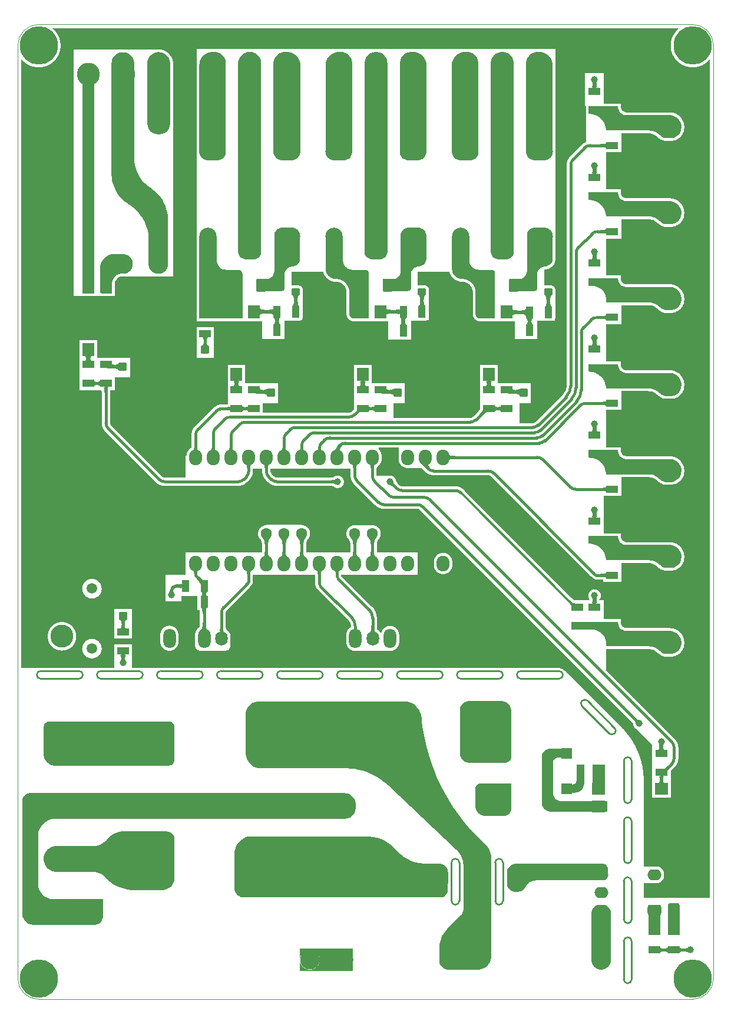
<source format=gtl>
G04*
G04 #@! TF.GenerationSoftware,Altium Limited,Altium Designer,24.7.2 (38)*
G04*
G04 Layer_Physical_Order=1*
G04 Layer_Color=255*
%FSAX43Y43*%
%MOMM*%
G71*
G04*
G04 #@! TF.SameCoordinates,3F101F8B-C0B2-4B88-A1E1-6A066521CB33*
G04*
G04*
G04 #@! TF.FilePolarity,Positive*
G04*
G01*
G75*
%ADD10C,0.254*%
%ADD12C,0.100*%
%ADD16C,0.400*%
%ADD20R,1.100X1.700*%
%ADD21R,1.700X1.100*%
G04:AMPARAMS|DCode=22|XSize=1.2mm|YSize=1.2mm|CornerRadius=0.12mm|HoleSize=0mm|Usage=FLASHONLY|Rotation=270.000|XOffset=0mm|YOffset=0mm|HoleType=Round|Shape=RoundedRectangle|*
%AMROUNDEDRECTD22*
21,1,1.200,0.960,0,0,270.0*
21,1,0.960,1.200,0,0,270.0*
1,1,0.240,-0.480,-0.480*
1,1,0.240,-0.480,0.480*
1,1,0.240,0.480,0.480*
1,1,0.240,0.480,-0.480*
%
%ADD22ROUNDEDRECTD22*%
%ADD23R,1.500X1.500*%
%ADD24R,1.900X1.700*%
G04:AMPARAMS|DCode=25|XSize=1mm|YSize=1.2mm|CornerRadius=0.15mm|HoleSize=0mm|Usage=FLASHONLY|Rotation=90.000|XOffset=0mm|YOffset=0mm|HoleType=Round|Shape=RoundedRectangle|*
%AMROUNDEDRECTD25*
21,1,1.000,0.900,0,0,90.0*
21,1,0.700,1.200,0,0,90.0*
1,1,0.300,0.450,0.350*
1,1,0.300,0.450,-0.350*
1,1,0.300,-0.450,-0.350*
1,1,0.300,-0.450,0.350*
%
%ADD25ROUNDEDRECTD25*%
G04:AMPARAMS|DCode=26|XSize=1.4mm|YSize=1.8mm|CornerRadius=0.14mm|HoleSize=0mm|Usage=FLASHONLY|Rotation=0.000|XOffset=0mm|YOffset=0mm|HoleType=Round|Shape=RoundedRectangle|*
%AMROUNDEDRECTD26*
21,1,1.400,1.520,0,0,0.0*
21,1,1.120,1.800,0,0,0.0*
1,1,0.280,0.560,-0.760*
1,1,0.280,-0.560,-0.760*
1,1,0.280,-0.560,0.760*
1,1,0.280,0.560,0.760*
%
%ADD26ROUNDEDRECTD26*%
%ADD27R,1.700X1.900*%
%ADD41C,3.300*%
%ADD51C,1.600*%
%ADD52C,0.500*%
%ADD53C,0.450*%
%ADD54C,0.350*%
%ADD55C,2.500*%
%ADD56C,2.000*%
%ADD57C,3.000*%
%ADD58C,2.800*%
%ADD59C,3.200*%
%ADD60C,5.500*%
%ADD61C,3.700*%
%ADD62O,2.000X1.600*%
G04:AMPARAMS|DCode=63|XSize=2mm|YSize=1.6mm|CornerRadius=0.4mm|HoleSize=0mm|Usage=FLASHONLY|Rotation=180.000|XOffset=0mm|YOffset=0mm|HoleType=Round|Shape=RoundedRectangle|*
%AMROUNDEDRECTD63*
21,1,2.000,0.800,0,0,180.0*
21,1,1.200,1.600,0,0,180.0*
1,1,0.800,-0.600,0.400*
1,1,0.800,0.600,0.400*
1,1,0.800,0.600,-0.400*
1,1,0.800,-0.600,-0.400*
%
%ADD63ROUNDEDRECTD63*%
%ADD64O,2.500X4.000*%
%ADD65O,1.850X2.250*%
%ADD66O,1.800X2.800*%
%ADD67O,1.800X2.100*%
%ADD68C,1.500*%
%ADD69C,1.000*%
G36*
X0497635Y0674685D02*
X0497635Y0674684D01*
X0497606Y0674662D01*
X0497545Y0674611D01*
X0497484Y0674559D01*
X0497425Y0674506D01*
X0497367Y0674451D01*
X0497310Y0674394D01*
X0497255Y0674337D01*
X0497202Y0674277D01*
X0497150Y0674217D01*
X0497100Y0674155D01*
X0497051Y0674092D01*
X0497003Y0674027D01*
X0496958Y0673962D01*
X0496914Y0673895D01*
X0496872Y0673828D01*
X0496831Y0673759D01*
X0496793Y0673689D01*
X0496756Y0673618D01*
X0496720Y0673547D01*
X0496687Y0673474D01*
X0496656Y0673401D01*
X0496626Y0673327D01*
X0496598Y0673252D01*
X0496572Y0673176D01*
X0496549Y0673100D01*
X0496527Y0673023D01*
X0496507Y0672946D01*
X0496489Y0672868D01*
X0496473Y0672790D01*
X0496458Y0672712D01*
X0496446Y0672633D01*
X0496436Y0672554D01*
X0496428Y0672474D01*
X0496422Y0672395D01*
X0496418Y0672315D01*
X0496416Y0672235D01*
Y0672155D01*
X0496418Y0672076D01*
X0496422Y0671996D01*
X0496428Y0671916D01*
X0496436Y0671837D01*
X0496446Y0671758D01*
X0496458Y0671679D01*
X0496473Y0671600D01*
X0496489Y0671522D01*
X0496507Y0671444D01*
X0496527Y0671367D01*
X0496549Y0671290D01*
X0496572Y0671214D01*
X0496598Y0671139D01*
X0496626Y0671064D01*
X0496656Y0670990D01*
X0496687Y0670916D01*
X0496720Y0670844D01*
X0496756Y0670772D01*
X0496793Y0670701D01*
X0496831Y0670632D01*
X0496872Y0670563D01*
X0496914Y0670495D01*
X0496958Y0670428D01*
X0497003Y0670363D01*
X0497051Y0670299D01*
X0497100Y0670236D01*
X0497150Y0670174D01*
X0497202Y0670113D01*
X0497255Y0670054D01*
X0497310Y0669996D01*
X0497367Y0669940D01*
X0497425Y0669885D01*
X0497484Y0669831D01*
X0497545Y0669779D01*
X0497606Y0669729D01*
X0497669Y0669680D01*
X0497734Y0669633D01*
X0497799Y0669587D01*
X0497866Y0669543D01*
X0497934Y0669501D01*
X0498002Y0669460D01*
X0498072Y0669422D01*
X0498143Y0669385D01*
X0498215Y0669350D01*
X0498287Y0669316D01*
X0498361Y0669285D01*
X0498435Y0669255D01*
X0498509Y0669227D01*
X0498585Y0669202D01*
X0498661Y0669178D01*
X0498738Y0669156D01*
X0498815Y0669136D01*
X0498893Y0669118D01*
X0498971Y0669102D01*
X0499050Y0669088D01*
X0499129Y0669076D01*
X0499208Y0669065D01*
X0499287Y0669057D01*
X0499367Y0669051D01*
X0499446Y0669047D01*
X0499526Y0669045D01*
X0499606D01*
X0499686Y0669047D01*
X0499765Y0669051D01*
X0499845Y0669057D01*
X0499924Y0669065D01*
X0500004Y0669076D01*
X0500082Y0669088D01*
X0500161Y0669102D01*
X0500239Y0669118D01*
X0500317Y0669136D01*
X0500394Y0669156D01*
X0500471Y0669178D01*
X0500547Y0669202D01*
X0500623Y0669227D01*
X0500697Y0669255D01*
X0500772Y0669285D01*
X0500845Y0669316D01*
X0500917Y0669350D01*
X0500989Y0669385D01*
X0501060Y0669422D01*
X0501130Y0669460D01*
X0501198Y0669501D01*
X0501266Y0669543D01*
X0501333Y0669587D01*
X0501398Y0669633D01*
X0501463Y0669680D01*
X0501526Y0669729D01*
X0501588Y0669779D01*
X0501648Y0669831D01*
X0501707Y0669885D01*
X0501765Y0669940D01*
X0501822Y0669996D01*
X0501877Y0670054D01*
X0501930Y0670113D01*
X0501982Y0670174D01*
X0502033Y0670236D01*
X0502055Y0670265D01*
X0502056Y0670264D01*
X0502056Y0549722D01*
X0492535D01*
Y0551862D01*
X0494357D01*
X0494464Y0551862D01*
X0494673Y0551904D01*
X0494869Y0551985D01*
X0495046Y0552103D01*
X0495197Y0552254D01*
X0495315Y0552431D01*
X0495396Y0552627D01*
X0495438Y0552836D01*
X0495438Y0552968D01*
X0495438Y0552968D01*
X0495441Y0553015D01*
X0495442Y0553062D01*
X0495441Y0553109D01*
X0495438Y0553156D01*
Y0553198D01*
X0495438D01*
X0495438Y0553198D01*
X0495438Y0553302D01*
X0495397Y0553506D01*
X0495318Y0553698D01*
X0495202Y0553871D01*
X0495055Y0554018D01*
X0494882Y0554134D01*
X0494690Y0554214D01*
X0494486Y0554254D01*
X0494383Y0554254D01*
X0494383Y0554254D01*
X0494336Y0554259D01*
X0494289Y0554261D01*
X0494241Y0554262D01*
X0493841D01*
X0493794Y0554261D01*
X0493747Y0554259D01*
X0493700Y0554254D01*
X0492535Y0554254D01*
X0492535Y0566612D01*
X0492535Y0566683D01*
X0492533Y0566823D01*
X0492529Y0566964D01*
X0492524Y0567104D01*
X0492516Y0567244D01*
X0492507Y0567384D01*
X0492496Y0567524D01*
X0492483Y0567664D01*
X0492469Y0567804D01*
X0492452Y0567944D01*
X0492434Y0568083D01*
X0492414Y0568222D01*
X0492392Y0568361D01*
X0492368Y0568499D01*
X0492342Y0568637D01*
X0492315Y0568775D01*
X0492286Y0568912D01*
X0492255Y0569049D01*
X0492222Y0569186D01*
X0492187Y0569322D01*
X0492151Y0569458D01*
X0492113Y0569593D01*
X0492073Y0569728D01*
X0492031Y0569862D01*
X0491988Y0569996D01*
X0491943Y0570129D01*
X0491896Y0570261D01*
X0491847Y0570393D01*
X0491797Y0570524D01*
X0491745Y0570655D01*
X0491691Y0570784D01*
X0491636Y0570914D01*
X0491578Y0571042D01*
X0491520Y0571169D01*
X0491459Y0571296D01*
X0491397Y0571422D01*
X0491333Y0571547D01*
X0491268Y0571672D01*
X0491201Y0571795D01*
X0491132Y0571918D01*
X0491062Y0572039D01*
X0490990Y0572160D01*
X0490917Y0572280D01*
X0490842Y0572399D01*
X0490765Y0572517D01*
X0490687Y0572633D01*
X0490607Y0572749D01*
X0490526Y0572864D01*
X0490444Y0572978D01*
X0490360Y0573090D01*
X0490274Y0573202D01*
X0490187Y0573312D01*
X0490099Y0573421D01*
X0490009Y0573529D01*
X0489918Y0573636D01*
X0489825Y0573742D01*
X0489731Y0573846D01*
X0489636Y0573949D01*
X0489539Y0574051D01*
X0489441Y0574152D01*
X0489392Y0574202D01*
X0489392Y0574202D01*
X0481449Y0582144D01*
X0481428Y0582165D01*
X0481386Y0582205D01*
X0481343Y0582243D01*
X0481299Y0582281D01*
X0481253Y0582317D01*
X0481207Y0582352D01*
X0481160Y0582385D01*
X0481112Y0582417D01*
X0481062Y0582448D01*
X0481060Y0582449D01*
X0480963Y0582547D01*
X0480944Y0582565D01*
X0480924Y0582581D01*
X0480902Y0582596D01*
X0480880Y0582610D01*
X0480857Y0582623D01*
X0480833Y0582633D01*
X0480626Y0582719D01*
X0480602Y0582728D01*
X0480577Y0582736D01*
X0480551Y0582742D01*
X0480525Y0582746D01*
X0480499Y0582749D01*
X0480473Y0582750D01*
X0480361D01*
X0480361Y0582750D01*
X0474861Y0582750D01*
X0474749D01*
X0474742Y0582749D01*
X0471855D01*
X0471848Y0582750D01*
X0471737D01*
X0471736Y0582750D01*
X0466236Y0582750D01*
X0466124D01*
X0466117Y0582749D01*
X0463230D01*
X0463223Y0582750D01*
X0463112D01*
X0463111Y0582750D01*
X0457611Y0582750D01*
X0457499D01*
X0457492Y0582749D01*
X0454605D01*
X0454598Y0582750D01*
X0454487D01*
X0454486Y0582750D01*
X0448986Y0582750D01*
X0448874D01*
X0448867Y0582749D01*
X0445981D01*
X0445973Y0582750D01*
X0445862D01*
X0445861Y0582750D01*
X0440361Y0582750D01*
X0440249D01*
X0440242Y0582749D01*
X0437356D01*
X0437348Y0582750D01*
X0437237Y0582750D01*
X0437236Y0582750D01*
X0431736Y0582750D01*
X0431625D01*
X0431617Y0582749D01*
X0428731D01*
X0428723Y0582750D01*
X0428612Y0582750D01*
X0428611Y0582750D01*
X0423111Y0582750D01*
X0423000D01*
X0422992Y0582749D01*
X0420106D01*
X0420098Y0582750D01*
X0419987Y0582750D01*
X0419986Y0582750D01*
X0418959Y0582750D01*
X0418959Y0584274D01*
X0418959Y0586173D01*
X0418959Y0586174D01*
X0418959Y0586174D01*
X0418958Y0586174D01*
X0416459D01*
Y0584274D01*
Y0582750D01*
X0414375Y0582750D01*
X0414367Y0582749D01*
X0411481D01*
X0411473Y0582750D01*
X0411362Y0582750D01*
X0411361Y0582750D01*
X0405861Y0582750D01*
X0405750D01*
X0405742Y0582749D01*
X0403076D01*
X0403076Y0670264D01*
X0403077Y0670265D01*
X0403100Y0670236D01*
X0403150Y0670174D01*
X0403202Y0670113D01*
X0403255Y0670054D01*
X0403310Y0669996D01*
X0403367Y0669940D01*
X0403425Y0669885D01*
X0403484Y0669831D01*
X0403544Y0669779D01*
X0403606Y0669729D01*
X0403669Y0669680D01*
X0403734Y0669633D01*
X0403799Y0669587D01*
X0403866Y0669543D01*
X0403934Y0669501D01*
X0404002Y0669460D01*
X0404072Y0669422D01*
X0404143Y0669385D01*
X0404215Y0669350D01*
X0404287Y0669316D01*
X0404361Y0669285D01*
X0404435Y0669255D01*
X0404509Y0669227D01*
X0404585Y0669202D01*
X0404661Y0669178D01*
X0404738Y0669156D01*
X0404815Y0669136D01*
X0404893Y0669118D01*
X0404971Y0669102D01*
X0405050Y0669088D01*
X0405128Y0669076D01*
X0405208Y0669065D01*
X0405287Y0669057D01*
X0405367Y0669051D01*
X0405446Y0669047D01*
X0405526Y0669045D01*
X0405606D01*
X0405686Y0669047D01*
X0405765Y0669051D01*
X0405845Y0669057D01*
X0405924Y0669065D01*
X0406004Y0669076D01*
X0406082Y0669088D01*
X0406161Y0669102D01*
X0406239Y0669118D01*
X0406317Y0669136D01*
X0406394Y0669156D01*
X0406471Y0669178D01*
X0406547Y0669202D01*
X0406623Y0669227D01*
X0406697Y0669255D01*
X0406772Y0669285D01*
X0406845Y0669316D01*
X0406917Y0669350D01*
X0406989Y0669385D01*
X0407060Y0669422D01*
X0407130Y0669460D01*
X0407198Y0669501D01*
X0407266Y0669543D01*
X0407333Y0669587D01*
X0407398Y0669633D01*
X0407463Y0669680D01*
X0407526Y0669729D01*
X0407588Y0669779D01*
X0407648Y0669831D01*
X0407707Y0669885D01*
X0407765Y0669940D01*
X0407822Y0669996D01*
X0407877Y0670054D01*
X0407930Y0670113D01*
X0407982Y0670174D01*
X0408033Y0670236D01*
X0408081Y0670299D01*
X0408129Y0670363D01*
X0408174Y0670428D01*
X0408218Y0670495D01*
X0408260Y0670563D01*
X0408301Y0670632D01*
X0408340Y0670701D01*
X0408377Y0670772D01*
X0408412Y0670844D01*
X0408445Y0670916D01*
X0408477Y0670990D01*
X0408506Y0671064D01*
X0408534Y0671139D01*
X0408560Y0671214D01*
X0408584Y0671290D01*
X0408605Y0671367D01*
X0408625Y0671444D01*
X0408644Y0671522D01*
X0408660Y0671600D01*
X0408674Y0671679D01*
X0408686Y0671758D01*
X0408696Y0671837D01*
X0408704Y0671916D01*
X0408710Y0671996D01*
X0408714Y0672076D01*
X0408716Y0672155D01*
Y0672235D01*
X0408714Y0672315D01*
X0408710Y0672395D01*
X0408704Y0672474D01*
X0408696Y0672554D01*
X0408686Y0672633D01*
X0408674Y0672712D01*
X0408660Y0672790D01*
X0408644Y0672868D01*
X0408625Y0672946D01*
X0408605Y0673023D01*
X0408584Y0673100D01*
X0408560Y0673176D01*
X0408534Y0673252D01*
X0408506Y0673327D01*
X0408477Y0673401D01*
X0408445Y0673474D01*
X0408412Y0673547D01*
X0408377Y0673618D01*
X0408340Y0673689D01*
X0408301Y0673759D01*
X0408260Y0673828D01*
X0408218Y0673895D01*
X0408174Y0673962D01*
X0408129Y0674027D01*
X0408081Y0674092D01*
X0408033Y0674155D01*
X0407982Y0674217D01*
X0407930Y0674277D01*
X0407877Y0674337D01*
X0407822Y0674394D01*
X0407765Y0674451D01*
X0407707Y0674506D01*
X0407648Y0674559D01*
X0407588Y0674611D01*
X0407526Y0674662D01*
X0407497Y0674684D01*
X0407497Y0674685D01*
X0497635Y0674685D01*
D02*
G37*
G36*
X0418162Y0584667D02*
X0418119Y0584638D01*
X0418082Y0584588D01*
X0418049Y0584518D01*
X0418022Y0584427D01*
X0417999Y0584318D01*
X0417984Y0584205D01*
X0417995Y0584053D01*
X0418008Y0583992D01*
X0418023Y0583944D01*
X0418040Y0583907D01*
X0418059Y0583881D01*
X0417963D01*
X0417962Y0583867D01*
X0417959Y0583677D01*
X0417459D01*
X0417457Y0583867D01*
X0417456Y0583881D01*
X0417359D01*
X0417378Y0583907D01*
X0417395Y0583944D01*
X0417410Y0583992D01*
X0417423Y0584053D01*
X0417434Y0584124D01*
X0417435Y0584131D01*
X0417419Y0584318D01*
X0417397Y0584427D01*
X0417369Y0584518D01*
X0417337Y0584588D01*
X0417299Y0584638D01*
X0417257Y0584667D01*
X0417209Y0584677D01*
X0418209D01*
X0418162Y0584667D01*
D02*
G37*
G36*
X0472112Y0578008D02*
X0472112Y0578008D01*
X0472446Y0577968D01*
X0472510Y0577956D01*
X0472758Y0577853D01*
X0472981Y0577704D01*
X0473171Y0577514D01*
X0473320Y0577290D01*
X0473423Y0577042D01*
X0473475Y0576779D01*
Y0576645D01*
X0473475Y0569970D01*
X0473475Y0569970D01*
Y0569893D01*
X0473445Y0569742D01*
X0473386Y0569600D01*
X0473301Y0569472D01*
X0473192Y0569363D01*
X0473064Y0569277D01*
X0472921Y0569218D01*
X0472770Y0569188D01*
X0472693Y0569188D01*
X0467507Y0569188D01*
X0467371Y0569188D01*
X0467103Y0569241D01*
X0466851Y0569346D01*
X0466624Y0569497D01*
X0466431Y0569690D01*
X0466280Y0569917D01*
X0466176Y0570169D01*
X0466122Y0570437D01*
X0466122Y0570573D01*
Y0576710D01*
X0466122Y0576710D01*
X0466163Y0577043D01*
X0466172Y0577088D01*
X0466270Y0577325D01*
X0466412Y0577537D01*
X0466593Y0577718D01*
X0466806Y0577860D01*
X0467042Y0577958D01*
X0467293Y0578008D01*
X0467421Y0578008D01*
X0472112Y0578008D01*
X0472112Y0578008D01*
D02*
G37*
G36*
X0407130Y0575099D02*
X0424231Y0575099D01*
X0424231Y0575099D01*
X0424231Y0575099D01*
X0424555Y0575036D01*
X0424643Y0575000D01*
X0424786Y0574905D01*
X0424907Y0574783D01*
X0425002Y0574641D01*
X0425068Y0574483D01*
X0425101Y0574315D01*
X0425101Y0574229D01*
X0425101Y0569619D01*
X0425101D01*
X0425101Y0569532D01*
X0425068Y0569362D01*
X0425001Y0569202D01*
X0424905Y0569057D01*
X0424782Y0568935D01*
X0424638Y0568838D01*
X0424478Y0568772D01*
X0424308Y0568738D01*
X0424221Y0568738D01*
X0407965Y0568738D01*
X0407965Y0568738D01*
X0407800D01*
X0407477Y0568802D01*
X0407172Y0568928D01*
X0406898Y0569112D01*
X0406665Y0569345D01*
X0406482Y0569619D01*
X0406356Y0569923D01*
X0406291Y0570246D01*
Y0570411D01*
Y0574260D01*
X0406291Y0574343D01*
X0406324Y0574505D01*
X0406387Y0574657D01*
X0406479Y0574795D01*
X0406596Y0574912D01*
X0406733Y0575003D01*
X0406886Y0575067D01*
X0407048Y0575099D01*
X0407130Y0575099D01*
D02*
G37*
G36*
X0473475Y0562458D02*
X0473475Y0562370D01*
X0473441Y0562198D01*
X0473374Y0562036D01*
X0473277Y0561891D01*
X0473153Y0561767D01*
X0473007Y0561669D01*
X0472845Y0561602D01*
X0472673Y0561568D01*
X0472585Y0561568D01*
X0469746D01*
X0469608Y0561568D01*
X0469337Y0561622D01*
X0469081Y0561728D01*
X0468851Y0561882D01*
X0468655Y0562077D01*
X0468501Y0562307D01*
X0468395Y0562563D01*
X0468341Y0562835D01*
X0468341Y0562973D01*
Y0562973D01*
X0468341Y0565396D01*
X0468341Y0565474D01*
X0468372Y0565628D01*
X0468432Y0565773D01*
X0468519Y0565904D01*
X0468630Y0566015D01*
X0468761Y0566102D01*
X0468906Y0566162D01*
X0469060Y0566193D01*
X0469138Y0566193D01*
X0469138Y0566193D01*
X0473475D01*
X0473475Y0562458D01*
D02*
G37*
G36*
X0483971Y0566243D02*
X0483971Y0566105D01*
X0483918Y0565834D01*
X0483812Y0565580D01*
X0483659Y0565350D01*
X0483464Y0565155D01*
X0483235Y0565002D01*
X0482980Y0564897D01*
X0482905Y0564882D01*
X0482571Y0564843D01*
X0482571D01*
X0480919Y0564843D01*
X0480671Y0565090D01*
Y0566043D01*
X0482280D01*
X0482338Y0566046D01*
X0482452Y0566068D01*
X0482559Y0566113D01*
X0482655Y0566177D01*
X0482737Y0566259D01*
X0482802Y0566355D01*
X0482846Y0566462D01*
X0482869Y0566576D01*
X0482871Y0566634D01*
X0482871Y0566634D01*
X0482871Y0568878D01*
X0483971D01*
X0483971Y0566243D01*
D02*
G37*
G36*
X0449479Y0564818D02*
X0449479Y0564818D01*
X0449479D01*
X0449806Y0564786D01*
X0449964Y0564754D01*
X0450266Y0564629D01*
X0450539Y0564447D01*
X0450770Y0564215D01*
X0450952Y0563943D01*
X0451078Y0563640D01*
X0451141Y0563319D01*
X0451141Y0563155D01*
X0451141Y0562780D01*
X0451141Y0562780D01*
X0451141Y0562617D01*
X0451078Y0562295D01*
X0450952Y0561993D01*
X0450770Y0561721D01*
X0450539Y0561489D01*
X0450267Y0561307D01*
X0449964Y0561182D01*
X0449643Y0561118D01*
X0449479Y0561118D01*
X0407976Y0561118D01*
X0407976Y0561118D01*
X0407814Y0561113D01*
X0407493Y0561070D01*
X0407179Y0560987D01*
X0406879Y0560862D01*
X0406599Y0560700D01*
X0406341Y0560503D01*
X0406112Y0560273D01*
X0405914Y0560016D01*
X0405752Y0559735D01*
X0405628Y0559435D01*
X0405544Y0559122D01*
X0405502Y0558800D01*
X0405496Y0558638D01*
Y0551812D01*
X0405501Y0551666D01*
X0405539Y0551376D01*
X0405615Y0551094D01*
X0405727Y0550824D01*
X0405873Y0550571D01*
X0406051Y0550339D01*
X0406257Y0550132D01*
X0406489Y0549954D01*
X0406742Y0549808D01*
X0407012Y0549696D01*
X0407295Y0549621D01*
X0407585Y0549583D01*
X0407731Y0549578D01*
X0414819D01*
Y0547131D01*
X0414819Y0547131D01*
Y0547008D01*
X0414771Y0546765D01*
X0414676Y0546537D01*
X0414539Y0546332D01*
X0414365Y0546158D01*
X0414159Y0546021D01*
X0413931Y0545926D01*
X0413689Y0545878D01*
X0413566D01*
X0404908Y0545878D01*
X0404908Y0545878D01*
X0404739Y0545878D01*
X0404409Y0545944D01*
X0404097Y0546073D01*
X0403817Y0546260D01*
X0403579Y0546499D01*
X0403391Y0546779D01*
X0403262Y0547090D01*
X0403196Y0547421D01*
X0403196Y0547590D01*
Y0563641D01*
X0403196Y0563641D01*
X0403240Y0563973D01*
X0403241Y0563980D01*
X0403329Y0564192D01*
X0403456Y0564382D01*
X0403618Y0564544D01*
X0403808Y0564671D01*
X0404019Y0564758D01*
X0404244Y0564803D01*
X0404358Y0564803D01*
X0410601Y0564803D01*
Y0564818D01*
X0449479Y0564818D01*
X0449479Y0564818D01*
D02*
G37*
G36*
X0486966Y0564693D02*
X0485166D01*
Y0568878D01*
X0486966D01*
Y0564693D01*
D02*
G37*
G36*
X0479040Y0571143D02*
X0482171Y0571143D01*
Y0569943D01*
X0480279D01*
X0480205Y0569939D01*
X0480059Y0569910D01*
X0479922Y0569853D01*
X0479799Y0569771D01*
X0479694Y0569666D01*
X0479612Y0569543D01*
X0479555Y0569406D01*
X0479526Y0569260D01*
X0479522Y0569186D01*
X0479522Y0564706D01*
X0479522Y0564706D01*
X0479522Y0564706D01*
X0479527Y0564602D01*
X0479568Y0564400D01*
X0479568Y0564400D01*
X0479577Y0564378D01*
X0479647Y0564209D01*
X0479761Y0564038D01*
X0479907Y0563892D01*
X0480079Y0563777D01*
X0480269Y0563698D01*
X0480472Y0563658D01*
X0480575Y0563653D01*
X0487266Y0563653D01*
Y0562153D01*
X0479175D01*
X0479175Y0562153D01*
X0479049Y0562153D01*
X0478802Y0562202D01*
X0478570Y0562298D01*
X0478361Y0562438D01*
X0478183Y0562616D01*
X0478043Y0562825D01*
X0477947Y0563057D01*
X0477898Y0563304D01*
X0477898Y0563430D01*
X0477898Y0570000D01*
X0477898Y0570113D01*
X0477942Y0570334D01*
X0478028Y0570542D01*
X0478153Y0570729D01*
X0478312Y0570888D01*
X0478499Y0571013D01*
X0478707Y0571099D01*
X0478928Y0571143D01*
X0479040Y0571143D01*
D02*
G37*
G36*
X0452770Y0558565D02*
X0452770Y0558565D01*
X0452770D01*
X0453100Y0558562D01*
X0453653Y0558502D01*
X0454230Y0558376D01*
X0454790Y0558188D01*
X0455327Y0557941D01*
X0455834Y0557639D01*
X0456306Y0557283D01*
X0456702Y0556911D01*
X0456929Y0556655D01*
X0456929Y0556655D01*
X0456929Y0556655D01*
X0456929Y0556655D01*
X0456929Y0556654D01*
X0457138Y0556424D01*
X0457162Y0556401D01*
X0457591Y0556000D01*
X0458087Y0555626D01*
X0458620Y0555307D01*
X0459184Y0555048D01*
X0459773Y0554851D01*
X0460380Y0554718D01*
X0460998Y0554651D01*
X0461308Y0554643D01*
X0463231Y0554643D01*
X0463231Y0554643D01*
X0463231Y0554643D01*
X0463563Y0554600D01*
X0463569Y0554598D01*
X0463781Y0554511D01*
X0463971Y0554384D01*
X0464132Y0554222D01*
X0464259Y0554032D01*
X0464347Y0553821D01*
X0464391Y0553597D01*
X0464391Y0553482D01*
X0464391Y0550931D01*
X0464391D01*
X0464391Y0550823D01*
X0464349Y0550612D01*
X0464267Y0550413D01*
X0464147Y0550234D01*
X0463995Y0550082D01*
X0463816Y0549962D01*
X0463617Y0549880D01*
X0463406Y0549838D01*
X0463298Y0549838D01*
X0435005Y0549838D01*
X0435005Y0549838D01*
X0434881Y0549838D01*
X0434638Y0549886D01*
X0434409Y0549981D01*
X0434203Y0550119D01*
X0434027Y0550294D01*
X0433890Y0550500D01*
X0433795Y0550729D01*
X0433746Y0550972D01*
X0433746Y0551096D01*
X0433746Y0556190D01*
X0433746Y0556190D01*
Y0556346D01*
X0433787Y0556654D01*
X0433868Y0556955D01*
X0433987Y0557243D01*
X0434143Y0557512D01*
X0434332Y0557759D01*
X0434552Y0557980D01*
X0434799Y0558169D01*
X0435069Y0558325D01*
X0435357Y0558444D01*
X0435657Y0558525D01*
X0435966Y0558565D01*
X0436122Y0558565D01*
X0452770Y0558565D01*
X0452770Y0558565D01*
D02*
G37*
G36*
X0417668Y0559298D02*
X0423946Y0559298D01*
X0423946Y0559298D01*
X0423946Y0559298D01*
X0424267Y0559257D01*
X0424283Y0559254D01*
X0424493Y0559166D01*
X0424682Y0559040D01*
X0424843Y0558879D01*
X0424970Y0558690D01*
X0425057Y0558479D01*
X0425101Y0558256D01*
X0425101Y0558142D01*
X0425101Y0552718D01*
X0425101Y0552718D01*
X0425101Y0552718D01*
Y0552717D01*
X0425073Y0552394D01*
X0425032Y0552189D01*
X0424895Y0551858D01*
X0424696Y0551561D01*
X0424443Y0551308D01*
X0424146Y0551110D01*
X0423816Y0550973D01*
X0423465Y0550903D01*
X0423286Y0550903D01*
X0419191Y0550903D01*
X0419191Y0550903D01*
X0418914Y0550903D01*
X0418363Y0550961D01*
X0417822Y0551075D01*
X0417295Y0551246D01*
X0416789Y0551470D01*
X0416309Y0551746D01*
X0415860Y0552071D01*
X0415448Y0552440D01*
X0415262Y0552645D01*
X0415262Y0552645D01*
X0415169Y0552743D01*
X0414967Y0552924D01*
X0414748Y0553082D01*
X0414513Y0553217D01*
X0414266Y0553327D01*
X0414008Y0553410D01*
X0413743Y0553466D01*
X0413474Y0553495D01*
X0413339Y0553498D01*
X0410615Y0553498D01*
X0408165D01*
X0408164Y0553498D01*
X0407980Y0553498D01*
X0407618Y0553570D01*
X0407277Y0553711D01*
X0406970Y0553916D01*
X0406710Y0554177D01*
X0406505Y0554484D01*
X0406363Y0554825D01*
X0406291Y0555187D01*
X0406291Y0555371D01*
Y0555551D01*
X0406362Y0555904D01*
X0406499Y0556236D01*
X0406699Y0556536D01*
X0406954Y0556790D01*
X0407253Y0556990D01*
X0407585Y0557128D01*
X0407938Y0557198D01*
X0408118D01*
X0413379Y0557198D01*
X0413379Y0557198D01*
X0413379Y0557198D01*
X0413379Y0557198D01*
X0413526Y0557202D01*
X0413820Y0557236D01*
X0414107Y0557302D01*
X0414385Y0557401D01*
X0414651Y0557531D01*
X0414899Y0557690D01*
X0415128Y0557876D01*
X0415335Y0558088D01*
X0415428Y0558202D01*
X0415428Y0558202D01*
X0415428D01*
X0415428Y0558202D01*
X0415654Y0558458D01*
X0415753Y0558560D01*
X0416004Y0558764D01*
X0416276Y0558938D01*
X0416566Y0559080D01*
X0416871Y0559188D01*
X0417185Y0559261D01*
X0417506Y0559298D01*
X0417668Y0559298D01*
D02*
G37*
G36*
X0486861Y0554613D02*
X0487005Y0554553D01*
X0487135Y0554466D01*
X0487245Y0554356D01*
X0487331Y0554227D01*
X0487353Y0554174D01*
X0487421Y0553852D01*
X0487421Y0553852D01*
X0487421Y0553852D01*
X0487421Y0553044D01*
X0487421Y0552967D01*
X0487391Y0552816D01*
X0487333Y0552674D01*
X0487247Y0552546D01*
X0487138Y0552437D01*
X0487010Y0552351D01*
X0486956Y0552329D01*
X0486641Y0552262D01*
X0486640Y0552262D01*
X0486640Y0552262D01*
X0486640Y0552262D01*
X0477011Y0552262D01*
X0476897Y0552258D01*
X0476671Y0552226D01*
X0476453Y0552163D01*
X0476245Y0552070D01*
X0476052Y0551948D01*
X0475879Y0551801D01*
X0475727Y0551630D01*
X0475602Y0551441D01*
X0475549Y0551340D01*
X0475549Y0551340D01*
X0475512Y0551262D01*
X0475417Y0551118D01*
X0475302Y0550989D01*
X0475171Y0550878D01*
X0475025Y0550786D01*
X0474868Y0550715D01*
X0474768Y0550686D01*
X0474446Y0550643D01*
X0474445Y0550643D01*
X0474445Y0550643D01*
X0474445Y0550643D01*
X0474110Y0550643D01*
X0473990Y0550643D01*
X0473754Y0550690D01*
X0473533Y0550782D01*
X0473333Y0550915D01*
X0473163Y0551085D01*
X0473030Y0551284D01*
X0472938Y0551506D01*
X0472931Y0551540D01*
X0472891Y0551861D01*
X0472891Y0551861D01*
X0472891D01*
Y0553413D01*
X0472891Y0553534D01*
X0472939Y0553772D01*
X0473031Y0553996D01*
X0473166Y0554197D01*
X0473337Y0554368D01*
X0473539Y0554503D01*
X0473763Y0554596D01*
X0474000Y0554643D01*
X0474122Y0554643D01*
X0474122Y0554643D01*
X0486708D01*
X0486861Y0554613D01*
D02*
G37*
G36*
X0497531Y0548966D02*
X0497635Y0548862D01*
X0497691Y0548726D01*
X0497691Y0548652D01*
X0497691D01*
Y0544432D01*
X0495991D01*
Y0548652D01*
X0495991Y0548726D01*
X0496048Y0548862D01*
X0496152Y0548966D01*
X0496288Y0549022D01*
X0496361Y0549022D01*
X0496361Y0549022D01*
X0497321Y0549022D01*
X0497395Y0549022D01*
X0497531Y0548966D01*
D02*
G37*
G36*
X0494731Y0548066D02*
X0494835Y0547962D01*
X0494891Y0547826D01*
X0494891Y0547752D01*
X0494891Y0547752D01*
Y0544432D01*
X0493191D01*
X0493191Y0547752D01*
X0493191Y0547826D01*
X0493248Y0547962D01*
X0493352Y0548066D01*
X0493488Y0548122D01*
X0493561Y0548122D01*
Y0548122D01*
X0494521Y0548122D01*
X0494595Y0548122D01*
X0494731Y0548066D01*
D02*
G37*
G36*
X0495998Y0541882D02*
X0495990Y0541920D01*
X0495965Y0541954D01*
X0495925Y0541984D01*
X0495869Y0542010D01*
X0495797Y0542032D01*
X0495708Y0542050D01*
X0495604Y0542064D01*
X0495455Y0542073D01*
X0495174Y0542050D01*
X0495086Y0542032D01*
X0495014Y0542010D01*
X0494958Y0541984D01*
X0494917Y0541954D01*
X0494893Y0541920D01*
X0494885Y0541882D01*
Y0542682D01*
X0494893Y0542644D01*
X0494917Y0542610D01*
X0494958Y0542580D01*
X0495014Y0542554D01*
X0495086Y0542532D01*
X0495174Y0542514D01*
X0495279Y0542500D01*
X0495428Y0542491D01*
X0495708Y0542514D01*
X0495797Y0542532D01*
X0495869Y0542554D01*
X0495925Y0542580D01*
X0495965Y0542610D01*
X0495990Y0542644D01*
X0495998Y0542682D01*
Y0541882D01*
D02*
G37*
G36*
X0497693Y0542644D02*
X0497717Y0542610D01*
X0497758Y0542580D01*
X0497814Y0542554D01*
X0497886Y0542532D01*
X0497974Y0542514D01*
X0498079Y0542500D01*
X0498272Y0542488D01*
X0498525Y0542506D01*
X0498611Y0542520D01*
X0498686Y0542536D01*
X0498751Y0542556D01*
X0498805Y0542578D01*
X0498850Y0542604D01*
X0498884Y0542632D01*
Y0541932D01*
X0498850Y0541961D01*
X0498805Y0541986D01*
X0498751Y0542009D01*
X0498686Y0542028D01*
X0498611Y0542045D01*
X0498525Y0542058D01*
X0498325Y0542076D01*
X0498296Y0542077D01*
X0497974Y0542050D01*
X0497886Y0542032D01*
X0497814Y0542010D01*
X0497758Y0541984D01*
X0497717Y0541954D01*
X0497693Y0541920D01*
X0497685Y0541882D01*
Y0542682D01*
X0497693Y0542644D01*
D02*
G37*
G36*
X0486971Y0548736D02*
X0487190Y0548646D01*
X0487386Y0548514D01*
X0487554Y0548347D01*
X0487685Y0548151D01*
X0487775Y0547932D01*
X0487821Y0547700D01*
Y0547582D01*
Y0540848D01*
Y0540710D01*
X0487768Y0540440D01*
X0487662Y0540185D01*
X0487509Y0539956D01*
X0487314Y0539761D01*
X0487085Y0539607D01*
X0486830Y0539502D01*
X0486559Y0539448D01*
X0486284D01*
X0486013Y0539502D01*
X0485758Y0539607D01*
X0485529Y0539761D01*
X0485334Y0539956D01*
X0485181Y0540185D01*
X0485075Y0540440D01*
X0485021Y0540710D01*
Y0540848D01*
Y0547562D01*
Y0547682D01*
X0485068Y0547918D01*
X0485160Y0548140D01*
X0485294Y0548340D01*
X0485464Y0548510D01*
X0485664Y0548643D01*
X0485886Y0548735D01*
X0486121Y0548782D01*
X0486740D01*
X0486971Y0548736D01*
D02*
G37*
G36*
X0450759Y0539248D02*
X0443141Y0539248D01*
Y0540455D01*
X0443191Y0540460D01*
X0443195Y0540440D01*
X0443301Y0540185D01*
X0443454Y0539956D01*
X0443649Y0539761D01*
X0443878Y0539607D01*
X0444133Y0539502D01*
X0444404Y0539448D01*
X0444679D01*
X0444950Y0539502D01*
X0445205Y0539607D01*
X0445434Y0539761D01*
X0445629Y0539956D01*
X0445782Y0540185D01*
X0445888Y0540440D01*
X0445941Y0540710D01*
Y0540986D01*
X0445888Y0541256D01*
X0445782Y0541511D01*
X0445629Y0541740D01*
X0445434Y0541935D01*
X0445205Y0542089D01*
X0444950Y0542194D01*
X0444679Y0542248D01*
X0444404D01*
X0444133Y0542194D01*
X0443878Y0542089D01*
X0443649Y0541935D01*
X0443454Y0541740D01*
X0443301Y0541511D01*
X0443195Y0541256D01*
X0443191Y0541236D01*
X0443141Y0541241D01*
Y0542448D01*
X0450759D01*
Y0539248D01*
D02*
G37*
G36*
X0458530Y0577937D02*
X0458835Y0577860D01*
X0459129Y0577746D01*
X0459407Y0577597D01*
X0459664Y0577415D01*
X0459896Y0577203D01*
X0460101Y0576963D01*
X0460275Y0576701D01*
X0460415Y0576419D01*
X0460519Y0576121D01*
X0460586Y0575814D01*
X0460600Y0575657D01*
X0460600D01*
X0460661Y0575060D01*
X0460822Y0573871D01*
X0461034Y0572691D01*
X0461297Y0571520D01*
X0461611Y0570362D01*
X0461974Y0569219D01*
X0462387Y0568093D01*
X0462848Y0566986D01*
X0463357Y0565900D01*
X0463913Y0564836D01*
X0464514Y0563798D01*
X0465159Y0562787D01*
X0465848Y0561805D01*
X0466579Y0560854D01*
X0467351Y0559936D01*
X0468161Y0559052D01*
X0468581Y0558623D01*
X0468581Y0558623D01*
X0468581Y0558623D01*
X0469902Y0557301D01*
X0469990Y0557214D01*
X0470147Y0557022D01*
X0470285Y0556816D01*
X0470402Y0556597D01*
X0470497Y0556368D01*
X0470569Y0556131D01*
X0470617Y0555888D01*
X0470622Y0555841D01*
X0470641Y0555517D01*
Y0555517D01*
X0470641D01*
X0470641Y0555517D01*
X0470641Y0541441D01*
X0470641Y0541244D01*
X0470565Y0540858D01*
X0470414Y0540494D01*
X0470195Y0540167D01*
X0469917Y0539889D01*
X0469590Y0539670D01*
X0469226Y0539519D01*
X0468840Y0539443D01*
X0468643Y0539443D01*
X0464523D01*
X0464387Y0539443D01*
X0464120Y0539496D01*
X0463869Y0539600D01*
X0463642Y0539751D01*
X0463450Y0539943D01*
X0463299Y0540170D01*
X0463195Y0540421D01*
X0463141Y0540688D01*
X0463141Y0540824D01*
X0463141Y0540824D01*
X0463141Y0542380D01*
X0463141Y0542591D01*
X0463183Y0543011D01*
X0463265Y0543425D01*
X0463388Y0543828D01*
X0463549Y0544218D01*
X0463748Y0544590D01*
X0463982Y0544941D01*
X0464250Y0545267D01*
X0464399Y0545417D01*
X0464399Y0545417D01*
X0466281Y0547298D01*
X0466362Y0547387D01*
X0466496Y0547588D01*
X0466589Y0547811D01*
X0466636Y0548048D01*
X0466641Y0548169D01*
X0466641Y0548169D01*
X0466641Y0554216D01*
X0466637Y0554392D01*
X0466601Y0554742D01*
X0466530Y0555087D01*
X0466424Y0555423D01*
X0466284Y0555746D01*
X0466112Y0556054D01*
X0465910Y0556342D01*
X0465679Y0556608D01*
X0465554Y0556732D01*
X0465554Y0556732D01*
X0455808Y0565911D01*
X0455597Y0566103D01*
X0455157Y0566467D01*
X0454696Y0566804D01*
X0454214Y0567110D01*
X0453714Y0567385D01*
X0453198Y0567629D01*
X0452667Y0567839D01*
X0452124Y0568016D01*
X0451572Y0568158D01*
X0451011Y0568266D01*
X0450444Y0568337D01*
X0449913Y0568371D01*
X0449875Y0568373D01*
X0449596Y0568378D01*
X0449589Y0568378D01*
X0449589Y0568378D01*
Y0568378D01*
X0437500Y0568378D01*
X0437358Y0568378D01*
X0437078Y0568415D01*
X0436805Y0568488D01*
X0436543Y0568596D01*
X0436298Y0568738D01*
X0436073Y0568910D01*
X0435873Y0569110D01*
X0435701Y0569335D01*
X0435560Y0569580D01*
X0435451Y0569841D01*
X0435378Y0570115D01*
X0435341Y0570395D01*
X0435341Y0570537D01*
X0435341Y0570537D01*
X0435343Y0576156D01*
X0435343Y0576334D01*
X0435413Y0576684D01*
X0435549Y0577014D01*
X0435747Y0577310D01*
X0436000Y0577562D01*
X0436296Y0577760D01*
X0436625Y0577897D01*
X0436975Y0577966D01*
X0437153Y0577967D01*
X0437153Y0577967D01*
X0458060Y0577975D01*
X0458217Y0577975D01*
X0458530Y0577937D01*
D02*
G37*
%LPC*%
G36*
X0477736Y0671652D02*
X0477548Y0671652D01*
X0477313Y0671652D01*
X0477313Y0671652D01*
X0477148D01*
X0477141Y0671652D01*
X0472383D01*
X0472377Y0671652D01*
X0472215Y0671652D01*
X0472052Y0671652D01*
X0472046Y0671652D01*
X0467112D01*
X0467105Y0671652D01*
X0466682Y0671652D01*
X0466676Y0671652D01*
X0459593D01*
X0459586Y0671652D01*
X0459398Y0671652D01*
X0459163Y0671652D01*
X0459163Y0671652D01*
X0458998D01*
X0458991Y0671652D01*
X0454233D01*
X0454227Y0671652D01*
X0454065Y0671652D01*
X0453902Y0671652D01*
X0453896Y0671652D01*
X0448962D01*
X0448955Y0671652D01*
X0448532Y0671652D01*
X0448526Y0671652D01*
X0441443D01*
X0441436Y0671652D01*
X0441248Y0671652D01*
X0440848Y0671652D01*
X0440841Y0671652D01*
X0435927D01*
X0435926Y0671652D01*
X0435918Y0671652D01*
X0435912D01*
X0435904Y0671652D01*
X0435903Y0671652D01*
X0430812D01*
X0430805Y0671652D01*
X0430382Y0671652D01*
X0430376Y0671652D01*
X0428266D01*
Y0671458D01*
X0428261D01*
Y0669378D01*
X0428260Y0669374D01*
X0428260Y0669371D01*
X0428260Y0669367D01*
X0428260Y0669363D01*
X0428259Y0669360D01*
X0428259Y0669354D01*
X0428259Y0669348D01*
X0428259Y0669344D01*
X0428259Y0669341D01*
X0428259Y0656945D01*
X0428259Y0656883D01*
Y0656821D01*
X0428260Y0656795D01*
X0428261Y0656786D01*
Y0644816D01*
X0428259Y0644769D01*
Y0644747D01*
X0428259Y0644741D01*
Y0640306D01*
X0428259Y0640299D01*
X0428259Y0640293D01*
X0428261Y0640245D01*
Y0639695D01*
X0428259Y0639649D01*
X0428259Y0639642D01*
X0428259Y0639635D01*
Y0639214D01*
X0428259Y0639212D01*
X0428258Y0639185D01*
Y0632958D01*
X0428258Y0632958D01*
X0428250D01*
Y0632551D01*
X0437684Y0632551D01*
Y0630008D01*
X0440922D01*
Y0632608D01*
X0443075D01*
X0443280Y0632693D01*
X0443295Y0632708D01*
X0443472D01*
Y0632935D01*
X0443522Y0633055D01*
Y0633166D01*
X0443522Y0633166D01*
X0443522Y0636433D01*
X0443522Y0636441D01*
Y0637141D01*
X0443521Y0637174D01*
X0443518Y0637207D01*
X0443513Y0637240D01*
X0443506Y0637272D01*
X0443497Y0637304D01*
X0443486Y0637336D01*
X0443473Y0637367D01*
X0443459Y0637396D01*
X0443442Y0637425D01*
X0443424Y0637453D01*
X0443405Y0637480D01*
X0443383Y0637506D01*
X0443361Y0637530D01*
X0443336Y0637553D01*
X0443311Y0637574D01*
X0443284Y0637594D01*
X0443256Y0637612D01*
X0443227Y0637628D01*
X0443197Y0637643D01*
X0443167Y0637655D01*
X0443135Y0637666D01*
X0443103Y0637675D01*
X0443071Y0637682D01*
X0443038Y0637687D01*
X0443005Y0637690D01*
X0442972Y0637691D01*
X0442072D01*
X0442064Y0637691D01*
X0441922D01*
X0441922Y0639718D01*
X0446464D01*
X0446466Y0639702D01*
X0446467Y0639696D01*
X0446467Y0639690D01*
X0446469Y0639683D01*
X0446470Y0639676D01*
X0446471Y0639670D01*
X0446472Y0639665D01*
X0446474Y0639658D01*
X0446476Y0639650D01*
X0446477Y0639645D01*
X0446479Y0639639D01*
X0446494Y0639588D01*
X0446496Y0639581D01*
X0446498Y0639574D01*
X0446515Y0639523D01*
X0446518Y0639516D01*
X0446520Y0639509D01*
X0446539Y0639459D01*
X0446541Y0639452D01*
X0446544Y0639445D01*
X0446565Y0639396D01*
X0446568Y0639389D01*
X0446570Y0639383D01*
X0446593Y0639333D01*
X0446596Y0639327D01*
X0446599Y0639321D01*
X0446623Y0639272D01*
X0446626Y0639266D01*
X0446630Y0639260D01*
X0446656Y0639212D01*
X0446659Y0639206D01*
X0446663Y0639200D01*
X0446690Y0639153D01*
X0446694Y0639147D01*
X0446698Y0639141D01*
X0446727Y0639096D01*
X0446731Y0639090D01*
X0446735Y0639084D01*
X0446766Y0639040D01*
X0446770Y0639034D01*
X0446774Y0639028D01*
X0446806Y0638985D01*
X0446811Y0638979D01*
X0446815Y0638974D01*
X0446849Y0638932D01*
X0446854Y0638926D01*
X0446858Y0638921D01*
X0446893Y0638880D01*
X0446898Y0638875D01*
X0446903Y0638869D01*
X0446940Y0638830D01*
X0446945Y0638825D01*
X0446950Y0638819D01*
X0446988Y0638781D01*
X0446993Y0638776D01*
X0446998Y0638771D01*
X0447038Y0638735D01*
X0447043Y0638730D01*
X0447048Y0638725D01*
X0447089Y0638690D01*
X0447094Y0638685D01*
X0447100Y0638681D01*
X0447142Y0638647D01*
X0447148Y0638642D01*
X0447153Y0638638D01*
X0447196Y0638606D01*
X0447202Y0638602D01*
X0447208Y0638597D01*
X0447252Y0638566D01*
X0447258Y0638563D01*
X0447264Y0638559D01*
X0447310Y0638529D01*
X0447316Y0638526D01*
X0447322Y0638522D01*
X0447368Y0638494D01*
X0447374Y0638491D01*
X0447381Y0638487D01*
X0447428Y0638461D01*
X0447434Y0638458D01*
X0447441Y0638455D01*
X0447489Y0638431D01*
X0447495Y0638428D01*
X0447502Y0638424D01*
X0447551Y0638402D01*
X0447557Y0638399D01*
X0447564Y0638396D01*
X0447614Y0638376D01*
X0447620Y0638373D01*
X0447627Y0638370D01*
X0447678Y0638352D01*
X0447684Y0638349D01*
X0447691Y0638347D01*
X0447742Y0638330D01*
X0447749Y0638328D01*
X0447756Y0638326D01*
X0447808Y0638310D01*
X0447815Y0638309D01*
X0447821Y0638307D01*
X0447874Y0638293D01*
X0447881Y0638292D01*
X0447888Y0638290D01*
X0447940Y0638278D01*
X0447947Y0638277D01*
X0447954Y0638276D01*
X0448007Y0638266D01*
X0448015Y0638265D01*
X0448022Y0638264D01*
X0448075Y0638256D01*
X0448082Y0638255D01*
X0448089Y0638254D01*
X0448143Y0638249D01*
X0448150Y0638248D01*
X0448157Y0638247D01*
X0448211Y0638243D01*
X0448218Y0638243D01*
X0448225Y0638243D01*
X0448279Y0638241D01*
X0448286Y0638241D01*
X0448293Y0638241D01*
X0448318Y0638241D01*
X0448342Y0638240D01*
X0448388Y0638239D01*
X0448434Y0638236D01*
X0448479Y0638232D01*
X0448524Y0638227D01*
X0448569Y0638220D01*
X0448614Y0638212D01*
X0448658Y0638202D01*
X0448702Y0638191D01*
X0448746Y0638179D01*
X0448789Y0638166D01*
X0448832Y0638151D01*
X0448874Y0638135D01*
X0448916Y0638117D01*
X0448958Y0638099D01*
X0448999Y0638079D01*
X0449039Y0638058D01*
X0449078Y0638035D01*
X0449117Y0638012D01*
X0449155Y0637987D01*
X0449193Y0637961D01*
X0449229Y0637935D01*
X0449265Y0637906D01*
X0449300Y0637877D01*
X0449334Y0637847D01*
X0449367Y0637816D01*
X0449399Y0637784D01*
X0449430Y0637751D01*
X0449460Y0637717D01*
X0449489Y0637682D01*
X0449517Y0637646D01*
X0449544Y0637610D01*
X0449570Y0637573D01*
X0449595Y0637534D01*
X0449618Y0637495D01*
X0449640Y0637456D01*
X0449662Y0637416D01*
X0449681Y0637375D01*
X0449700Y0637334D01*
X0449717Y0637292D01*
X0449734Y0637249D01*
X0449748Y0637206D01*
X0449762Y0637163D01*
X0449774Y0637119D01*
X0449785Y0637075D01*
X0449794Y0637031D01*
X0449802Y0636989D01*
X0449802Y0636989D01*
X0449802Y0636989D01*
X0449803Y0636986D01*
X0449809Y0636941D01*
X0449815Y0636896D01*
X0449819Y0636851D01*
X0449822Y0636806D01*
X0449823Y0636759D01*
X0449823Y0636735D01*
X0449823Y0636735D01*
Y0633608D01*
X0449824Y0633598D01*
X0449824Y0633589D01*
X0449825Y0633556D01*
X0449826Y0633546D01*
X0449827Y0633536D01*
X0449830Y0633504D01*
X0449831Y0633494D01*
X0449833Y0633484D01*
X0449837Y0633452D01*
X0449839Y0633442D01*
X0449841Y0633433D01*
X0449847Y0633401D01*
X0449849Y0633391D01*
X0449851Y0633381D01*
X0449859Y0633350D01*
X0449862Y0633340D01*
X0449865Y0633331D01*
X0449874Y0633299D01*
X0449877Y0633290D01*
X0449880Y0633281D01*
X0449891Y0633250D01*
X0449895Y0633241D01*
X0449898Y0633232D01*
X0449911Y0633201D01*
X0449915Y0633192D01*
X0449919Y0633183D01*
X0449933Y0633154D01*
X0449937Y0633145D01*
X0449942Y0633136D01*
X0449957Y0633107D01*
X0449962Y0633099D01*
X0449967Y0633090D01*
X0449983Y0633062D01*
X0449989Y0633054D01*
X0449994Y0633046D01*
X0450012Y0633018D01*
X0450018Y0633011D01*
X0450023Y0633002D01*
X0450043Y0632976D01*
X0450049Y0632968D01*
X0450055Y0632961D01*
X0450076Y0632935D01*
X0450082Y0632928D01*
X0450089Y0632921D01*
X0450111Y0632896D01*
X0450117Y0632889D01*
X0450124Y0632882D01*
X0450147Y0632859D01*
X0450155Y0632852D01*
X0450161Y0632845D01*
X0450186Y0632823D01*
X0450193Y0632817D01*
X0450201Y0632811D01*
X0450226Y0632790D01*
X0450234Y0632784D01*
X0450241Y0632778D01*
X0450268Y0632758D01*
X0450276Y0632753D01*
X0450284Y0632747D01*
X0450311Y0632729D01*
X0450319Y0632724D01*
X0450327Y0632718D01*
X0450356Y0632701D01*
X0450364Y0632697D01*
X0450373Y0632692D01*
X0450401Y0632676D01*
X0450410Y0632672D01*
X0450419Y0632668D01*
X0450449Y0632654D01*
X0450458Y0632650D01*
X0450467Y0632646D01*
X0450497Y0632633D01*
X0450506Y0632630D01*
X0450515Y0632626D01*
X0450546Y0632615D01*
X0450555Y0632612D01*
X0450565Y0632609D01*
X0450596Y0632599D01*
X0450605Y0632597D01*
X0450615Y0632594D01*
X0450647Y0632586D01*
X0450656Y0632584D01*
X0450666Y0632582D01*
X0450698Y0632576D01*
X0450707Y0632574D01*
X0450717Y0632572D01*
X0450749Y0632567D01*
X0450759Y0632566D01*
X0450769Y0632565D01*
X0450802Y0632562D01*
X0450811Y0632561D01*
X0450821Y0632560D01*
X0450854Y0632559D01*
X0450864Y0632559D01*
X0450873Y0632558D01*
X0451319D01*
Y0632552D01*
X0455834Y0632552D01*
Y0629974D01*
X0459072D01*
Y0632608D01*
X0461225D01*
X0461430Y0632693D01*
X0461445Y0632708D01*
X0461622D01*
Y0632935D01*
X0461672Y0633055D01*
Y0633166D01*
X0461672Y0633166D01*
X0461672Y0636433D01*
X0461672Y0636441D01*
Y0637141D01*
X0461671Y0637174D01*
X0461668Y0637207D01*
X0461663Y0637240D01*
X0461656Y0637272D01*
X0461647Y0637304D01*
X0461636Y0637336D01*
X0461623Y0637367D01*
X0461609Y0637396D01*
X0461592Y0637425D01*
X0461574Y0637453D01*
X0461555Y0637480D01*
X0461533Y0637506D01*
X0461511Y0637530D01*
X0461486Y0637553D01*
X0461461Y0637574D01*
X0461434Y0637594D01*
X0461406Y0637612D01*
X0461377Y0637628D01*
X0461347Y0637643D01*
X0461317Y0637655D01*
X0461285Y0637666D01*
X0461253Y0637675D01*
X0461221Y0637682D01*
X0461188Y0637687D01*
X0461155Y0637690D01*
X0461122Y0637691D01*
X0460222D01*
X0460214Y0637691D01*
X0460072D01*
X0460072Y0639710D01*
X0464615D01*
X0464619Y0639683D01*
X0464621Y0639672D01*
X0464624Y0639660D01*
X0464624Y0639659D01*
X0464624Y0639658D01*
X0464627Y0639646D01*
X0464630Y0639635D01*
X0464644Y0639588D01*
X0464646Y0639581D01*
X0464648Y0639574D01*
X0464665Y0639523D01*
X0464668Y0639516D01*
X0464670Y0639509D01*
X0464689Y0639459D01*
X0464691Y0639452D01*
X0464694Y0639445D01*
X0464715Y0639396D01*
X0464718Y0639389D01*
X0464720Y0639383D01*
X0464743Y0639333D01*
X0464746Y0639327D01*
X0464749Y0639321D01*
X0464773Y0639272D01*
X0464776Y0639266D01*
X0464780Y0639260D01*
X0464806Y0639212D01*
X0464809Y0639206D01*
X0464813Y0639200D01*
X0464840Y0639153D01*
X0464844Y0639147D01*
X0464848Y0639141D01*
X0464877Y0639096D01*
X0464881Y0639090D01*
X0464885Y0639084D01*
X0464916Y0639040D01*
X0464920Y0639034D01*
X0464924Y0639028D01*
X0464956Y0638985D01*
X0464961Y0638979D01*
X0464965Y0638974D01*
X0464999Y0638932D01*
X0465004Y0638926D01*
X0465008Y0638921D01*
X0465043Y0638880D01*
X0465048Y0638875D01*
X0465053Y0638869D01*
X0465090Y0638830D01*
X0465095Y0638825D01*
X0465100Y0638819D01*
X0465138Y0638781D01*
X0465143Y0638776D01*
X0465148Y0638771D01*
X0465188Y0638735D01*
X0465193Y0638730D01*
X0465198Y0638725D01*
X0465239Y0638690D01*
X0465244Y0638685D01*
X0465250Y0638681D01*
X0465292Y0638647D01*
X0465298Y0638642D01*
X0465303Y0638638D01*
X0465346Y0638606D01*
X0465352Y0638602D01*
X0465358Y0638597D01*
X0465402Y0638566D01*
X0465408Y0638563D01*
X0465414Y0638559D01*
X0465460Y0638529D01*
X0465466Y0638526D01*
X0465472Y0638522D01*
X0465518Y0638494D01*
X0465524Y0638491D01*
X0465531Y0638487D01*
X0465578Y0638461D01*
X0465584Y0638458D01*
X0465591Y0638455D01*
X0465639Y0638431D01*
X0465645Y0638428D01*
X0465652Y0638424D01*
X0465701Y0638402D01*
X0465707Y0638399D01*
X0465714Y0638396D01*
X0465764Y0638376D01*
X0465770Y0638373D01*
X0465777Y0638370D01*
X0465828Y0638352D01*
X0465834Y0638349D01*
X0465841Y0638347D01*
X0465892Y0638330D01*
X0465899Y0638328D01*
X0465906Y0638326D01*
X0465958Y0638310D01*
X0465965Y0638309D01*
X0465971Y0638307D01*
X0466024Y0638293D01*
X0466031Y0638292D01*
X0466038Y0638290D01*
X0466090Y0638278D01*
X0466097Y0638277D01*
X0466104Y0638276D01*
X0466157Y0638266D01*
X0466165Y0638265D01*
X0466172Y0638264D01*
X0466225Y0638256D01*
X0466232Y0638255D01*
X0466239Y0638254D01*
X0466293Y0638249D01*
X0466300Y0638248D01*
X0466307Y0638247D01*
X0466361Y0638243D01*
X0466368Y0638243D01*
X0466375Y0638243D01*
X0466429Y0638241D01*
X0466436Y0638241D01*
X0466443Y0638241D01*
X0466468Y0638241D01*
X0466492Y0638240D01*
X0466538Y0638239D01*
X0466584Y0638236D01*
X0466629Y0638232D01*
X0466674Y0638227D01*
X0466719Y0638220D01*
X0466764Y0638212D01*
X0466808Y0638202D01*
X0466852Y0638191D01*
X0466896Y0638179D01*
X0466939Y0638166D01*
X0466982Y0638151D01*
X0467025Y0638135D01*
X0467066Y0638117D01*
X0467108Y0638099D01*
X0467149Y0638079D01*
X0467189Y0638058D01*
X0467228Y0638035D01*
X0467267Y0638012D01*
X0467305Y0637987D01*
X0467343Y0637961D01*
X0467379Y0637935D01*
X0467415Y0637906D01*
X0467450Y0637877D01*
X0467484Y0637847D01*
X0467517Y0637816D01*
X0467549Y0637784D01*
X0467580Y0637751D01*
X0467610Y0637717D01*
X0467639Y0637682D01*
X0467667Y0637646D01*
X0467694Y0637610D01*
X0467720Y0637573D01*
X0467745Y0637534D01*
X0467768Y0637495D01*
X0467790Y0637456D01*
X0467812Y0637416D01*
X0467831Y0637375D01*
X0467850Y0637334D01*
X0467867Y0637292D01*
X0467884Y0637249D01*
X0467898Y0637206D01*
X0467912Y0637163D01*
X0467924Y0637119D01*
X0467935Y0637075D01*
X0467944Y0637031D01*
X0467952Y0636989D01*
X0467952Y0636989D01*
X0467952Y0636989D01*
X0467953Y0636986D01*
X0467959Y0636941D01*
X0467965Y0636896D01*
X0467969Y0636851D01*
X0467972Y0636806D01*
X0467973Y0636759D01*
X0467973Y0636735D01*
X0467973Y0636735D01*
Y0633608D01*
X0467974Y0633598D01*
X0467974Y0633589D01*
X0467975Y0633556D01*
X0467976Y0633546D01*
X0467977Y0633536D01*
X0467980Y0633504D01*
X0467981Y0633494D01*
X0467983Y0633484D01*
X0467987Y0633452D01*
X0467989Y0633442D01*
X0467991Y0633433D01*
X0467997Y0633401D01*
X0467999Y0633391D01*
X0468001Y0633381D01*
X0468009Y0633350D01*
X0468012Y0633340D01*
X0468015Y0633331D01*
X0468024Y0633299D01*
X0468027Y0633290D01*
X0468030Y0633281D01*
X0468041Y0633250D01*
X0468045Y0633241D01*
X0468048Y0633232D01*
X0468061Y0633201D01*
X0468065Y0633192D01*
X0468069Y0633183D01*
X0468083Y0633154D01*
X0468087Y0633145D01*
X0468092Y0633136D01*
X0468107Y0633107D01*
X0468112Y0633099D01*
X0468117Y0633090D01*
X0468134Y0633062D01*
X0468139Y0633054D01*
X0468144Y0633046D01*
X0468162Y0633018D01*
X0468168Y0633011D01*
X0468173Y0633002D01*
X0468193Y0632976D01*
X0468199Y0632969D01*
X0468205Y0632961D01*
X0468226Y0632935D01*
X0468232Y0632928D01*
X0468239Y0632921D01*
X0468261Y0632896D01*
X0468267Y0632889D01*
X0468274Y0632882D01*
X0468297Y0632859D01*
X0468305Y0632852D01*
X0468312Y0632845D01*
X0468336Y0632823D01*
X0468343Y0632817D01*
X0468351Y0632811D01*
X0468376Y0632790D01*
X0468384Y0632784D01*
X0468391Y0632778D01*
X0468418Y0632758D01*
X0468426Y0632753D01*
X0468434Y0632747D01*
X0468461Y0632729D01*
X0468469Y0632724D01*
X0468478Y0632718D01*
X0468506Y0632701D01*
X0468514Y0632697D01*
X0468523Y0632692D01*
X0468552Y0632676D01*
X0468560Y0632672D01*
X0468569Y0632668D01*
X0468599Y0632654D01*
X0468608Y0632650D01*
X0468617Y0632646D01*
X0468647Y0632633D01*
X0468656Y0632630D01*
X0468665Y0632626D01*
X0468696Y0632615D01*
X0468705Y0632612D01*
X0468715Y0632609D01*
X0468746Y0632599D01*
X0468755Y0632597D01*
X0468765Y0632594D01*
X0468797Y0632586D01*
X0468806Y0632584D01*
X0468816Y0632582D01*
X0468848Y0632576D01*
X0468857Y0632574D01*
X0468867Y0632572D01*
X0468899Y0632567D01*
X0468909Y0632566D01*
X0468919Y0632565D01*
X0468952Y0632562D01*
X0468961Y0632561D01*
X0468971Y0632560D01*
X0469004Y0632559D01*
X0469014Y0632559D01*
X0469023Y0632558D01*
X0469477D01*
Y0632552D01*
X0473984Y0632552D01*
Y0630008D01*
X0477222D01*
Y0632607D01*
X0477222Y0632608D01*
X0479375D01*
X0479375Y0632608D01*
X0479772D01*
Y0632935D01*
X0479822Y0633055D01*
Y0633166D01*
X0479822Y0633166D01*
X0479822Y0636434D01*
X0479822Y0636441D01*
Y0637141D01*
X0479821Y0637174D01*
X0479818Y0637207D01*
X0479813Y0637240D01*
X0479806Y0637272D01*
X0479797Y0637304D01*
X0479786Y0637336D01*
X0479773Y0637367D01*
X0479759Y0637396D01*
X0479742Y0637425D01*
X0479724Y0637453D01*
X0479705Y0637480D01*
X0479683Y0637506D01*
X0479661Y0637530D01*
X0479636Y0637553D01*
X0479611Y0637574D01*
X0479584Y0637594D01*
X0479556Y0637612D01*
X0479527Y0637628D01*
X0479497Y0637643D01*
X0479467Y0637655D01*
X0479435Y0637666D01*
X0479403Y0637675D01*
X0479371Y0637682D01*
X0479338Y0637687D01*
X0479305Y0637690D01*
X0479272Y0637691D01*
X0478372D01*
X0478364Y0637691D01*
X0478222D01*
X0478222Y0640027D01*
X0478273Y0640037D01*
X0478343Y0640041D01*
X0478443D01*
X0478469Y0640041D01*
X0478495Y0640044D01*
X0478521Y0640048D01*
X0478735Y0640091D01*
X0478760Y0640097D01*
X0478785Y0640104D01*
X0478810Y0640114D01*
X0479012Y0640197D01*
X0479035Y0640208D01*
X0479059Y0640220D01*
X0479081Y0640234D01*
X0479262Y0640355D01*
X0479284Y0640371D01*
X0479304Y0640387D01*
X0479323Y0640405D01*
X0479477Y0640560D01*
X0479495Y0640579D01*
X0479512Y0640599D01*
X0479527Y0640620D01*
X0479648Y0640802D01*
X0479662Y0640824D01*
X0479675Y0640847D01*
X0479685Y0640871D01*
X0479769Y0641073D01*
X0479778Y0641097D01*
X0479786Y0641122D01*
X0479792Y0641148D01*
X0479834Y0641362D01*
X0479839Y0641388D01*
X0479841Y0641414D01*
X0479842Y0641440D01*
X0479843Y0641440D01*
X0479850D01*
X0479851Y0641440D01*
X0479854Y0641441D01*
X0479856Y0641443D01*
X0479857Y0641446D01*
X0479857Y0641448D01*
Y0644666D01*
X0479859Y0644713D01*
Y0644769D01*
X0479857Y0644816D01*
X0479857Y0656786D01*
X0479858Y0656795D01*
X0479859Y0656821D01*
Y0669529D01*
X0479858Y0669555D01*
X0479857Y0669564D01*
Y0671265D01*
Y0671652D01*
X0477743D01*
X0477736Y0671652D01*
D02*
G37*
G36*
X0486823Y0668236D02*
X0484123D01*
Y0663447D01*
X0484223D01*
Y0663067D01*
X0484223Y0663061D01*
Y0661947D01*
Y0659967D01*
Y0658297D01*
X0484181Y0658281D01*
X0484127Y0658257D01*
X0484074Y0658232D01*
X0484021Y0658205D01*
X0483970Y0658176D01*
X0483919Y0658146D01*
X0483870Y0658114D01*
X0483821Y0658081D01*
X0483774Y0658046D01*
X0483728Y0658009D01*
X0483683Y0657971D01*
X0483639Y0657931D01*
X0483598Y0657891D01*
X0483597Y0657891D01*
X0483597Y0657891D01*
X0481989Y0656282D01*
X0481988Y0656281D01*
X0481949Y0656240D01*
X0481909Y0656197D01*
X0481871Y0656152D01*
X0481834Y0656106D01*
X0481799Y0656058D01*
X0481766Y0656010D01*
X0481734Y0655960D01*
X0481703Y0655910D01*
X0481675Y0655858D01*
X0481648Y0655806D01*
X0481623Y0655753D01*
X0481599Y0655699D01*
X0481578Y0655644D01*
X0481558Y0655589D01*
X0481540Y0655532D01*
X0481524Y0655476D01*
X0481509Y0655419D01*
X0481497Y0655361D01*
X0481486Y0655303D01*
X0481478Y0655245D01*
X0481471Y0655186D01*
X0481466Y0655128D01*
X0481463Y0655069D01*
X0481462Y0655010D01*
X0481462D01*
Y0623370D01*
X0481462Y0623365D01*
X0481461Y0623311D01*
X0481459Y0623252D01*
X0481454Y0623193D01*
X0481447Y0623135D01*
X0481438Y0623076D01*
X0481428Y0623018D01*
X0481415Y0622961D01*
X0481401Y0622904D01*
X0481385Y0622847D01*
X0481367Y0622791D01*
X0481347Y0622736D01*
X0481325Y0622681D01*
X0481302Y0622627D01*
X0481277Y0622574D01*
X0481250Y0622521D01*
X0481221Y0622470D01*
X0481191Y0622419D01*
X0481159Y0622370D01*
X0481126Y0622321D01*
X0481090Y0622274D01*
X0481054Y0622228D01*
X0481016Y0622183D01*
X0480976Y0622139D01*
X0480939Y0622101D01*
X0480936Y0622098D01*
X0476936Y0618098D01*
X0476934Y0618096D01*
X0476913Y0618076D01*
X0476887Y0618054D01*
X0476860Y0618034D01*
X0476832Y0618015D01*
X0476803Y0617998D01*
X0476773Y0617982D01*
X0476742Y0617969D01*
X0476711Y0617957D01*
X0476679Y0617946D01*
X0476646Y0617938D01*
X0476613Y0617931D01*
X0476580Y0617927D01*
X0476546Y0617924D01*
X0476517Y0617923D01*
X0476513Y0617923D01*
X0474695D01*
Y0620820D01*
X0476295D01*
Y0621833D01*
X0476295Y0621841D01*
Y0622800D01*
X0476295Y0622807D01*
Y0623674D01*
X0471557D01*
X0471557Y0622175D01*
X0471556Y0622174D01*
X0471552D01*
Y0623674D01*
X0471552D01*
Y0626259D01*
X0469052D01*
Y0623559D01*
X0469052D01*
Y0621774D01*
Y0620507D01*
Y0619982D01*
X0469007Y0619920D01*
X0468729Y0619603D01*
X0468606Y0619478D01*
X0467979Y0618850D01*
X0467976Y0618848D01*
X0467955Y0618828D01*
X0467929Y0618806D01*
X0467902Y0618786D01*
X0467874Y0618767D01*
X0467845Y0618750D01*
X0467815Y0618734D01*
X0467785Y0618721D01*
X0467753Y0618709D01*
X0467721Y0618698D01*
X0467689Y0618690D01*
X0467656Y0618683D01*
X0467622Y0618679D01*
X0467589Y0618676D01*
X0467559Y0618675D01*
X0467555Y0618675D01*
X0456545D01*
Y0620819D01*
X0455942D01*
Y0620820D01*
X0458145D01*
Y0621833D01*
X0458145Y0621840D01*
Y0622800D01*
X0458145Y0622807D01*
Y0623674D01*
X0453407D01*
X0453407Y0622175D01*
X0453406Y0622174D01*
X0453402D01*
Y0623674D01*
X0453402D01*
Y0626259D01*
X0450902D01*
Y0623559D01*
X0450902D01*
Y0621774D01*
Y0620507D01*
Y0619933D01*
X0450577Y0619599D01*
X0450557Y0619580D01*
X0450531Y0619558D01*
X0450504Y0619538D01*
X0450476Y0619519D01*
X0450447Y0619502D01*
X0450417Y0619486D01*
X0450387Y0619473D01*
X0450355Y0619461D01*
X0450323Y0619450D01*
X0450291Y0619442D01*
X0450258Y0619435D01*
X0450224Y0619431D01*
X0450191Y0619428D01*
X0450161Y0619427D01*
X0450157Y0619427D01*
X0437792Y0619427D01*
Y0620820D01*
X0439995D01*
Y0621833D01*
X0439995Y0621840D01*
Y0622800D01*
X0439995Y0622807D01*
Y0623674D01*
X0435257D01*
X0435257Y0622175D01*
X0435256Y0622174D01*
X0435252D01*
Y0623674D01*
X0435252D01*
Y0626259D01*
X0432752D01*
Y0623559D01*
X0432752D01*
Y0621774D01*
Y0620648D01*
X0432488Y0620626D01*
X0432354Y0620625D01*
X0431755D01*
X0431741Y0620624D01*
X0431727Y0620624D01*
X0431724Y0620624D01*
X0431721Y0620624D01*
X0431707Y0620623D01*
X0431693Y0620622D01*
X0431690Y0620621D01*
X0431687Y0620621D01*
X0431674Y0620619D01*
X0431660Y0620617D01*
X0431657Y0620617D01*
X0431654Y0620616D01*
X0431641Y0620613D01*
X0431627Y0620611D01*
X0431624Y0620610D01*
X0431621Y0620610D01*
X0431608Y0620606D01*
X0431594Y0620603D01*
X0431438Y0620559D01*
X0431429Y0620557D01*
X0431396Y0620547D01*
X0431339Y0620529D01*
X0431284Y0620509D01*
X0431229Y0620488D01*
X0431175Y0620464D01*
X0431122Y0620439D01*
X0431069Y0620412D01*
X0431018Y0620383D01*
X0430967Y0620353D01*
X0430918Y0620321D01*
X0430869Y0620288D01*
X0430822Y0620253D01*
X0430776Y0620216D01*
X0430731Y0620178D01*
X0430687Y0620138D01*
X0430646Y0620098D01*
X0430645Y0620098D01*
X0430645Y0620098D01*
X0428068Y0617520D01*
X0428067Y0617520D01*
X0428027Y0617478D01*
X0427988Y0617434D01*
X0427949Y0617389D01*
X0427913Y0617343D01*
X0427878Y0617296D01*
X0427844Y0617247D01*
X0427812Y0617198D01*
X0427782Y0617147D01*
X0427753Y0617096D01*
X0427726Y0617044D01*
X0427701Y0616990D01*
X0427678Y0616936D01*
X0427656Y0616881D01*
X0427636Y0616826D01*
X0427618Y0616770D01*
X0427602Y0616713D01*
X0427588Y0616656D01*
X0427575Y0616599D01*
X0427565Y0616541D01*
X0427556Y0616482D01*
X0427549Y0616424D01*
X0427545Y0616365D01*
X0427542Y0616306D01*
X0427541Y0616247D01*
X0427541D01*
Y0614928D01*
X0427539Y0614775D01*
X0427524Y0614517D01*
X0427514Y0614429D01*
X0427506Y0614387D01*
X0427478Y0614372D01*
X0427436Y0614347D01*
X0427395Y0614319D01*
X0427354Y0614291D01*
X0427315Y0614261D01*
X0427277Y0614229D01*
X0427240Y0614196D01*
X0427204Y0614161D01*
X0427170Y0614126D01*
X0427137Y0614089D01*
X0427105Y0614051D01*
X0427075Y0614011D01*
X0427046Y0613971D01*
X0427019Y0613930D01*
X0426993Y0613887D01*
X0426969Y0613844D01*
X0426947Y0613799D01*
X0426926Y0613754D01*
X0426907Y0613709D01*
X0426890Y0613662D01*
X0426875Y0613615D01*
X0426861Y0613567D01*
X0426849Y0613519D01*
X0426839Y0613471D01*
X0426831Y0613422D01*
X0426824Y0613373D01*
X0426819Y0613323D01*
X0426817Y0613274D01*
X0426816Y0613224D01*
X0426716D01*
Y0610125D01*
X0423708D01*
X0423704Y0610125D01*
X0423675Y0610125D01*
X0423641Y0610128D01*
X0423608Y0610133D01*
X0423575Y0610139D01*
X0423542Y0610148D01*
X0423510Y0610158D01*
X0423479Y0610170D01*
X0423448Y0610184D01*
X0423418Y0610199D01*
X0423389Y0610216D01*
X0423361Y0610235D01*
X0423334Y0610255D01*
X0423309Y0610277D01*
X0423288Y0610297D01*
X0423285Y0610299D01*
X0416013Y0617572D01*
X0416010Y0617574D01*
X0415990Y0617596D01*
X0415968Y0617621D01*
X0415948Y0617648D01*
X0415929Y0617676D01*
X0415912Y0617705D01*
X0415897Y0617735D01*
X0415883Y0617766D01*
X0415871Y0617797D01*
X0415861Y0617829D01*
X0415853Y0617862D01*
X0415846Y0617895D01*
X0415841Y0617928D01*
X0415838Y0617962D01*
X0415838Y0617991D01*
X0415838Y0617995D01*
Y0622302D01*
X0415840Y0622440D01*
X0415854Y0622672D01*
X0415858Y0622700D01*
X0416487D01*
Y0624546D01*
X0418691D01*
Y0627300D01*
X0413953D01*
X0413953Y0625801D01*
X0413952Y0625800D01*
X0413947D01*
Y0627300D01*
X0413947D01*
Y0629885D01*
X0411447D01*
Y0627185D01*
X0411447D01*
Y0625400D01*
Y0624132D01*
Y0622700D01*
X0413947D01*
Y0623026D01*
X0413987Y0623029D01*
X0413987Y0623028D01*
Y0622700D01*
X0414613D01*
X0414635Y0622436D01*
X0414637Y0622302D01*
Y0617995D01*
X0414637D01*
X0414638Y0617936D01*
X0414641Y0617878D01*
X0414646Y0617819D01*
X0414653Y0617760D01*
X0414661Y0617702D01*
X0414672Y0617644D01*
X0414684Y0617587D01*
X0414699Y0617529D01*
X0414715Y0617473D01*
X0414733Y0617417D01*
X0414753Y0617361D01*
X0414774Y0617306D01*
X0414798Y0617252D01*
X0414823Y0617199D01*
X0414850Y0617147D01*
X0414878Y0617095D01*
X0414909Y0617045D01*
X0414941Y0616995D01*
X0414974Y0616947D01*
X0415009Y0616899D01*
X0415046Y0616853D01*
X0415084Y0616808D01*
X0415124Y0616765D01*
X0415164Y0616723D01*
X0415164Y0616723D01*
X0422437Y0609450D01*
X0422438Y0609449D01*
X0422478Y0609411D01*
X0422521Y0609371D01*
X0422566Y0609333D01*
X0422612Y0609296D01*
X0422660Y0609261D01*
X0422708Y0609228D01*
X0422758Y0609196D01*
X0422808Y0609165D01*
X0422860Y0609137D01*
X0422912Y0609110D01*
X0422965Y0609085D01*
X0423019Y0609061D01*
X0423074Y0609040D01*
X0423130Y0609020D01*
X0423186Y0609002D01*
X0423242Y0608986D01*
X0423300Y0608971D01*
X0423357Y0608959D01*
X0423415Y0608948D01*
X0423473Y0608940D01*
X0423532Y0608933D01*
X0423591Y0608928D01*
X0423649Y0608925D01*
X0423708Y0608924D01*
Y0608924D01*
X0434214D01*
Y0608924D01*
X0434273Y0608925D01*
X0434332Y0608928D01*
X0434391Y0608933D01*
X0434449Y0608940D01*
X0434508Y0608948D01*
X0434565Y0608959D01*
X0434623Y0608971D01*
X0434680Y0608986D01*
X0434737Y0609002D01*
X0434793Y0609020D01*
X0434848Y0609040D01*
X0434903Y0609061D01*
X0434957Y0609085D01*
X0435010Y0609110D01*
X0435063Y0609137D01*
X0435114Y0609165D01*
X0435165Y0609196D01*
X0435214Y0609228D01*
X0435263Y0609261D01*
X0435310Y0609296D01*
X0435356Y0609333D01*
X0435401Y0609371D01*
X0435445Y0609411D01*
X0435487Y0609451D01*
X0435487Y0609451D01*
X0435834Y0609799D01*
X0435834Y0609799D01*
X0435834Y0609799D01*
X0435875Y0609841D01*
X0435915Y0609884D01*
X0435953Y0609929D01*
X0435989Y0609975D01*
X0436024Y0610023D01*
X0436058Y0610071D01*
X0436090Y0610121D01*
X0436120Y0610171D01*
X0436149Y0610223D01*
X0436176Y0610275D01*
X0436201Y0610328D01*
X0436224Y0610382D01*
X0436246Y0610437D01*
X0436266Y0610492D01*
X0436284Y0610549D01*
X0436300Y0610605D01*
X0436314Y0610662D01*
X0436327Y0610720D01*
X0436337Y0610778D01*
X0436346Y0610836D01*
X0436353Y0610895D01*
X0436357Y0610953D01*
X0436360Y0611012D01*
X0436361Y0611071D01*
X0436361D01*
Y0611121D01*
X0436363Y0611274D01*
X0436370Y0611401D01*
X0437689D01*
X0437699Y0611270D01*
X0437701Y0611121D01*
Y0611071D01*
X0437701D01*
X0437702Y0611012D01*
X0437705Y0610953D01*
X0437709Y0610895D01*
X0437716Y0610836D01*
X0437725Y0610778D01*
X0437735Y0610720D01*
X0437748Y0610662D01*
X0437762Y0610605D01*
X0437778Y0610549D01*
X0437796Y0610492D01*
X0437816Y0610437D01*
X0437838Y0610382D01*
X0437861Y0610328D01*
X0437886Y0610275D01*
X0437913Y0610223D01*
X0437942Y0610171D01*
X0437972Y0610121D01*
X0438004Y0610071D01*
X0438038Y0610023D01*
X0438073Y0609975D01*
X0438109Y0609929D01*
X0438148Y0609884D01*
X0438187Y0609841D01*
X0438227Y0609799D01*
X0438228Y0609799D01*
X0438575Y0609451D01*
X0438575Y0609451D01*
X0438575Y0609451D01*
X0438617Y0609411D01*
X0438661Y0609371D01*
X0438706Y0609333D01*
X0438752Y0609296D01*
X0438799Y0609261D01*
X0438848Y0609228D01*
X0438897Y0609196D01*
X0438948Y0609165D01*
X0438999Y0609137D01*
X0439052Y0609110D01*
X0439105Y0609085D01*
X0439159Y0609061D01*
X0439214Y0609040D01*
X0439269Y0609020D01*
X0439325Y0609002D01*
X0439382Y0608986D01*
X0439439Y0608971D01*
X0439497Y0608959D01*
X0439555Y0608948D01*
X0439613Y0608940D01*
X0439671Y0608933D01*
X0439730Y0608928D01*
X0439789Y0608925D01*
X0439848Y0608924D01*
Y0608924D01*
X0447378D01*
X0447601Y0608919D01*
X0447775Y0608903D01*
X0447836Y0608893D01*
X0447884Y0608883D01*
X0447916Y0608873D01*
X0447922Y0608871D01*
X0447950Y0608845D01*
X0447982Y0608819D01*
X0448015Y0608794D01*
X0448049Y0608770D01*
X0448085Y0608748D01*
X0448121Y0608728D01*
X0448158Y0608710D01*
X0448196Y0608693D01*
X0448235Y0608678D01*
X0448274Y0608664D01*
X0448314Y0608653D01*
X0448355Y0608644D01*
X0448396Y0608636D01*
X0448437Y0608630D01*
X0448478Y0608626D01*
X0448520Y0608624D01*
X0448562D01*
X0448603Y0608626D01*
X0448644Y0608630D01*
X0448686Y0608636D01*
X0448727Y0608644D01*
X0448767Y0608653D01*
X0448807Y0608664D01*
X0448846Y0608678D01*
X0448885Y0608693D01*
X0448923Y0608710D01*
X0448961Y0608728D01*
X0448997Y0608748D01*
X0449032Y0608770D01*
X0449067Y0608794D01*
X0449100Y0608819D01*
X0449132Y0608845D01*
X0449162Y0608873D01*
X0449192Y0608903D01*
X0449220Y0608933D01*
X0449246Y0608965D01*
X0449271Y0608999D01*
X0449295Y0609033D01*
X0449317Y0609068D01*
X0449337Y0609105D01*
X0449356Y0609142D01*
X0449372Y0609180D01*
X0449387Y0609219D01*
X0449401Y0609258D01*
X0449412Y0609298D01*
X0449422Y0609339D01*
X0449429Y0609380D01*
X0449435Y0609421D01*
X0449439Y0609462D01*
X0449441Y0609504D01*
Y0609545D01*
X0449439Y0609587D01*
X0449435Y0609628D01*
X0449429Y0609669D01*
X0449422Y0609710D01*
X0449412Y0609751D01*
X0449401Y0609791D01*
X0449387Y0609830D01*
X0449372Y0609869D01*
X0449356Y0609907D01*
X0449337Y0609944D01*
X0449317Y0609981D01*
X0449295Y0610016D01*
X0449271Y0610050D01*
X0449246Y0610083D01*
X0449220Y0610115D01*
X0449192Y0610146D01*
X0449162Y0610176D01*
X0449132Y0610204D01*
X0449100Y0610230D01*
X0449067Y0610255D01*
X0449032Y0610279D01*
X0448997Y0610301D01*
X0448961Y0610321D01*
X0448923Y0610339D01*
X0448885Y0610356D01*
X0448846Y0610371D01*
X0448807Y0610384D01*
X0448767Y0610396D01*
X0448727Y0610405D01*
X0448686Y0610413D01*
X0448644Y0610419D01*
X0448603Y0610422D01*
X0448562Y0610424D01*
X0448520D01*
X0448478Y0610422D01*
X0448437Y0610419D01*
X0448396Y0610413D01*
X0448355Y0610405D01*
X0448314Y0610396D01*
X0448274Y0610384D01*
X0448235Y0610371D01*
X0448196Y0610356D01*
X0448158Y0610339D01*
X0448121Y0610321D01*
X0448085Y0610301D01*
X0448049Y0610279D01*
X0448015Y0610255D01*
X0447982Y0610230D01*
X0447950Y0610204D01*
X0447922Y0610178D01*
X0447916Y0610176D01*
X0447884Y0610166D01*
X0447835Y0610155D01*
X0447779Y0610146D01*
X0447492Y0610126D01*
X0447382Y0610125D01*
X0439848D01*
X0439844Y0610125D01*
X0439814Y0610125D01*
X0439781Y0610128D01*
X0439747Y0610133D01*
X0439714Y0610139D01*
X0439682Y0610148D01*
X0439650Y0610158D01*
X0439618Y0610170D01*
X0439587Y0610184D01*
X0439558Y0610199D01*
X0439529Y0610216D01*
X0439501Y0610235D01*
X0439474Y0610255D01*
X0439448Y0610277D01*
X0439427Y0610297D01*
X0439424Y0610300D01*
X0439077Y0610647D01*
X0439074Y0610650D01*
X0439054Y0610671D01*
X0439032Y0610697D01*
X0439012Y0610724D01*
X0438993Y0610752D01*
X0438976Y0610781D01*
X0438960Y0610811D01*
X0438947Y0610842D01*
X0438935Y0610873D01*
X0438924Y0610905D01*
X0438916Y0610938D01*
X0438910Y0610971D01*
X0438905Y0611004D01*
X0438902Y0611038D01*
X0438901Y0611067D01*
X0438901Y0611071D01*
Y0611121D01*
X0438903Y0611274D01*
X0438910Y0611401D01*
X0450389D01*
X0450399Y0611270D01*
X0450401Y0611121D01*
Y0610465D01*
X0450401D01*
X0450402Y0610406D01*
X0450405Y0610348D01*
X0450409Y0610289D01*
X0450416Y0610230D01*
X0450425Y0610172D01*
X0450435Y0610114D01*
X0450448Y0610057D01*
X0450462Y0609999D01*
X0450478Y0609943D01*
X0450496Y0609887D01*
X0450516Y0609831D01*
X0450538Y0609776D01*
X0450561Y0609722D01*
X0450586Y0609669D01*
X0450613Y0609617D01*
X0450642Y0609565D01*
X0450672Y0609515D01*
X0450704Y0609465D01*
X0450738Y0609417D01*
X0450773Y0609369D01*
X0450809Y0609323D01*
X0450848Y0609278D01*
X0450887Y0609235D01*
X0450924Y0609196D01*
X0450926Y0609195D01*
X0450926Y0609194D01*
X0450926Y0609194D01*
X0453956Y0606164D01*
X0453958Y0606163D01*
X0453997Y0606124D01*
X0454041Y0606085D01*
X0454086Y0606047D01*
X0454132Y0606010D01*
X0454179Y0605975D01*
X0454228Y0605942D01*
X0454277Y0605910D01*
X0454328Y0605879D01*
X0454379Y0605851D01*
X0454432Y0605824D01*
X0454485Y0605799D01*
X0454539Y0605775D01*
X0454594Y0605754D01*
X0454649Y0605734D01*
X0454705Y0605716D01*
X0454762Y0605699D01*
X0454819Y0605685D01*
X0454877Y0605673D01*
X0454935Y0605662D01*
X0454993Y0605654D01*
X0455052Y0605647D01*
X0455110Y0605642D01*
X0455169Y0605639D01*
X0455228Y0605638D01*
Y0605638D01*
X0459978D01*
X0459982Y0605638D01*
X0460012Y0605637D01*
X0460045Y0605635D01*
X0460079Y0605630D01*
X0460112Y0605623D01*
X0460144Y0605615D01*
X0460176Y0605605D01*
X0460208Y0605593D01*
X0460238Y0605579D01*
X0460268Y0605563D01*
X0460297Y0605546D01*
X0460325Y0605528D01*
X0460352Y0605507D01*
X0460378Y0605486D01*
X0460400Y0605465D01*
X0460403Y0605462D01*
X0490670Y0575195D01*
X0490824Y0575033D01*
X0490936Y0574899D01*
X0490971Y0574850D01*
X0490998Y0574808D01*
X0491014Y0574779D01*
X0491016Y0574774D01*
X0491018Y0574733D01*
X0491022Y0574692D01*
X0491027Y0574650D01*
X0491035Y0574609D01*
X0491044Y0574569D01*
X0491056Y0574529D01*
X0491069Y0574490D01*
X0491084Y0574451D01*
X0491101Y0574413D01*
X0491119Y0574376D01*
X0491140Y0574339D01*
X0491161Y0574304D01*
X0491185Y0574270D01*
X0491210Y0574236D01*
X0491237Y0574204D01*
X0491265Y0574174D01*
X0491294Y0574144D01*
X0491325Y0574116D01*
X0491357Y0574090D01*
X0491390Y0574065D01*
X0493716Y0571738D01*
Y0564593D01*
X0493716D01*
Y0564193D01*
X0496416D01*
Y0567953D01*
X0496639Y0568206D01*
X0496762Y0568332D01*
X0496983Y0568553D01*
X0496984Y0568554D01*
Y0568554D01*
X0497025Y0568597D01*
X0497065Y0568640D01*
X0497103Y0568685D01*
X0497140Y0568731D01*
X0497175Y0568779D01*
X0497208Y0568827D01*
X0497240Y0568877D01*
X0497270Y0568927D01*
X0497299Y0568979D01*
X0497326Y0569031D01*
X0497351Y0569084D01*
X0497375Y0569138D01*
X0497396Y0569193D01*
X0497416Y0569249D01*
X0497434Y0569305D01*
X0497450Y0569361D01*
X0497465Y0569418D01*
X0497477Y0569476D01*
X0497488Y0569534D01*
X0497496Y0569592D01*
X0497503Y0569651D01*
X0497508Y0569710D01*
X0497511Y0569768D01*
X0497512Y0569827D01*
X0497512D01*
Y0571330D01*
X0497512D01*
X0497511Y0571389D01*
X0497508Y0571448D01*
X0497503Y0571507D01*
X0497496Y0571565D01*
X0497488Y0571623D01*
X0497477Y0571681D01*
X0497465Y0571739D01*
X0497450Y0571796D01*
X0497434Y0571853D01*
X0497416Y0571909D01*
X0497396Y0571964D01*
X0497375Y0572019D01*
X0497351Y0572073D01*
X0497326Y0572126D01*
X0497299Y0572179D01*
X0497270Y0572230D01*
X0497240Y0572281D01*
X0497208Y0572330D01*
X0497175Y0572379D01*
X0497140Y0572426D01*
X0497103Y0572472D01*
X0497065Y0572517D01*
X0497025Y0572561D01*
X0496988Y0572600D01*
X0496987Y0572601D01*
X0496987Y0572601D01*
X0496986Y0572601D01*
X0496986Y0572602D01*
X0487123Y0582464D01*
Y0585497D01*
X0493175Y0585497D01*
X0493280Y0585495D01*
X0493493Y0585473D01*
X0493698Y0585431D01*
X0493898Y0585369D01*
X0494091Y0585287D01*
X0494274Y0585186D01*
X0494446Y0585067D01*
X0494610Y0584929D01*
X0494684Y0584855D01*
X0494758Y0584779D01*
X0494758Y0584778D01*
X0494759Y0584777D01*
X0494768Y0584769D01*
X0494776Y0584760D01*
X0494777Y0584760D01*
X0494778Y0584759D01*
X0494787Y0584751D01*
X0494796Y0584743D01*
X0494797Y0584743D01*
X0494798Y0584742D01*
X0494808Y0584735D01*
X0494817Y0584728D01*
X0494818Y0584727D01*
X0494819Y0584727D01*
X0495001Y0584601D01*
X0495002Y0584600D01*
X0495003Y0584600D01*
X0495013Y0584593D01*
X0495023Y0584587D01*
X0495024Y0584586D01*
X0495025Y0584586D01*
X0495036Y0584580D01*
X0495046Y0584574D01*
X0495047Y0584574D01*
X0495048Y0584573D01*
X0495060Y0584568D01*
X0495070Y0584563D01*
X0495071Y0584562D01*
X0495072Y0584562D01*
X0495276Y0584475D01*
X0495277Y0584475D01*
X0495278Y0584474D01*
X0495289Y0584470D01*
X0495300Y0584466D01*
X0495301Y0584466D01*
X0495302Y0584465D01*
X0495314Y0584462D01*
X0495325Y0584458D01*
X0495326Y0584458D01*
X0495327Y0584457D01*
X0495339Y0584455D01*
X0495351Y0584452D01*
X0495352Y0584452D01*
X0495353Y0584451D01*
X0495570Y0584407D01*
X0495571Y0584407D01*
X0495572Y0584407D01*
X0495584Y0584405D01*
X0495596Y0584403D01*
X0495597Y0584403D01*
X0495598Y0584402D01*
X0495610Y0584401D01*
X0495622Y0584400D01*
X0495623Y0584400D01*
X0495624Y0584400D01*
X0495636Y0584399D01*
X0495648Y0584399D01*
X0495649Y0584399D01*
X0495650Y0584399D01*
X0495761Y0584399D01*
X0496229D01*
X0496279Y0584397D01*
X0496343D01*
X0496394Y0584399D01*
X0496555Y0584399D01*
X0496582Y0584400D01*
X0496608Y0584402D01*
X0496634Y0584407D01*
X0496934Y0584467D01*
X0496960Y0584472D01*
X0496985Y0584480D01*
X0497010Y0584489D01*
X0497293Y0584607D01*
X0497317Y0584617D01*
X0497340Y0584630D01*
X0497362Y0584644D01*
X0497617Y0584814D01*
X0497639Y0584829D01*
X0497659Y0584846D01*
X0497678Y0584864D01*
X0497895Y0585081D01*
X0497913Y0585100D01*
X0497929Y0585120D01*
X0497945Y0585141D01*
X0498115Y0585397D01*
X0498129Y0585419D01*
X0498141Y0585442D01*
X0498152Y0585466D01*
X0498269Y0585749D01*
X0498279Y0585774D01*
X0498286Y0585799D01*
X0498292Y0585824D01*
X0498352Y0586125D01*
X0498356Y0586151D01*
X0498359Y0586177D01*
X0498360Y0586203D01*
X0498360Y0586376D01*
X0498361Y0586415D01*
Y0586480D01*
X0498360Y0586519D01*
Y0586528D01*
X0498359Y0586554D01*
X0498357Y0586570D01*
X0498355Y0586608D01*
X0498349Y0586672D01*
X0498341Y0586736D01*
X0498331Y0586800D01*
X0498319Y0586863D01*
X0498305Y0586926D01*
X0498289Y0586988D01*
X0498271Y0587050D01*
X0498251Y0587112D01*
X0498229Y0587172D01*
X0498205Y0587232D01*
X0498180Y0587291D01*
X0498152Y0587349D01*
X0498123Y0587407D01*
X0498092Y0587463D01*
X0498059Y0587519D01*
X0498025Y0587573D01*
X0497988Y0587626D01*
X0497951Y0587678D01*
X0497911Y0587729D01*
X0497870Y0587779D01*
X0497827Y0587827D01*
X0497783Y0587874D01*
X0497738Y0587920D01*
X0497691Y0587964D01*
X0497643Y0588006D01*
X0497593Y0588047D01*
X0497542Y0588087D01*
X0497490Y0588125D01*
X0497437Y0588161D01*
X0497382Y0588196D01*
X0497327Y0588228D01*
X0497270Y0588259D01*
X0497213Y0588289D01*
X0497155Y0588316D01*
X0497096Y0588342D01*
X0497036Y0588365D01*
X0496975Y0588387D01*
X0496914Y0588407D01*
X0496852Y0588425D01*
X0496790Y0588441D01*
X0496727Y0588455D01*
X0496664Y0588467D01*
X0496600Y0588477D01*
X0496536Y0588485D01*
X0496472Y0588491D01*
X0496424Y0588494D01*
X0496418Y0588495D01*
X0496412Y0588495D01*
X0496408Y0588495D01*
X0496343Y0588497D01*
X0496279D01*
X0496227Y0588496D01*
X0490115Y0588496D01*
X0490028Y0588500D01*
X0489849Y0588536D01*
X0489690Y0588602D01*
X0489547Y0588697D01*
X0489425Y0588819D01*
X0489329Y0588963D01*
X0489263Y0589122D01*
X0489227Y0589301D01*
X0489223Y0589392D01*
Y0589777D01*
X0488833D01*
X0488830Y0589778D01*
X0488826Y0589778D01*
X0488823Y0589778D01*
X0486823D01*
Y0592477D01*
X0486163D01*
X0486160Y0592491D01*
X0486153Y0592569D01*
X0486156Y0592581D01*
X0486179Y0592608D01*
X0486204Y0592642D01*
X0486227Y0592676D01*
X0486249Y0592711D01*
X0486269Y0592748D01*
X0486288Y0592785D01*
X0486305Y0592823D01*
X0486320Y0592862D01*
X0486333Y0592901D01*
X0486344Y0592941D01*
X0486354Y0592982D01*
X0486362Y0593023D01*
X0486367Y0593064D01*
X0486371Y0593105D01*
X0486373Y0593147D01*
Y0593188D01*
X0486371Y0593230D01*
X0486367Y0593271D01*
X0486362Y0593312D01*
X0486354Y0593353D01*
X0486344Y0593394D01*
X0486333Y0593434D01*
X0486320Y0593473D01*
X0486305Y0593512D01*
X0486288Y0593550D01*
X0486269Y0593587D01*
X0486249Y0593624D01*
X0486227Y0593659D01*
X0486204Y0593693D01*
X0486179Y0593726D01*
X0486152Y0593758D01*
X0486124Y0593789D01*
X0486095Y0593819D01*
X0486064Y0593847D01*
X0486032Y0593873D01*
X0485999Y0593898D01*
X0485964Y0593922D01*
X0485929Y0593944D01*
X0485893Y0593964D01*
X0485856Y0593982D01*
X0485818Y0593999D01*
X0485779Y0594014D01*
X0485739Y0594027D01*
X0485699Y0594039D01*
X0485659Y0594048D01*
X0485618Y0594056D01*
X0485577Y0594062D01*
X0485535Y0594065D01*
X0485494Y0594067D01*
X0485452D01*
X0485411Y0594065D01*
X0485369Y0594062D01*
X0485328Y0594056D01*
X0485287Y0594048D01*
X0485247Y0594039D01*
X0485207Y0594027D01*
X0485167Y0594014D01*
X0485129Y0593999D01*
X0485090Y0593982D01*
X0485053Y0593964D01*
X0485017Y0593944D01*
X0484982Y0593922D01*
X0484947Y0593898D01*
X0484914Y0593873D01*
X0484882Y0593847D01*
X0484851Y0593819D01*
X0484822Y0593789D01*
X0484794Y0593758D01*
X0484767Y0593726D01*
X0484742Y0593693D01*
X0484719Y0593659D01*
X0484697Y0593624D01*
X0484677Y0593587D01*
X0484658Y0593550D01*
X0484641Y0593512D01*
X0484626Y0593473D01*
X0484613Y0593434D01*
X0484602Y0593394D01*
X0484592Y0593353D01*
X0484585Y0593312D01*
X0484579Y0593271D01*
X0484575Y0593230D01*
X0484573Y0593188D01*
Y0593147D01*
X0484575Y0593105D01*
X0484579Y0593064D01*
X0484585Y0593023D01*
X0484592Y0592982D01*
X0484602Y0592941D01*
X0484613Y0592901D01*
X0484626Y0592862D01*
X0484641Y0592823D01*
X0484658Y0592785D01*
X0484677Y0592748D01*
X0484697Y0592711D01*
X0484719Y0592676D01*
X0484742Y0592642D01*
X0484767Y0592608D01*
X0484790Y0592581D01*
X0484793Y0592538D01*
X0484788Y0592501D01*
X0484783Y0592477D01*
X0484223D01*
Y0592477D01*
X0484223Y0592477D01*
X0482583D01*
X0482545Y0592505D01*
X0482270Y0592746D01*
X0482161Y0592853D01*
X0466809Y0608205D01*
X0466807Y0608209D01*
X0466790Y0608238D01*
X0466771Y0608266D01*
X0466751Y0608293D01*
X0466729Y0608319D01*
X0466706Y0608343D01*
X0466664Y0608384D01*
X0466620Y0608424D01*
X0466575Y0608462D01*
X0466529Y0608499D01*
X0466482Y0608534D01*
X0466433Y0608567D01*
X0466384Y0608599D01*
X0466333Y0608629D01*
X0466282Y0608658D01*
X0466229Y0608685D01*
X0466176Y0608710D01*
X0466122Y0608734D01*
X0466067Y0608755D01*
X0466012Y0608775D01*
X0465956Y0608793D01*
X0465899Y0608809D01*
X0465842Y0608824D01*
X0465784Y0608836D01*
X0465726Y0608846D01*
X0465668Y0608855D01*
X0465609Y0608862D01*
X0465551Y0608867D01*
X0465492Y0608870D01*
X0465433Y0608871D01*
Y0608871D01*
X0457811D01*
X0457807Y0608870D01*
X0457777Y0608871D01*
X0457744Y0608874D01*
X0457711Y0608879D01*
X0457678Y0608885D01*
X0457645Y0608894D01*
X0457613Y0608904D01*
X0457581Y0608916D01*
X0457551Y0608930D01*
X0457521Y0608945D01*
X0457492Y0608962D01*
X0457464Y0608981D01*
X0457437Y0609001D01*
X0457411Y0609023D01*
X0457390Y0609043D01*
X0457387Y0609046D01*
X0457306Y0609127D01*
X0457153Y0609288D01*
X0457040Y0609423D01*
X0457005Y0609472D01*
X0456978Y0609514D01*
X0456962Y0609543D01*
X0456960Y0609549D01*
X0456958Y0609587D01*
X0456954Y0609628D01*
X0456948Y0609669D01*
X0456941Y0609710D01*
X0456931Y0609751D01*
X0456920Y0609791D01*
X0456907Y0609830D01*
X0456892Y0609869D01*
X0456875Y0609907D01*
X0456856Y0609944D01*
X0456836Y0609981D01*
X0456814Y0610016D01*
X0456791Y0610050D01*
X0456766Y0610083D01*
X0456739Y0610115D01*
X0456711Y0610146D01*
X0456682Y0610176D01*
X0456651Y0610204D01*
X0456619Y0610230D01*
X0456586Y0610255D01*
X0456551Y0610279D01*
X0456516Y0610301D01*
X0456480Y0610321D01*
X0456442Y0610339D01*
X0456404Y0610356D01*
X0456366Y0610371D01*
X0456326Y0610384D01*
X0456286Y0610396D01*
X0456246Y0610405D01*
X0456205Y0610413D01*
X0456164Y0610419D01*
X0456122Y0610422D01*
X0456119Y0610423D01*
Y0610424D01*
X0454141D01*
Y0611121D01*
X0454143Y0611274D01*
X0454158Y0611532D01*
X0454169Y0611620D01*
X0454176Y0611662D01*
X0454204Y0611677D01*
X0454246Y0611702D01*
X0454288Y0611729D01*
X0454328Y0611758D01*
X0454367Y0611788D01*
X0454405Y0611820D01*
X0454442Y0611853D01*
X0454478Y0611887D01*
X0454512Y0611923D01*
X0454546Y0611960D01*
X0454577Y0611998D01*
X0454607Y0612037D01*
X0454636Y0612078D01*
X0454663Y0612119D01*
X0454689Y0612162D01*
X0454713Y0612205D01*
X0454735Y0612249D01*
X0454756Y0612294D01*
X0454775Y0612340D01*
X0454792Y0612387D01*
X0454807Y0612434D01*
X0454821Y0612481D01*
X0454833Y0612530D01*
X0454843Y0612578D01*
X0454851Y0612627D01*
X0454858Y0612676D01*
X0454863Y0612725D01*
X0454865Y0612775D01*
X0454866Y0612824D01*
Y0613224D01*
X0454865Y0613274D01*
X0454863Y0613323D01*
X0454858Y0613373D01*
X0454851Y0613422D01*
X0454843Y0613471D01*
X0454833Y0613519D01*
X0454821Y0613567D01*
X0454807Y0613615D01*
X0454792Y0613662D01*
X0454775Y0613709D01*
X0454756Y0613754D01*
X0454735Y0613799D01*
X0454713Y0613844D01*
X0454689Y0613887D01*
X0454663Y0613930D01*
X0454636Y0613971D01*
X0454607Y0614011D01*
X0454577Y0614051D01*
X0454546Y0614089D01*
X0454512Y0614126D01*
X0454478Y0614161D01*
X0454466Y0614173D01*
Y0614467D01*
X0457302D01*
Y0613373D01*
X0457303D01*
X0457304Y0613372D01*
X0457299Y0613323D01*
X0457297Y0613274D01*
X0457296Y0613224D01*
Y0612824D01*
X0457297Y0612775D01*
X0457299Y0612725D01*
X0457304Y0612676D01*
X0457311Y0612627D01*
X0457319Y0612578D01*
X0457329Y0612530D01*
X0457341Y0612481D01*
X0457355Y0612434D01*
X0457370Y0612387D01*
X0457387Y0612340D01*
X0457406Y0612294D01*
X0457427Y0612249D01*
X0457449Y0612205D01*
X0457473Y0612162D01*
X0457499Y0612119D01*
X0457526Y0612078D01*
X0457555Y0612037D01*
X0457585Y0611998D01*
X0457617Y0611960D01*
X0457650Y0611923D01*
X0457684Y0611887D01*
X0457720Y0611853D01*
X0457757Y0611820D01*
X0457795Y0611788D01*
X0457834Y0611758D01*
X0457874Y0611729D01*
X0457916Y0611702D01*
X0457958Y0611677D01*
X0458002Y0611653D01*
X0458046Y0611630D01*
X0458091Y0611610D01*
X0458137Y0611591D01*
X0458183Y0611574D01*
X0458230Y0611558D01*
X0458278Y0611544D01*
X0458326Y0611532D01*
X0458375Y0611522D01*
X0458424Y0611514D01*
X0458473Y0611508D01*
X0458522Y0611503D01*
X0458571Y0611500D01*
X0458621Y0611499D01*
Y0611497D01*
X0460676D01*
X0460840Y0611307D01*
X0460864Y0611269D01*
X0460898Y0611221D01*
X0460933Y0611174D01*
X0460969Y0611127D01*
X0461008Y0611082D01*
X0461047Y0611039D01*
X0461088Y0610996D01*
X0461130Y0610956D01*
X0461140Y0610947D01*
X0461142Y0610945D01*
X0461146Y0610941D01*
X0461150Y0610938D01*
X0461153Y0610935D01*
X0461174Y0610916D01*
X0461219Y0610878D01*
X0461265Y0610841D01*
X0461312Y0610806D01*
X0461361Y0610773D01*
X0461410Y0610741D01*
X0461461Y0610710D01*
X0461512Y0610682D01*
X0461565Y0610655D01*
X0461618Y0610630D01*
X0461672Y0610606D01*
X0461727Y0610585D01*
X0461782Y0610565D01*
X0461838Y0610547D01*
X0461895Y0610531D01*
X0461952Y0610516D01*
X0462010Y0610504D01*
X0462068Y0610493D01*
X0462126Y0610485D01*
X0462185Y0610478D01*
X0462243Y0610473D01*
X0462302Y0610470D01*
X0462361Y0610469D01*
Y0610469D01*
X0470169D01*
X0470173Y0610469D01*
X0470203Y0610468D01*
X0470236Y0610466D01*
X0470270Y0610461D01*
X0470303Y0610454D01*
X0470335Y0610446D01*
X0470367Y0610436D01*
X0470399Y0610424D01*
X0470430Y0610410D01*
X0470460Y0610395D01*
X0470488Y0610377D01*
X0470516Y0610359D01*
X0470543Y0610339D01*
X0470569Y0610317D01*
X0470590Y0610297D01*
X0470593Y0610294D01*
X0484868Y0596019D01*
X0484868Y0596019D01*
X0484910Y0595979D01*
X0484953Y0595939D01*
X0484998Y0595901D01*
X0485020Y0595883D01*
X0485028Y0595877D01*
X0485356Y0595620D01*
X0485367Y0595612D01*
X0485379Y0595603D01*
X0485381Y0595602D01*
X0485383Y0595600D01*
X0485395Y0595592D01*
X0485407Y0595584D01*
X0485409Y0595583D01*
X0485411Y0595582D01*
X0485423Y0595574D01*
X0485436Y0595567D01*
X0485438Y0595566D01*
X0485440Y0595565D01*
X0485453Y0595558D01*
X0485466Y0595552D01*
X0485468Y0595551D01*
X0485470Y0595549D01*
X0485483Y0595544D01*
X0485496Y0595538D01*
X0485499Y0595537D01*
X0485501Y0595536D01*
X0485514Y0595531D01*
X0485528Y0595526D01*
X0485530Y0595525D01*
X0485533Y0595524D01*
X0485546Y0595520D01*
X0485560Y0595516D01*
X0485562Y0595515D01*
X0485565Y0595514D01*
X0485579Y0595511D01*
X0485592Y0595507D01*
X0485595Y0595507D01*
X0485597Y0595506D01*
X0485612Y0595503D01*
X0485626Y0595501D01*
X0485628Y0595500D01*
X0485630Y0595500D01*
X0485645Y0595498D01*
X0485659Y0595496D01*
X0485661Y0595496D01*
X0485664Y0595495D01*
X0485678Y0595494D01*
X0485692Y0595493D01*
X0485695Y0595493D01*
X0485697Y0595493D01*
X0485712Y0595493D01*
X0485726Y0595492D01*
X0486325D01*
X0486464Y0595490D01*
X0486697Y0595476D01*
X0486723Y0595472D01*
Y0595142D01*
X0489323D01*
Y0597842D01*
X0493175D01*
X0493280Y0597840D01*
X0493493Y0597818D01*
X0493698Y0597776D01*
X0493898Y0597714D01*
X0494091Y0597632D01*
X0494274Y0597531D01*
X0494446Y0597412D01*
X0494610Y0597274D01*
X0494684Y0597200D01*
X0494758Y0597124D01*
X0494758Y0597123D01*
X0494759Y0597122D01*
X0494768Y0597114D01*
X0494776Y0597105D01*
X0494777Y0597105D01*
X0494778Y0597104D01*
X0494787Y0597096D01*
X0494796Y0597088D01*
X0494797Y0597088D01*
X0494798Y0597087D01*
X0494808Y0597080D01*
X0494817Y0597073D01*
X0494818Y0597072D01*
X0494819Y0597072D01*
X0495001Y0596946D01*
X0495002Y0596945D01*
X0495003Y0596945D01*
X0495013Y0596938D01*
X0495023Y0596932D01*
X0495024Y0596931D01*
X0495025Y0596931D01*
X0495036Y0596925D01*
X0495046Y0596919D01*
X0495047Y0596919D01*
X0495048Y0596918D01*
X0495059Y0596913D01*
X0495070Y0596908D01*
X0495071Y0596908D01*
X0495072Y0596907D01*
X0495276Y0596820D01*
X0495277Y0596820D01*
X0495278Y0596820D01*
X0495289Y0596815D01*
X0495300Y0596811D01*
X0495301Y0596810D01*
X0495302Y0596810D01*
X0495314Y0596807D01*
X0495325Y0596803D01*
X0495326Y0596803D01*
X0495327Y0596802D01*
X0495339Y0596800D01*
X0495351Y0596797D01*
X0495352Y0596797D01*
X0495353Y0596796D01*
X0495570Y0596752D01*
X0495571Y0596752D01*
X0495572Y0596752D01*
X0495583Y0596750D01*
X0495596Y0596748D01*
X0495597Y0596748D01*
X0495598Y0596747D01*
X0495610Y0596746D01*
X0495622Y0596745D01*
X0495623Y0596745D01*
X0495624Y0596745D01*
X0495636Y0596744D01*
X0495648Y0596744D01*
X0495649Y0596744D01*
X0495650Y0596744D01*
X0495761Y0596744D01*
X0496228D01*
X0496279Y0596742D01*
X0496343D01*
X0496394Y0596744D01*
X0496555Y0596744D01*
X0496582Y0596745D01*
X0496608Y0596747D01*
X0496634Y0596752D01*
X0496934Y0596812D01*
X0496960Y0596818D01*
X0496985Y0596825D01*
X0497009Y0596834D01*
X0497293Y0596952D01*
X0497317Y0596963D01*
X0497340Y0596975D01*
X0497362Y0596989D01*
X0497617Y0597159D01*
X0497639Y0597174D01*
X0497659Y0597191D01*
X0497678Y0597209D01*
X0497895Y0597426D01*
X0497913Y0597445D01*
X0497929Y0597465D01*
X0497945Y0597487D01*
X0498115Y0597742D01*
X0498129Y0597764D01*
X0498141Y0597787D01*
X0498152Y0597811D01*
X0498269Y0598094D01*
X0498269Y0598094D01*
X0498279Y0598119D01*
X0498286Y0598144D01*
X0498292Y0598169D01*
X0498318Y0598297D01*
X0498318Y0598302D01*
X0498320Y0598307D01*
X0498321Y0598315D01*
X0498322Y0598323D01*
X0498322Y0598328D01*
X0498323Y0598333D01*
X0498342Y0598516D01*
X0498349Y0598567D01*
X0498355Y0598632D01*
X0498355Y0598640D01*
X0498358Y0598660D01*
X0498358Y0598660D01*
X0498358Y0598660D01*
X0498358Y0598668D01*
X0498359Y0598676D01*
X0498359Y0598681D01*
X0498359Y0598686D01*
X0498359Y0598686D01*
X0498359Y0598687D01*
X0498360Y0598694D01*
X0498360Y0598702D01*
X0498360Y0598707D01*
X0498360Y0598712D01*
X0498360Y0598712D01*
X0498360Y0598713D01*
X0498360Y0598714D01*
X0498361Y0598760D01*
Y0598825D01*
X0498359Y0598889D01*
X0498355Y0598953D01*
X0498349Y0599017D01*
X0498341Y0599081D01*
X0498331Y0599145D01*
X0498319Y0599208D01*
X0498305Y0599271D01*
X0498289Y0599333D01*
X0498271Y0599395D01*
X0498251Y0599457D01*
X0498229Y0599517D01*
X0498205Y0599577D01*
X0498180Y0599636D01*
X0498152Y0599694D01*
X0498123Y0599752D01*
X0498092Y0599808D01*
X0498059Y0599864D01*
X0498025Y0599918D01*
X0497988Y0599971D01*
X0497951Y0600023D01*
X0497911Y0600074D01*
X0497870Y0600124D01*
X0497827Y0600172D01*
X0497783Y0600219D01*
X0497738Y0600265D01*
X0497691Y0600309D01*
X0497643Y0600351D01*
X0497593Y0600393D01*
X0497542Y0600432D01*
X0497490Y0600470D01*
X0497437Y0600506D01*
X0497382Y0600541D01*
X0497327Y0600573D01*
X0497270Y0600604D01*
X0497213Y0600634D01*
X0497155Y0600661D01*
X0497096Y0600687D01*
X0497036Y0600710D01*
X0496975Y0600732D01*
X0496914Y0600752D01*
X0496852Y0600770D01*
X0496790Y0600786D01*
X0496727Y0600800D01*
X0496664Y0600812D01*
X0496600Y0600822D01*
X0496536Y0600830D01*
X0496472Y0600836D01*
X0496424Y0600839D01*
X0496418Y0600840D01*
X0496412Y0600840D01*
X0496408Y0600840D01*
X0496343Y0600842D01*
X0496279D01*
X0496227Y0600841D01*
X0490115Y0600841D01*
X0490028Y0600845D01*
X0489849Y0600881D01*
X0489690Y0600947D01*
X0489547Y0601042D01*
X0489425Y0601164D01*
X0489329Y0601308D01*
X0489263Y0601467D01*
X0489227Y0601646D01*
X0489223Y0601737D01*
Y0602122D01*
X0488833D01*
X0488830Y0602123D01*
X0488826Y0602122D01*
X0488823Y0602123D01*
X0486823D01*
Y0607487D01*
X0489323D01*
Y0610187D01*
X0493175D01*
X0493280Y0610185D01*
X0493493Y0610163D01*
X0493698Y0610121D01*
X0493898Y0610059D01*
X0494091Y0609977D01*
X0494274Y0609876D01*
X0494446Y0609757D01*
X0494610Y0609619D01*
X0494684Y0609545D01*
X0494758Y0609469D01*
X0494758Y0609468D01*
X0494759Y0609467D01*
X0494768Y0609459D01*
X0494776Y0609451D01*
X0494777Y0609450D01*
X0494778Y0609449D01*
X0494787Y0609441D01*
X0494796Y0609433D01*
X0494797Y0609433D01*
X0494798Y0609432D01*
X0494808Y0609425D01*
X0494817Y0609418D01*
X0494818Y0609417D01*
X0494819Y0609417D01*
X0495001Y0609291D01*
X0495002Y0609290D01*
X0495003Y0609290D01*
X0495013Y0609283D01*
X0495023Y0609277D01*
X0495024Y0609276D01*
X0495025Y0609276D01*
X0495036Y0609270D01*
X0495046Y0609264D01*
X0495047Y0609264D01*
X0495048Y0609263D01*
X0495059Y0609258D01*
X0495070Y0609253D01*
X0495071Y0609253D01*
X0495072Y0609252D01*
X0495276Y0609165D01*
X0495277Y0609165D01*
X0495278Y0609164D01*
X0495289Y0609160D01*
X0495300Y0609156D01*
X0495301Y0609156D01*
X0495302Y0609155D01*
X0495314Y0609152D01*
X0495325Y0609148D01*
X0495326Y0609148D01*
X0495327Y0609147D01*
X0495339Y0609145D01*
X0495351Y0609142D01*
X0495352Y0609142D01*
X0495353Y0609141D01*
X0495570Y0609097D01*
X0495571Y0609097D01*
X0495572Y0609097D01*
X0495583Y0609095D01*
X0495596Y0609093D01*
X0495597Y0609093D01*
X0495598Y0609092D01*
X0495610Y0609091D01*
X0495622Y0609090D01*
X0495623Y0609090D01*
X0495624Y0609090D01*
X0495636Y0609089D01*
X0495648Y0609089D01*
X0495649Y0609089D01*
X0495650Y0609089D01*
X0495761Y0609089D01*
X0496228D01*
X0496279Y0609087D01*
X0496343D01*
X0496394Y0609089D01*
X0496555Y0609089D01*
X0496582Y0609090D01*
X0496608Y0609092D01*
X0496634Y0609097D01*
X0496934Y0609157D01*
X0496960Y0609162D01*
X0496985Y0609170D01*
X0497009Y0609179D01*
X0497293Y0609297D01*
X0497317Y0609307D01*
X0497340Y0609320D01*
X0497362Y0609334D01*
X0497617Y0609504D01*
X0497639Y0609519D01*
X0497659Y0609536D01*
X0497678Y0609554D01*
X0497895Y0609771D01*
X0497913Y0609790D01*
X0497929Y0609810D01*
X0497945Y0609832D01*
X0498115Y0610087D01*
X0498129Y0610109D01*
X0498141Y0610132D01*
X0498152Y0610156D01*
X0498269Y0610439D01*
X0498269Y0610439D01*
X0498279Y0610464D01*
X0498286Y0610489D01*
X0498292Y0610514D01*
X0498318Y0610642D01*
X0498318Y0610647D01*
X0498320Y0610652D01*
X0498321Y0610660D01*
X0498322Y0610668D01*
X0498322Y0610673D01*
X0498323Y0610678D01*
X0498342Y0610861D01*
X0498349Y0610912D01*
X0498355Y0610977D01*
X0498355Y0610985D01*
X0498358Y0611005D01*
X0498358Y0611005D01*
X0498358Y0611005D01*
X0498358Y0611013D01*
X0498359Y0611021D01*
X0498359Y0611026D01*
X0498359Y0611031D01*
X0498359Y0611031D01*
X0498359Y0611032D01*
X0498360Y0611039D01*
X0498360Y0611047D01*
X0498360Y0611052D01*
X0498360Y0611057D01*
X0498360Y0611057D01*
X0498360Y0611058D01*
X0498360Y0611059D01*
X0498361Y0611105D01*
Y0611170D01*
X0498359Y0611234D01*
X0498355Y0611298D01*
X0498349Y0611362D01*
X0498341Y0611426D01*
X0498331Y0611490D01*
X0498319Y0611553D01*
X0498305Y0611616D01*
X0498289Y0611678D01*
X0498271Y0611740D01*
X0498251Y0611802D01*
X0498229Y0611862D01*
X0498205Y0611922D01*
X0498180Y0611981D01*
X0498152Y0612039D01*
X0498123Y0612097D01*
X0498092Y0612153D01*
X0498059Y0612209D01*
X0498025Y0612263D01*
X0497988Y0612316D01*
X0497951Y0612368D01*
X0497911Y0612419D01*
X0497870Y0612469D01*
X0497827Y0612517D01*
X0497783Y0612564D01*
X0497738Y0612610D01*
X0497691Y0612654D01*
X0497643Y0612696D01*
X0497593Y0612737D01*
X0497542Y0612777D01*
X0497490Y0612815D01*
X0497437Y0612851D01*
X0497382Y0612886D01*
X0497327Y0612918D01*
X0497270Y0612949D01*
X0497213Y0612979D01*
X0497155Y0613006D01*
X0497096Y0613032D01*
X0497036Y0613055D01*
X0496975Y0613077D01*
X0496914Y0613097D01*
X0496852Y0613115D01*
X0496790Y0613131D01*
X0496727Y0613145D01*
X0496664Y0613157D01*
X0496600Y0613167D01*
X0496536Y0613175D01*
X0496472Y0613181D01*
X0496424Y0613184D01*
X0496418Y0613185D01*
X0496412Y0613185D01*
X0496408Y0613185D01*
X0496343Y0613187D01*
X0496279D01*
X0496227Y0613186D01*
X0490115Y0613186D01*
X0490028Y0613190D01*
X0489849Y0613226D01*
X0489690Y0613292D01*
X0489547Y0613387D01*
X0489425Y0613509D01*
X0489329Y0613653D01*
X0489263Y0613812D01*
X0489227Y0613991D01*
X0489223Y0614082D01*
Y0614467D01*
X0488833D01*
X0488830Y0614468D01*
X0488826Y0614468D01*
X0488823Y0614468D01*
X0487123D01*
Y0615667D01*
Y0616767D01*
Y0619832D01*
X0489323D01*
Y0622532D01*
X0493175D01*
X0493280Y0622530D01*
X0493493Y0622508D01*
X0493698Y0622466D01*
X0493898Y0622404D01*
X0494091Y0622322D01*
X0494274Y0622221D01*
X0494446Y0622102D01*
X0494610Y0621964D01*
X0494684Y0621890D01*
X0494758Y0621814D01*
X0494758Y0621813D01*
X0494759Y0621812D01*
X0494768Y0621804D01*
X0494776Y0621795D01*
X0494777Y0621795D01*
X0494778Y0621794D01*
X0494787Y0621786D01*
X0494796Y0621778D01*
X0494797Y0621778D01*
X0494798Y0621777D01*
X0494808Y0621770D01*
X0494817Y0621763D01*
X0494818Y0621762D01*
X0494819Y0621762D01*
X0495001Y0621636D01*
X0495002Y0621635D01*
X0495003Y0621635D01*
X0495013Y0621628D01*
X0495023Y0621622D01*
X0495024Y0621621D01*
X0495025Y0621621D01*
X0495036Y0621615D01*
X0495046Y0621609D01*
X0495047Y0621609D01*
X0495048Y0621608D01*
X0495059Y0621603D01*
X0495070Y0621598D01*
X0495071Y0621598D01*
X0495072Y0621597D01*
X0495276Y0621510D01*
X0495277Y0621510D01*
X0495278Y0621510D01*
X0495289Y0621505D01*
X0495300Y0621501D01*
X0495301Y0621500D01*
X0495302Y0621500D01*
X0495314Y0621497D01*
X0495325Y0621493D01*
X0495326Y0621493D01*
X0495327Y0621492D01*
X0495339Y0621490D01*
X0495351Y0621487D01*
X0495352Y0621487D01*
X0495353Y0621486D01*
X0495570Y0621442D01*
X0495571Y0621442D01*
X0495572Y0621442D01*
X0495583Y0621440D01*
X0495596Y0621438D01*
X0495597Y0621438D01*
X0495598Y0621437D01*
X0495610Y0621436D01*
X0495622Y0621435D01*
X0495623Y0621435D01*
X0495624Y0621435D01*
X0495636Y0621434D01*
X0495648Y0621434D01*
X0495649Y0621434D01*
X0495650Y0621434D01*
X0495761Y0621434D01*
X0496228D01*
X0496279Y0621432D01*
X0496343D01*
X0496394Y0621434D01*
X0496555Y0621434D01*
X0496582Y0621435D01*
X0496608Y0621437D01*
X0496634Y0621442D01*
X0496934Y0621502D01*
X0496960Y0621508D01*
X0496985Y0621515D01*
X0497010Y0621524D01*
X0497293Y0621642D01*
X0497317Y0621653D01*
X0497340Y0621665D01*
X0497362Y0621679D01*
X0497617Y0621849D01*
X0497639Y0621864D01*
X0497659Y0621881D01*
X0497678Y0621899D01*
X0497895Y0622116D01*
X0497913Y0622135D01*
X0497929Y0622155D01*
X0497945Y0622177D01*
X0498115Y0622432D01*
X0498129Y0622454D01*
X0498141Y0622477D01*
X0498152Y0622501D01*
X0498269Y0622784D01*
X0498269Y0622784D01*
X0498279Y0622809D01*
X0498286Y0622834D01*
X0498292Y0622859D01*
X0498318Y0622987D01*
X0498318Y0622992D01*
X0498320Y0622997D01*
X0498321Y0623005D01*
X0498322Y0623013D01*
X0498322Y0623018D01*
X0498323Y0623023D01*
X0498342Y0623207D01*
X0498349Y0623257D01*
X0498355Y0623322D01*
X0498355Y0623330D01*
X0498358Y0623350D01*
X0498358Y0623350D01*
X0498358Y0623350D01*
X0498358Y0623358D01*
X0498359Y0623366D01*
X0498359Y0623371D01*
X0498359Y0623376D01*
X0498359Y0623376D01*
X0498359Y0623377D01*
X0498360Y0623384D01*
X0498360Y0623392D01*
X0498360Y0623397D01*
X0498360Y0623402D01*
X0498360Y0623402D01*
X0498360Y0623403D01*
X0498360Y0623404D01*
X0498361Y0623450D01*
Y0623515D01*
X0498359Y0623579D01*
X0498355Y0623643D01*
X0498349Y0623707D01*
X0498341Y0623771D01*
X0498331Y0623835D01*
X0498319Y0623898D01*
X0498305Y0623961D01*
X0498289Y0624023D01*
X0498271Y0624085D01*
X0498251Y0624147D01*
X0498229Y0624207D01*
X0498205Y0624267D01*
X0498180Y0624326D01*
X0498152Y0624384D01*
X0498123Y0624442D01*
X0498092Y0624498D01*
X0498059Y0624554D01*
X0498025Y0624608D01*
X0497988Y0624661D01*
X0497951Y0624713D01*
X0497911Y0624764D01*
X0497870Y0624814D01*
X0497827Y0624862D01*
X0497783Y0624909D01*
X0497738Y0624955D01*
X0497691Y0624999D01*
X0497643Y0625041D01*
X0497593Y0625083D01*
X0497542Y0625122D01*
X0497490Y0625160D01*
X0497437Y0625196D01*
X0497382Y0625231D01*
X0497327Y0625263D01*
X0497270Y0625294D01*
X0497213Y0625324D01*
X0497155Y0625351D01*
X0497096Y0625377D01*
X0497036Y0625400D01*
X0496975Y0625422D01*
X0496914Y0625442D01*
X0496852Y0625460D01*
X0496790Y0625476D01*
X0496727Y0625490D01*
X0496664Y0625502D01*
X0496600Y0625512D01*
X0496536Y0625520D01*
X0496472Y0625526D01*
X0496424Y0625529D01*
X0496418Y0625530D01*
X0496412Y0625530D01*
X0496408Y0625530D01*
X0496343Y0625532D01*
X0496279D01*
X0496227Y0625531D01*
X0490115Y0625531D01*
X0490028Y0625535D01*
X0489849Y0625571D01*
X0489690Y0625637D01*
X0489547Y0625732D01*
X0489425Y0625854D01*
X0489329Y0625998D01*
X0489263Y0626157D01*
X0489227Y0626336D01*
X0489223Y0626427D01*
Y0626812D01*
X0488833D01*
X0488830Y0626813D01*
X0488826Y0626812D01*
X0488823Y0626813D01*
X0487123D01*
Y0628012D01*
Y0629112D01*
Y0632177D01*
X0489323D01*
Y0634877D01*
X0493175Y0634877D01*
X0493280Y0634875D01*
X0493493Y0634853D01*
X0493698Y0634811D01*
X0493898Y0634749D01*
X0494091Y0634667D01*
X0494274Y0634566D01*
X0494446Y0634447D01*
X0494610Y0634309D01*
X0494684Y0634235D01*
X0494758Y0634159D01*
X0494758Y0634158D01*
X0494759Y0634157D01*
X0494768Y0634149D01*
X0494776Y0634140D01*
X0494777Y0634140D01*
X0494778Y0634139D01*
X0494787Y0634131D01*
X0494796Y0634123D01*
X0494797Y0634123D01*
X0494798Y0634122D01*
X0494808Y0634115D01*
X0494817Y0634108D01*
X0494818Y0634107D01*
X0494819Y0634107D01*
X0495001Y0633981D01*
X0495002Y0633980D01*
X0495003Y0633980D01*
X0495013Y0633973D01*
X0495023Y0633967D01*
X0495024Y0633966D01*
X0495025Y0633966D01*
X0495036Y0633960D01*
X0495046Y0633954D01*
X0495047Y0633954D01*
X0495048Y0633953D01*
X0495059Y0633948D01*
X0495070Y0633943D01*
X0495071Y0633943D01*
X0495072Y0633942D01*
X0495276Y0633855D01*
X0495277Y0633855D01*
X0495278Y0633854D01*
X0495289Y0633850D01*
X0495300Y0633846D01*
X0495301Y0633846D01*
X0495302Y0633845D01*
X0495314Y0633842D01*
X0495325Y0633838D01*
X0495326Y0633838D01*
X0495327Y0633837D01*
X0495339Y0633835D01*
X0495351Y0633832D01*
X0495352Y0633832D01*
X0495353Y0633831D01*
X0495570Y0633787D01*
X0495571Y0633787D01*
X0495572Y0633787D01*
X0495583Y0633785D01*
X0495596Y0633783D01*
X0495597Y0633783D01*
X0495598Y0633782D01*
X0495609Y0633781D01*
X0495622Y0633780D01*
X0495623Y0633780D01*
X0495624Y0633780D01*
X0495636Y0633779D01*
X0495648Y0633779D01*
X0495649Y0633779D01*
X0495650Y0633779D01*
X0495761Y0633779D01*
X0496229D01*
X0496279Y0633777D01*
X0496343D01*
X0496393Y0633779D01*
X0496555Y0633779D01*
X0496582Y0633780D01*
X0496608Y0633782D01*
X0496634Y0633787D01*
X0496934Y0633847D01*
X0496960Y0633852D01*
X0496985Y0633860D01*
X0497010Y0633869D01*
X0497293Y0633987D01*
X0497317Y0633997D01*
X0497340Y0634010D01*
X0497362Y0634024D01*
X0497617Y0634194D01*
X0497639Y0634209D01*
X0497659Y0634226D01*
X0497678Y0634244D01*
X0497895Y0634461D01*
X0497913Y0634480D01*
X0497929Y0634500D01*
X0497945Y0634521D01*
X0498115Y0634777D01*
X0498129Y0634799D01*
X0498141Y0634822D01*
X0498152Y0634846D01*
X0498269Y0635129D01*
X0498279Y0635154D01*
X0498286Y0635179D01*
X0498292Y0635204D01*
X0498352Y0635505D01*
X0498356Y0635531D01*
X0498359Y0635557D01*
X0498360Y0635583D01*
X0498360Y0635756D01*
X0498361Y0635795D01*
Y0635860D01*
X0498360Y0635899D01*
Y0635908D01*
X0498359Y0635934D01*
X0498357Y0635950D01*
X0498355Y0635988D01*
X0498349Y0636052D01*
X0498341Y0636116D01*
X0498331Y0636180D01*
X0498319Y0636243D01*
X0498305Y0636306D01*
X0498289Y0636368D01*
X0498271Y0636430D01*
X0498251Y0636492D01*
X0498229Y0636552D01*
X0498205Y0636612D01*
X0498180Y0636671D01*
X0498152Y0636729D01*
X0498123Y0636787D01*
X0498092Y0636843D01*
X0498059Y0636899D01*
X0498025Y0636953D01*
X0497988Y0637006D01*
X0497951Y0637058D01*
X0497911Y0637109D01*
X0497870Y0637159D01*
X0497827Y0637207D01*
X0497783Y0637254D01*
X0497738Y0637300D01*
X0497691Y0637344D01*
X0497643Y0637386D01*
X0497593Y0637427D01*
X0497542Y0637467D01*
X0497490Y0637505D01*
X0497437Y0637541D01*
X0497382Y0637576D01*
X0497327Y0637608D01*
X0497270Y0637639D01*
X0497213Y0637669D01*
X0497155Y0637696D01*
X0497096Y0637722D01*
X0497036Y0637745D01*
X0496975Y0637767D01*
X0496914Y0637787D01*
X0496852Y0637805D01*
X0496790Y0637821D01*
X0496727Y0637835D01*
X0496664Y0637847D01*
X0496600Y0637857D01*
X0496536Y0637865D01*
X0496472Y0637871D01*
X0496424Y0637874D01*
X0496418Y0637875D01*
X0496412Y0637875D01*
X0496408Y0637875D01*
X0496343Y0637877D01*
X0496279D01*
X0496227Y0637876D01*
X0490115Y0637876D01*
X0490028Y0637880D01*
X0489849Y0637916D01*
X0489690Y0637982D01*
X0489547Y0638077D01*
X0489425Y0638199D01*
X0489329Y0638343D01*
X0489263Y0638502D01*
X0489227Y0638681D01*
X0489223Y0638772D01*
Y0639157D01*
X0488833D01*
X0488830Y0639158D01*
X0488826Y0639158D01*
X0488823Y0639158D01*
X0487123D01*
Y0640357D01*
Y0641457D01*
Y0644422D01*
X0489323D01*
Y0647222D01*
X0493175D01*
X0493280Y0647220D01*
X0493493Y0647198D01*
X0493698Y0647156D01*
X0493898Y0647094D01*
X0494091Y0647012D01*
X0494274Y0646911D01*
X0494446Y0646792D01*
X0494610Y0646654D01*
X0494684Y0646580D01*
X0494758Y0646504D01*
X0494758Y0646503D01*
X0494759Y0646502D01*
X0494768Y0646494D01*
X0494776Y0646485D01*
X0494777Y0646485D01*
X0494778Y0646484D01*
X0494787Y0646476D01*
X0494796Y0646468D01*
X0494797Y0646468D01*
X0494798Y0646467D01*
X0494808Y0646460D01*
X0494817Y0646453D01*
X0494818Y0646452D01*
X0494819Y0646452D01*
X0495001Y0646326D01*
X0495002Y0646325D01*
X0495003Y0646325D01*
X0495013Y0646318D01*
X0495023Y0646312D01*
X0495024Y0646311D01*
X0495025Y0646311D01*
X0495036Y0646305D01*
X0495046Y0646299D01*
X0495047Y0646299D01*
X0495048Y0646298D01*
X0495059Y0646293D01*
X0495070Y0646288D01*
X0495071Y0646287D01*
X0495072Y0646287D01*
X0495276Y0646200D01*
X0495277Y0646200D01*
X0495278Y0646200D01*
X0495289Y0646195D01*
X0495300Y0646191D01*
X0495301Y0646190D01*
X0495302Y0646190D01*
X0495314Y0646187D01*
X0495325Y0646183D01*
X0495326Y0646183D01*
X0495327Y0646182D01*
X0495339Y0646180D01*
X0495351Y0646177D01*
X0495352Y0646177D01*
X0495353Y0646176D01*
X0495570Y0646132D01*
X0495571Y0646132D01*
X0495572Y0646132D01*
X0495583Y0646130D01*
X0495596Y0646128D01*
X0495597Y0646128D01*
X0495598Y0646127D01*
X0495610Y0646126D01*
X0495622Y0646125D01*
X0495623Y0646125D01*
X0495624Y0646125D01*
X0495636Y0646124D01*
X0495648Y0646124D01*
X0495649Y0646124D01*
X0495650Y0646124D01*
X0495761Y0646124D01*
X0496229D01*
X0496279Y0646122D01*
X0496343D01*
X0496393Y0646124D01*
X0496555Y0646124D01*
X0496582Y0646125D01*
X0496608Y0646127D01*
X0496634Y0646132D01*
X0496934Y0646192D01*
X0496960Y0646197D01*
X0496985Y0646205D01*
X0497009Y0646214D01*
X0497293Y0646332D01*
X0497317Y0646343D01*
X0497340Y0646355D01*
X0497362Y0646369D01*
X0497617Y0646539D01*
X0497639Y0646554D01*
X0497659Y0646571D01*
X0497678Y0646589D01*
X0497895Y0646806D01*
X0497913Y0646825D01*
X0497929Y0646845D01*
X0497945Y0646867D01*
X0498115Y0647122D01*
X0498129Y0647144D01*
X0498141Y0647167D01*
X0498152Y0647191D01*
X0498269Y0647474D01*
X0498269Y0647474D01*
X0498279Y0647499D01*
X0498286Y0647524D01*
X0498292Y0647549D01*
X0498318Y0647677D01*
X0498318Y0647682D01*
X0498320Y0647687D01*
X0498321Y0647695D01*
X0498322Y0647703D01*
X0498322Y0647708D01*
X0498323Y0647713D01*
X0498342Y0647896D01*
X0498349Y0647947D01*
X0498355Y0648012D01*
X0498355Y0648020D01*
X0498358Y0648040D01*
X0498358Y0648040D01*
X0498358Y0648040D01*
X0498358Y0648048D01*
X0498359Y0648056D01*
X0498359Y0648061D01*
X0498359Y0648066D01*
X0498359Y0648066D01*
X0498359Y0648067D01*
X0498360Y0648074D01*
X0498360Y0648082D01*
X0498360Y0648087D01*
X0498360Y0648092D01*
X0498360Y0648092D01*
X0498360Y0648093D01*
X0498360Y0648094D01*
X0498361Y0648140D01*
Y0648205D01*
X0498359Y0648269D01*
X0498355Y0648333D01*
X0498349Y0648397D01*
X0498341Y0648461D01*
X0498331Y0648525D01*
X0498319Y0648588D01*
X0498305Y0648651D01*
X0498289Y0648713D01*
X0498271Y0648775D01*
X0498251Y0648837D01*
X0498229Y0648897D01*
X0498205Y0648957D01*
X0498180Y0649016D01*
X0498152Y0649074D01*
X0498123Y0649132D01*
X0498092Y0649188D01*
X0498059Y0649244D01*
X0498025Y0649298D01*
X0497988Y0649351D01*
X0497951Y0649403D01*
X0497911Y0649454D01*
X0497870Y0649504D01*
X0497827Y0649552D01*
X0497783Y0649599D01*
X0497738Y0649645D01*
X0497691Y0649689D01*
X0497643Y0649731D01*
X0497593Y0649772D01*
X0497542Y0649812D01*
X0497490Y0649850D01*
X0497437Y0649886D01*
X0497382Y0649921D01*
X0497327Y0649953D01*
X0497270Y0649984D01*
X0497213Y0650014D01*
X0497155Y0650041D01*
X0497096Y0650067D01*
X0497036Y0650090D01*
X0496975Y0650112D01*
X0496914Y0650132D01*
X0496852Y0650150D01*
X0496790Y0650166D01*
X0496727Y0650180D01*
X0496664Y0650192D01*
X0496600Y0650202D01*
X0496536Y0650210D01*
X0496472Y0650216D01*
X0496424Y0650219D01*
X0496418Y0650220D01*
X0496412Y0650220D01*
X0496408Y0650220D01*
X0496343Y0650222D01*
X0496279D01*
X0496227Y0650221D01*
X0490115Y0650221D01*
X0490028Y0650225D01*
X0489849Y0650261D01*
X0489690Y0650327D01*
X0489547Y0650422D01*
X0489425Y0650544D01*
X0489329Y0650688D01*
X0489263Y0650847D01*
X0489227Y0651026D01*
X0489223Y0651117D01*
Y0651502D01*
X0488833D01*
X0488830Y0651503D01*
X0488826Y0651503D01*
X0488823Y0651503D01*
X0487123D01*
Y0652702D01*
Y0653802D01*
Y0656867D01*
X0489323D01*
Y0659567D01*
X0493175D01*
X0493280Y0659565D01*
X0493493Y0659543D01*
X0493698Y0659501D01*
X0493898Y0659439D01*
X0494091Y0659357D01*
X0494274Y0659256D01*
X0494446Y0659137D01*
X0494610Y0658999D01*
X0494684Y0658925D01*
X0494758Y0658849D01*
X0494758Y0658848D01*
X0494759Y0658847D01*
X0494768Y0658839D01*
X0494776Y0658830D01*
X0494777Y0658830D01*
X0494778Y0658829D01*
X0494787Y0658821D01*
X0494796Y0658813D01*
X0494797Y0658813D01*
X0494798Y0658812D01*
X0494808Y0658805D01*
X0494817Y0658798D01*
X0494818Y0658797D01*
X0494819Y0658797D01*
X0495001Y0658671D01*
X0495002Y0658670D01*
X0495003Y0658670D01*
X0495013Y0658663D01*
X0495023Y0658657D01*
X0495024Y0658656D01*
X0495025Y0658656D01*
X0495036Y0658650D01*
X0495046Y0658644D01*
X0495047Y0658644D01*
X0495048Y0658643D01*
X0495059Y0658638D01*
X0495070Y0658633D01*
X0495071Y0658633D01*
X0495072Y0658632D01*
X0495276Y0658545D01*
X0495277Y0658545D01*
X0495278Y0658544D01*
X0495289Y0658540D01*
X0495300Y0658536D01*
X0495301Y0658536D01*
X0495302Y0658535D01*
X0495314Y0658532D01*
X0495325Y0658528D01*
X0495326Y0658528D01*
X0495327Y0658527D01*
X0495339Y0658525D01*
X0495351Y0658522D01*
X0495352Y0658522D01*
X0495353Y0658521D01*
X0495570Y0658477D01*
X0495571Y0658477D01*
X0495572Y0658477D01*
X0495583Y0658475D01*
X0495596Y0658473D01*
X0495597Y0658473D01*
X0495598Y0658472D01*
X0495610Y0658471D01*
X0495622Y0658470D01*
X0495623Y0658470D01*
X0495624Y0658470D01*
X0495636Y0658469D01*
X0495648Y0658469D01*
X0495649Y0658469D01*
X0495650Y0658469D01*
X0495761Y0658469D01*
X0496228D01*
X0496279Y0658467D01*
X0496343D01*
X0496394Y0658469D01*
X0496555Y0658469D01*
X0496582Y0658470D01*
X0496608Y0658472D01*
X0496634Y0658477D01*
X0496934Y0658537D01*
X0496960Y0658542D01*
X0496985Y0658550D01*
X0497009Y0658559D01*
X0497293Y0658677D01*
X0497317Y0658688D01*
X0497340Y0658700D01*
X0497362Y0658714D01*
X0497617Y0658884D01*
X0497639Y0658899D01*
X0497659Y0658916D01*
X0497678Y0658934D01*
X0497895Y0659151D01*
X0497913Y0659170D01*
X0497929Y0659190D01*
X0497945Y0659211D01*
X0498115Y0659467D01*
X0498129Y0659489D01*
X0498141Y0659512D01*
X0498152Y0659536D01*
X0498269Y0659819D01*
X0498269Y0659819D01*
X0498279Y0659844D01*
X0498286Y0659869D01*
X0498292Y0659894D01*
X0498318Y0660022D01*
X0498318Y0660027D01*
X0498320Y0660032D01*
X0498321Y0660040D01*
X0498322Y0660048D01*
X0498322Y0660053D01*
X0498323Y0660058D01*
X0498342Y0660242D01*
X0498349Y0660292D01*
X0498355Y0660357D01*
X0498355Y0660365D01*
X0498358Y0660385D01*
X0498358Y0660385D01*
X0498358Y0660385D01*
X0498358Y0660393D01*
X0498359Y0660401D01*
X0498359Y0660406D01*
X0498359Y0660411D01*
X0498359Y0660411D01*
X0498359Y0660412D01*
X0498360Y0660419D01*
X0498360Y0660427D01*
X0498360Y0660432D01*
X0498360Y0660437D01*
X0498360Y0660437D01*
X0498360Y0660438D01*
X0498360Y0660439D01*
X0498361Y0660485D01*
Y0660550D01*
X0498359Y0660614D01*
X0498355Y0660678D01*
X0498349Y0660742D01*
X0498341Y0660806D01*
X0498331Y0660870D01*
X0498319Y0660933D01*
X0498305Y0660996D01*
X0498289Y0661058D01*
X0498271Y0661120D01*
X0498251Y0661182D01*
X0498229Y0661242D01*
X0498205Y0661302D01*
X0498180Y0661361D01*
X0498152Y0661419D01*
X0498123Y0661477D01*
X0498092Y0661533D01*
X0498059Y0661589D01*
X0498025Y0661643D01*
X0497988Y0661696D01*
X0497951Y0661748D01*
X0497911Y0661799D01*
X0497870Y0661849D01*
X0497827Y0661897D01*
X0497783Y0661944D01*
X0497738Y0661990D01*
X0497691Y0662034D01*
X0497643Y0662076D01*
X0497593Y0662117D01*
X0497542Y0662157D01*
X0497490Y0662195D01*
X0497437Y0662231D01*
X0497382Y0662266D01*
X0497327Y0662298D01*
X0497270Y0662329D01*
X0497213Y0662359D01*
X0497155Y0662386D01*
X0497096Y0662412D01*
X0497036Y0662435D01*
X0496975Y0662457D01*
X0496914Y0662477D01*
X0496852Y0662495D01*
X0496790Y0662511D01*
X0496727Y0662525D01*
X0496664Y0662537D01*
X0496600Y0662547D01*
X0496536Y0662555D01*
X0496472Y0662561D01*
X0496424Y0662564D01*
X0496418Y0662565D01*
X0496412Y0662565D01*
X0496408Y0662565D01*
X0496343Y0662567D01*
X0496279D01*
X0496227Y0662566D01*
X0490115Y0662566D01*
X0490028Y0662570D01*
X0489849Y0662606D01*
X0489690Y0662672D01*
X0489547Y0662767D01*
X0489425Y0662889D01*
X0489329Y0663033D01*
X0489263Y0663192D01*
X0489227Y0663371D01*
X0489223Y0663462D01*
Y0663847D01*
X0488833D01*
X0488830Y0663848D01*
X0488826Y0663848D01*
X0488823Y0663848D01*
X0486823D01*
Y0668236D01*
D02*
G37*
G36*
X0411199Y0671619D02*
Y0671619D01*
X0410619Y0671619D01*
X0410619Y0636177D01*
X0411847Y0636177D01*
Y0636177D01*
X0416495Y0636177D01*
Y0636585D01*
X0416488D01*
X0416488Y0636586D01*
Y0637911D01*
X0416493Y0638019D01*
X0416537Y0638239D01*
X0416619Y0638438D01*
X0416738Y0638616D01*
X0416890Y0638768D01*
X0417069Y0638888D01*
X0417268Y0638970D01*
X0417416Y0638999D01*
X0424537Y0638999D01*
Y0638999D01*
X0424886Y0638999D01*
X0424886Y0669541D01*
X0424878D01*
Y0669706D01*
X0424877Y0669732D01*
X0424875Y0669758D01*
X0424870Y0669784D01*
X0424806Y0670107D01*
X0424800Y0670133D01*
X0424793Y0670158D01*
X0424783Y0670182D01*
X0424657Y0670487D01*
X0424646Y0670511D01*
X0424634Y0670534D01*
X0424620Y0670556D01*
X0424437Y0670830D01*
X0424422Y0670852D01*
X0424405Y0670872D01*
X0424387Y0670891D01*
X0424154Y0671124D01*
X0424135Y0671142D01*
X0424115Y0671159D01*
X0424094Y0671174D01*
X0423819Y0671357D01*
X0423797Y0671371D01*
X0423774Y0671383D01*
X0423750Y0671394D01*
X0423446Y0671520D01*
X0423421Y0671529D01*
X0423396Y0671537D01*
X0423371Y0671543D01*
X0423218Y0671573D01*
X0423212Y0671574D01*
X0423207Y0671575D01*
X0423199Y0671576D01*
X0423192Y0671578D01*
X0423186Y0671578D01*
X0423181Y0671579D01*
X0422857Y0671612D01*
Y0671619D01*
X0411199Y0671619D01*
D02*
G37*
G36*
X0430758Y0631758D02*
X0428258D01*
Y0629858D01*
Y0627282D01*
X0430758D01*
Y0629858D01*
Y0631758D01*
D02*
G37*
G36*
X0463701Y0599310D02*
X0463651Y0599309D01*
X0463602Y0599306D01*
X0463553Y0599301D01*
X0463504Y0599295D01*
X0463455Y0599287D01*
X0463406Y0599276D01*
X0463358Y0599265D01*
X0463310Y0599251D01*
X0463263Y0599235D01*
X0463217Y0599218D01*
X0463171Y0599199D01*
X0463126Y0599178D01*
X0463082Y0599156D01*
X0463038Y0599132D01*
X0462996Y0599107D01*
X0462954Y0599079D01*
X0462914Y0599051D01*
X0462875Y0599021D01*
X0462837Y0598989D01*
X0462800Y0598956D01*
X0462764Y0598922D01*
X0462730Y0598886D01*
X0462697Y0598849D01*
X0462665Y0598811D01*
X0462635Y0598771D01*
X0462606Y0598731D01*
X0462579Y0598690D01*
X0462553Y0598647D01*
X0462529Y0598604D01*
X0462507Y0598559D01*
X0462486Y0598514D01*
X0462467Y0598469D01*
X0462450Y0598422D01*
X0462435Y0598375D01*
X0462421Y0598327D01*
X0462409Y0598279D01*
X0462399Y0598231D01*
X0462391Y0598182D01*
X0462384Y0598133D01*
X0462379Y0598083D01*
X0462377Y0598034D01*
X0462376Y0597984D01*
Y0597584D01*
X0462377Y0597535D01*
X0462379Y0597485D01*
X0462384Y0597436D01*
X0462391Y0597387D01*
X0462399Y0597338D01*
X0462409Y0597290D01*
X0462421Y0597241D01*
X0462435Y0597194D01*
X0462450Y0597147D01*
X0462467Y0597100D01*
X0462486Y0597055D01*
X0462507Y0597009D01*
X0462529Y0596965D01*
X0462553Y0596922D01*
X0462579Y0596879D01*
X0462606Y0596838D01*
X0462635Y0596797D01*
X0462665Y0596758D01*
X0462697Y0596720D01*
X0462730Y0596683D01*
X0462764Y0596647D01*
X0462800Y0596613D01*
X0462837Y0596580D01*
X0462875Y0596548D01*
X0462914Y0596518D01*
X0462954Y0596489D01*
X0462996Y0596462D01*
X0463038Y0596437D01*
X0463082Y0596413D01*
X0463126Y0596390D01*
X0463171Y0596370D01*
X0463217Y0596351D01*
X0463263Y0596334D01*
X0463310Y0596318D01*
X0463358Y0596304D01*
X0463406Y0596292D01*
X0463455Y0596282D01*
X0463504Y0596274D01*
X0463553Y0596268D01*
X0463602Y0596263D01*
X0463651Y0596260D01*
X0463701Y0596259D01*
X0463751Y0596260D01*
X0463800Y0596263D01*
X0463849Y0596268D01*
X0463899Y0596274D01*
X0463947Y0596282D01*
X0463996Y0596292D01*
X0464044Y0596304D01*
X0464092Y0596318D01*
X0464139Y0596334D01*
X0464185Y0596351D01*
X0464231Y0596370D01*
X0464276Y0596390D01*
X0464320Y0596413D01*
X0464364Y0596437D01*
X0464406Y0596462D01*
X0464448Y0596489D01*
X0464488Y0596518D01*
X0464527Y0596548D01*
X0464565Y0596580D01*
X0464602Y0596613D01*
X0464638Y0596647D01*
X0464672Y0596683D01*
X0464706Y0596720D01*
X0464737Y0596758D01*
X0464767Y0596797D01*
X0464796Y0596838D01*
X0464823Y0596879D01*
X0464849Y0596922D01*
X0464873Y0596965D01*
X0464895Y0597009D01*
X0464916Y0597055D01*
X0464935Y0597100D01*
X0464952Y0597147D01*
X0464967Y0597194D01*
X0464981Y0597241D01*
X0464993Y0597290D01*
X0465003Y0597338D01*
X0465011Y0597387D01*
X0465018Y0597436D01*
X0465023Y0597485D01*
X0465025Y0597535D01*
X0465026Y0597584D01*
Y0597984D01*
X0465025Y0598034D01*
X0465023Y0598083D01*
X0465018Y0598133D01*
X0465011Y0598182D01*
X0465003Y0598231D01*
X0464993Y0598279D01*
X0464981Y0598327D01*
X0464967Y0598375D01*
X0464952Y0598422D01*
X0464935Y0598469D01*
X0464916Y0598514D01*
X0464895Y0598559D01*
X0464873Y0598604D01*
X0464849Y0598647D01*
X0464823Y0598690D01*
X0464796Y0598731D01*
X0464767Y0598771D01*
X0464737Y0598811D01*
X0464706Y0598849D01*
X0464672Y0598886D01*
X0464638Y0598922D01*
X0464602Y0598956D01*
X0464565Y0598989D01*
X0464527Y0599021D01*
X0464488Y0599051D01*
X0464448Y0599079D01*
X0464406Y0599107D01*
X0464364Y0599132D01*
X0464320Y0599156D01*
X0464276Y0599178D01*
X0464231Y0599199D01*
X0464185Y0599218D01*
X0464139Y0599235D01*
X0464092Y0599251D01*
X0464044Y0599265D01*
X0463996Y0599276D01*
X0463947Y0599287D01*
X0463899Y0599295D01*
X0463849Y0599301D01*
X0463800Y0599306D01*
X0463751Y0599309D01*
X0463701Y0599310D01*
D02*
G37*
G36*
X0413249Y0595573D02*
X0413197D01*
X0413145Y0595571D01*
X0413092Y0595567D01*
X0413040Y0595561D01*
X0412989Y0595553D01*
X0412937Y0595543D01*
X0412886Y0595532D01*
X0412836Y0595518D01*
X0412785Y0595503D01*
X0412736Y0595485D01*
X0412687Y0595466D01*
X0412639Y0595445D01*
X0412592Y0595422D01*
X0412546Y0595398D01*
X0412500Y0595372D01*
X0412456Y0595344D01*
X0412413Y0595315D01*
X0412371Y0595283D01*
X0412330Y0595251D01*
X0412290Y0595217D01*
X0412252Y0595181D01*
X0412215Y0595144D01*
X0412179Y0595106D01*
X0412145Y0595066D01*
X0412112Y0595025D01*
X0412081Y0594983D01*
X0412052Y0594940D01*
X0412024Y0594895D01*
X0411998Y0594850D01*
X0411973Y0594804D01*
X0411950Y0594756D01*
X0411930Y0594708D01*
X0411910Y0594660D01*
X0411893Y0594610D01*
X0411878Y0594560D01*
X0411864Y0594510D01*
X0411852Y0594458D01*
X0411843Y0594407D01*
X0411835Y0594355D01*
X0411829Y0594303D01*
X0411825Y0594251D01*
X0411823Y0594199D01*
Y0594146D01*
X0411825Y0594094D01*
X0411829Y0594042D01*
X0411835Y0593990D01*
X0411843Y0593938D01*
X0411852Y0593887D01*
X0411864Y0593835D01*
X0411878Y0593785D01*
X0411893Y0593735D01*
X0411910Y0593685D01*
X0411930Y0593637D01*
X0411950Y0593589D01*
X0411973Y0593542D01*
X0411998Y0593495D01*
X0412024Y0593450D01*
X0412052Y0593406D01*
X0412081Y0593362D01*
X0412112Y0593320D01*
X0412145Y0593279D01*
X0412179Y0593239D01*
X0412215Y0593201D01*
X0412252Y0593164D01*
X0412290Y0593128D01*
X0412330Y0593094D01*
X0412371Y0593062D01*
X0412413Y0593031D01*
X0412456Y0593001D01*
X0412500Y0592973D01*
X0412546Y0592947D01*
X0412592Y0592922D01*
X0412639Y0592900D01*
X0412687Y0592879D01*
X0412736Y0592860D01*
X0412785Y0592842D01*
X0412836Y0592827D01*
X0412886Y0592813D01*
X0412937Y0592802D01*
X0412989Y0592792D01*
X0413040Y0592784D01*
X0413092Y0592778D01*
X0413145Y0592774D01*
X0413197Y0592773D01*
X0413249D01*
X0413302Y0592774D01*
X0413354Y0592778D01*
X0413406Y0592784D01*
X0413458Y0592792D01*
X0413509Y0592802D01*
X0413560Y0592813D01*
X0413611Y0592827D01*
X0413661Y0592842D01*
X0413710Y0592860D01*
X0413759Y0592879D01*
X0413807Y0592900D01*
X0413854Y0592922D01*
X0413900Y0592947D01*
X0413946Y0592973D01*
X0413990Y0593001D01*
X0414033Y0593031D01*
X0414076Y0593062D01*
X0414117Y0593094D01*
X0414156Y0593128D01*
X0414195Y0593164D01*
X0414232Y0593201D01*
X0414267Y0593239D01*
X0414301Y0593279D01*
X0414334Y0593320D01*
X0414365Y0593362D01*
X0414395Y0593406D01*
X0414423Y0593450D01*
X0414449Y0593495D01*
X0414473Y0593542D01*
X0414496Y0593589D01*
X0414517Y0593637D01*
X0414536Y0593685D01*
X0414553Y0593735D01*
X0414569Y0593785D01*
X0414582Y0593835D01*
X0414594Y0593887D01*
X0414604Y0593938D01*
X0414611Y0593990D01*
X0414617Y0594042D01*
X0414621Y0594094D01*
X0414623Y0594146D01*
Y0594199D01*
X0414621Y0594251D01*
X0414617Y0594303D01*
X0414611Y0594355D01*
X0414604Y0594407D01*
X0414594Y0594458D01*
X0414582Y0594510D01*
X0414569Y0594560D01*
X0414553Y0594610D01*
X0414536Y0594660D01*
X0414517Y0594708D01*
X0414496Y0594756D01*
X0414473Y0594804D01*
X0414449Y0594850D01*
X0414423Y0594895D01*
X0414395Y0594940D01*
X0414365Y0594983D01*
X0414334Y0595025D01*
X0414301Y0595066D01*
X0414267Y0595106D01*
X0414232Y0595144D01*
X0414195Y0595181D01*
X0414156Y0595217D01*
X0414117Y0595251D01*
X0414076Y0595283D01*
X0414033Y0595315D01*
X0413990Y0595344D01*
X0413946Y0595372D01*
X0413900Y0595398D01*
X0413854Y0595422D01*
X0413807Y0595445D01*
X0413759Y0595466D01*
X0413710Y0595485D01*
X0413661Y0595503D01*
X0413611Y0595518D01*
X0413560Y0595532D01*
X0413509Y0595543D01*
X0413458Y0595553D01*
X0413406Y0595561D01*
X0413354Y0595567D01*
X0413302Y0595571D01*
X0413249Y0595573D01*
D02*
G37*
G36*
X0418959Y0591229D02*
X0416459Y0591229D01*
X0416459Y0586976D01*
X0416459Y0586974D01*
X0416459Y0586974D01*
X0416461Y0586974D01*
X0418959D01*
Y0588874D01*
X0418959D01*
X0418959Y0591229D01*
D02*
G37*
G36*
X0408955Y0589378D02*
X0408891D01*
X0408827Y0589375D01*
X0408762Y0589371D01*
X0408698Y0589365D01*
X0408634Y0589357D01*
X0408571Y0589347D01*
X0408507Y0589335D01*
X0408445Y0589321D01*
X0408382Y0589305D01*
X0408320Y0589287D01*
X0408259Y0589267D01*
X0408198Y0589245D01*
X0408139Y0589222D01*
X0408079Y0589196D01*
X0408021Y0589169D01*
X0407964Y0589139D01*
X0407907Y0589108D01*
X0407852Y0589076D01*
X0407798Y0589041D01*
X0407744Y0589005D01*
X0407692Y0588967D01*
X0407641Y0588928D01*
X0407592Y0588887D01*
X0407543Y0588844D01*
X0407496Y0588800D01*
X0407451Y0588754D01*
X0407407Y0588707D01*
X0407364Y0588659D01*
X0407323Y0588609D01*
X0407284Y0588559D01*
X0407246Y0588506D01*
X0407210Y0588453D01*
X0407175Y0588399D01*
X0407142Y0588343D01*
X0407111Y0588287D01*
X0407082Y0588229D01*
X0407055Y0588171D01*
X0407029Y0588112D01*
X0407005Y0588052D01*
X0406983Y0587992D01*
X0406964Y0587930D01*
X0406946Y0587869D01*
X0406930Y0587806D01*
X0406915Y0587743D01*
X0406903Y0587680D01*
X0406893Y0587616D01*
X0406885Y0587552D01*
X0406879Y0587488D01*
X0406875Y0587424D01*
X0406873Y0587360D01*
Y0587295D01*
X0406875Y0587231D01*
X0406879Y0587167D01*
X0406885Y0587103D01*
X0406893Y0587039D01*
X0406903Y0586975D01*
X0406915Y0586912D01*
X0406930Y0586849D01*
X0406946Y0586786D01*
X0406964Y0586725D01*
X0406983Y0586663D01*
X0407005Y0586603D01*
X0407029Y0586543D01*
X0407055Y0586484D01*
X0407082Y0586426D01*
X0407111Y0586368D01*
X0407142Y0586312D01*
X0407175Y0586256D01*
X0407210Y0586202D01*
X0407246Y0586149D01*
X0407284Y0586096D01*
X0407323Y0586046D01*
X0407364Y0585996D01*
X0407407Y0585948D01*
X0407451Y0585901D01*
X0407496Y0585855D01*
X0407543Y0585811D01*
X0407592Y0585768D01*
X0407641Y0585727D01*
X0407692Y0585688D01*
X0407744Y0585650D01*
X0407798Y0585614D01*
X0407852Y0585579D01*
X0407907Y0585547D01*
X0407964Y0585516D01*
X0408021Y0585486D01*
X0408079Y0585459D01*
X0408139Y0585433D01*
X0408198Y0585410D01*
X0408259Y0585388D01*
X0408320Y0585368D01*
X0408382Y0585350D01*
X0408445Y0585334D01*
X0408507Y0585320D01*
X0408571Y0585308D01*
X0408634Y0585298D01*
X0408698Y0585290D01*
X0408762Y0585284D01*
X0408827Y0585280D01*
X0408891Y0585278D01*
X0408955D01*
X0409020Y0585280D01*
X0409084Y0585284D01*
X0409148Y0585290D01*
X0409212Y0585298D01*
X0409276Y0585308D01*
X0409339Y0585320D01*
X0409402Y0585334D01*
X0409464Y0585350D01*
X0409526Y0585368D01*
X0409587Y0585388D01*
X0409648Y0585410D01*
X0409708Y0585433D01*
X0409767Y0585459D01*
X0409825Y0585486D01*
X0409883Y0585516D01*
X0409939Y0585547D01*
X0409994Y0585579D01*
X0410049Y0585614D01*
X0410102Y0585650D01*
X0410154Y0585688D01*
X0410205Y0585727D01*
X0410255Y0585768D01*
X0410303Y0585811D01*
X0410350Y0585855D01*
X0410396Y0585901D01*
X0410440Y0585948D01*
X0410482Y0585996D01*
X0410523Y0586046D01*
X0410563Y0586096D01*
X0410601Y0586149D01*
X0410637Y0586202D01*
X0410671Y0586256D01*
X0410704Y0586312D01*
X0410735Y0586368D01*
X0410764Y0586426D01*
X0410792Y0586484D01*
X0410817Y0586543D01*
X0410841Y0586603D01*
X0410863Y0586663D01*
X0410883Y0586725D01*
X0410901Y0586786D01*
X0410917Y0586849D01*
X0410931Y0586912D01*
X0410943Y0586975D01*
X0410953Y0587039D01*
X0410961Y0587103D01*
X0410967Y0587167D01*
X0410971Y0587231D01*
X0410973Y0587295D01*
Y0587360D01*
X0410971Y0587424D01*
X0410967Y0587488D01*
X0410961Y0587552D01*
X0410953Y0587616D01*
X0410943Y0587680D01*
X0410931Y0587743D01*
X0410917Y0587806D01*
X0410901Y0587869D01*
X0410883Y0587930D01*
X0410863Y0587992D01*
X0410841Y0588052D01*
X0410817Y0588112D01*
X0410792Y0588171D01*
X0410764Y0588229D01*
X0410735Y0588287D01*
X0410704Y0588343D01*
X0410671Y0588399D01*
X0410637Y0588453D01*
X0410601Y0588506D01*
X0410563Y0588559D01*
X0410523Y0588609D01*
X0410482Y0588659D01*
X0410440Y0588707D01*
X0410396Y0588754D01*
X0410350Y0588800D01*
X0410303Y0588844D01*
X0410255Y0588887D01*
X0410205Y0588928D01*
X0410154Y0588967D01*
X0410102Y0589005D01*
X0410049Y0589041D01*
X0409994Y0589076D01*
X0409939Y0589108D01*
X0409883Y0589139D01*
X0409825Y0589169D01*
X0409767Y0589196D01*
X0409708Y0589222D01*
X0409648Y0589245D01*
X0409587Y0589267D01*
X0409526Y0589287D01*
X0409464Y0589305D01*
X0409402Y0589321D01*
X0409339Y0589335D01*
X0409276Y0589347D01*
X0409212Y0589357D01*
X0409148Y0589365D01*
X0409084Y0589371D01*
X0409020Y0589375D01*
X0408955Y0589378D01*
D02*
G37*
G36*
X0424356Y0588850D02*
X0424305Y0588849D01*
X0424254Y0588846D01*
X0424203Y0588841D01*
X0424152Y0588834D01*
X0424102Y0588825D01*
X0424052Y0588814D01*
X0424003Y0588801D01*
X0423954Y0588786D01*
X0423906Y0588769D01*
X0423858Y0588751D01*
X0423811Y0588730D01*
X0423765Y0588708D01*
X0423720Y0588684D01*
X0423676Y0588658D01*
X0423633Y0588631D01*
X0423591Y0588601D01*
X0423551Y0588571D01*
X0423511Y0588538D01*
X0423473Y0588504D01*
X0423436Y0588469D01*
X0423401Y0588432D01*
X0423367Y0588394D01*
X0423335Y0588354D01*
X0423304Y0588314D01*
X0423275Y0588272D01*
X0423247Y0588229D01*
X0423221Y0588185D01*
X0423197Y0588140D01*
X0423175Y0588094D01*
X0423154Y0588047D01*
X0423136Y0588000D01*
X0423119Y0587951D01*
X0423104Y0587902D01*
X0423091Y0587853D01*
X0423080Y0587803D01*
X0423071Y0587753D01*
X0423064Y0587702D01*
X0423059Y0587651D01*
X0423056Y0587601D01*
X0423055Y0587549D01*
Y0586549D01*
X0423056Y0586498D01*
X0423059Y0586447D01*
X0423064Y0586397D01*
X0423071Y0586346D01*
X0423080Y0586296D01*
X0423091Y0586246D01*
X0423104Y0586197D01*
X0423119Y0586148D01*
X0423136Y0586099D01*
X0423154Y0586052D01*
X0423175Y0586005D01*
X0423197Y0585959D01*
X0423221Y0585914D01*
X0423247Y0585870D01*
X0423275Y0585827D01*
X0423304Y0585785D01*
X0423335Y0585745D01*
X0423367Y0585705D01*
X0423401Y0585667D01*
X0423436Y0585630D01*
X0423473Y0585595D01*
X0423511Y0585561D01*
X0423551Y0585528D01*
X0423591Y0585498D01*
X0423633Y0585468D01*
X0423676Y0585441D01*
X0423720Y0585415D01*
X0423765Y0585391D01*
X0423811Y0585369D01*
X0423858Y0585348D01*
X0423906Y0585330D01*
X0423954Y0585313D01*
X0424003Y0585298D01*
X0424052Y0585285D01*
X0424102Y0585274D01*
X0424152Y0585265D01*
X0424203Y0585258D01*
X0424254Y0585253D01*
X0424305Y0585250D01*
X0424356Y0585249D01*
X0424407Y0585250D01*
X0424458Y0585253D01*
X0424509Y0585258D01*
X0424559Y0585265D01*
X0424609Y0585274D01*
X0424659Y0585285D01*
X0424709Y0585298D01*
X0424758Y0585313D01*
X0424806Y0585330D01*
X0424853Y0585348D01*
X0424900Y0585369D01*
X0424946Y0585391D01*
X0424991Y0585415D01*
X0425035Y0585441D01*
X0425078Y0585468D01*
X0425120Y0585498D01*
X0425161Y0585528D01*
X0425200Y0585561D01*
X0425238Y0585595D01*
X0425275Y0585630D01*
X0425310Y0585667D01*
X0425344Y0585705D01*
X0425377Y0585745D01*
X0425408Y0585785D01*
X0425437Y0585827D01*
X0425464Y0585870D01*
X0425490Y0585914D01*
X0425514Y0585959D01*
X0425536Y0586005D01*
X0425557Y0586052D01*
X0425576Y0586099D01*
X0425592Y0586148D01*
X0425607Y0586197D01*
X0425620Y0586246D01*
X0425631Y0586296D01*
X0425640Y0586346D01*
X0425647Y0586397D01*
X0425652Y0586447D01*
X0425655Y0586498D01*
X0425656Y0586549D01*
Y0587549D01*
X0425655Y0587601D01*
X0425652Y0587651D01*
X0425647Y0587702D01*
X0425640Y0587753D01*
X0425631Y0587803D01*
X0425620Y0587853D01*
X0425607Y0587902D01*
X0425592Y0587951D01*
X0425576Y0588000D01*
X0425557Y0588047D01*
X0425536Y0588094D01*
X0425514Y0588140D01*
X0425490Y0588185D01*
X0425464Y0588229D01*
X0425437Y0588272D01*
X0425408Y0588314D01*
X0425377Y0588354D01*
X0425344Y0588394D01*
X0425310Y0588432D01*
X0425275Y0588469D01*
X0425238Y0588504D01*
X0425200Y0588538D01*
X0425161Y0588571D01*
X0425120Y0588601D01*
X0425078Y0588631D01*
X0425035Y0588658D01*
X0424991Y0588684D01*
X0424946Y0588708D01*
X0424900Y0588730D01*
X0424853Y0588751D01*
X0424806Y0588769D01*
X0424758Y0588786D01*
X0424709Y0588801D01*
X0424659Y0588814D01*
X0424609Y0588825D01*
X0424559Y0588834D01*
X0424509Y0588841D01*
X0424458Y0588846D01*
X0424407Y0588849D01*
X0424356Y0588850D01*
D02*
G37*
G36*
X0443381Y0603384D02*
X0438301D01*
Y0603284D01*
X0438277D01*
X0438230Y0603283D01*
X0438183Y0603279D01*
X0438137Y0603273D01*
X0438090Y0603266D01*
X0438044Y0603257D01*
X0437998Y0603246D01*
X0437953Y0603233D01*
X0437908Y0603218D01*
X0437864Y0603202D01*
X0437820Y0603184D01*
X0437777Y0603164D01*
X0437735Y0603143D01*
X0437694Y0603120D01*
X0437654Y0603095D01*
X0437615Y0603069D01*
X0437577Y0603041D01*
X0437540Y0603012D01*
X0437504Y0602982D01*
X0437469Y0602950D01*
X0437436Y0602916D01*
X0437404Y0602882D01*
X0437373Y0602846D01*
X0437344Y0602809D01*
X0437316Y0602771D01*
X0437290Y0602732D01*
X0437266Y0602691D01*
X0437243Y0602650D01*
X0437221Y0602608D01*
X0437201Y0602565D01*
X0437183Y0602522D01*
X0437167Y0602478D01*
X0437152Y0602433D01*
X0437140Y0602387D01*
X0437129Y0602342D01*
X0437119Y0602295D01*
X0437112Y0602249D01*
X0437107Y0602202D01*
X0437103Y0602155D01*
X0437101Y0602108D01*
Y0602061D01*
X0437103Y0602014D01*
X0437107Y0601967D01*
X0437112Y0601920D01*
X0437119Y0601873D01*
X0437129Y0601827D01*
X0437140Y0601781D01*
X0437152Y0601736D01*
X0437167Y0601691D01*
X0437183Y0601647D01*
X0437201Y0601603D01*
X0437221Y0601561D01*
X0437243Y0601519D01*
X0437266Y0601477D01*
X0437290Y0601437D01*
X0437316Y0601398D01*
X0437344Y0601360D01*
X0437373Y0601323D01*
X0437404Y0601287D01*
X0437436Y0601253D01*
X0437447Y0601241D01*
X0437487Y0601196D01*
X0437516Y0601153D01*
X0437546Y0601093D01*
X0437576Y0601015D01*
X0437604Y0600920D01*
X0437629Y0600808D01*
X0437648Y0600684D01*
X0437673Y0600369D01*
X0437676Y0600195D01*
Y0599779D01*
X0437674Y0599605D01*
X0437661Y0599377D01*
X0426716D01*
Y0596160D01*
X0423774D01*
Y0593339D01*
X0423772Y0593297D01*
Y0593255D01*
X0423774Y0593214D01*
Y0592376D01*
X0426105D01*
Y0593146D01*
X0428405D01*
Y0591046D01*
X0428700D01*
X0428728Y0590701D01*
X0428730Y0590549D01*
Y0589301D01*
X0428728Y0589143D01*
X0428712Y0588846D01*
X0428699Y0588742D01*
X0428685Y0588663D01*
X0428676Y0588658D01*
X0428633Y0588631D01*
X0428591Y0588601D01*
X0428551Y0588571D01*
X0428511Y0588538D01*
X0428473Y0588504D01*
X0428436Y0588469D01*
X0428401Y0588432D01*
X0428367Y0588394D01*
X0428335Y0588354D01*
X0428304Y0588314D01*
X0428275Y0588272D01*
X0428247Y0588229D01*
X0428221Y0588185D01*
X0428197Y0588140D01*
X0428175Y0588094D01*
X0428154Y0588047D01*
X0428136Y0588000D01*
X0428119Y0587951D01*
X0428104Y0587902D01*
X0428091Y0587853D01*
X0428080Y0587803D01*
X0428071Y0587753D01*
X0428064Y0587702D01*
X0428059Y0587651D01*
X0428056Y0587601D01*
X0428055Y0587549D01*
Y0586549D01*
Y0586024D01*
X0428055Y0585948D01*
X0428085Y0585798D01*
X0428143Y0585657D01*
X0428228Y0585531D01*
X0428336Y0585423D01*
X0428463Y0585338D01*
X0428603Y0585280D01*
X0428753Y0585250D01*
X0428829Y0585250D01*
X0429305D01*
X0429356Y0585249D01*
X0429407Y0585250D01*
X0432396D01*
X0432471Y0585250D01*
X0432617Y0585279D01*
X0432756Y0585337D01*
X0432880Y0585420D01*
X0432986Y0585526D01*
X0433069Y0585650D01*
X0433127Y0585789D01*
X0433156Y0585936D01*
X0433156Y0586010D01*
X0433156Y0586010D01*
Y0587549D01*
X0433108D01*
X0433107Y0587552D01*
X0433092Y0587601D01*
X0433076Y0587650D01*
X0433057Y0587697D01*
X0433037Y0587744D01*
X0433014Y0587790D01*
X0432990Y0587835D01*
X0432964Y0587879D01*
X0432937Y0587922D01*
X0432908Y0587964D01*
X0432877Y0588004D01*
X0432844Y0588044D01*
X0432810Y0588082D01*
X0432775Y0588119D01*
X0432738Y0588154D01*
X0432700Y0588188D01*
X0432661Y0588221D01*
X0432620Y0588251D01*
X0432578Y0588281D01*
X0432535Y0588308D01*
X0432491Y0588334D01*
X0432485Y0588367D01*
X0432458Y0588727D01*
X0432456Y0588877D01*
Y0590672D01*
X0432456Y0590676D01*
X0432457Y0590705D01*
X0432460Y0590739D01*
X0432464Y0590772D01*
X0432471Y0590805D01*
X0432479Y0590838D01*
X0432489Y0590870D01*
X0432501Y0590901D01*
X0432515Y0590932D01*
X0432531Y0590962D01*
X0432548Y0590991D01*
X0432566Y0591019D01*
X0432587Y0591046D01*
X0432608Y0591072D01*
X0432629Y0591093D01*
X0432631Y0591096D01*
X0435834Y0594299D01*
X0435834Y0594299D01*
X0435834Y0594299D01*
X0435875Y0594341D01*
X0435915Y0594384D01*
X0435953Y0594429D01*
X0435989Y0594475D01*
X0436024Y0594523D01*
X0436028Y0594528D01*
X0436030Y0594531D01*
X0436251Y0594842D01*
X0436260Y0594855D01*
X0436269Y0594870D01*
X0436269Y0594870D01*
X0436270Y0594870D01*
X0436278Y0594884D01*
X0436286Y0594899D01*
X0436286Y0594899D01*
X0436287Y0594899D01*
X0436294Y0594915D01*
X0436302Y0594929D01*
X0436302Y0594929D01*
X0436302Y0594929D01*
X0436309Y0594945D01*
X0436316Y0594960D01*
X0436316Y0594960D01*
X0436316Y0594960D01*
X0436321Y0594975D01*
X0436328Y0594991D01*
X0436328Y0594991D01*
X0436328Y0594991D01*
X0436332Y0595006D01*
X0436338Y0595023D01*
X0436338Y0595023D01*
X0436338Y0595024D01*
X0436342Y0595040D01*
X0436346Y0595056D01*
X0436346Y0595056D01*
X0436346Y0595056D01*
X0436350Y0595074D01*
X0436353Y0595089D01*
X0436353Y0595089D01*
X0436353Y0595089D01*
X0436355Y0595106D01*
X0436357Y0595122D01*
X0436358Y0595122D01*
X0436358Y0595123D01*
X0436359Y0595139D01*
X0436360Y0595156D01*
X0436360Y0595156D01*
X0436360Y0595156D01*
X0436361Y0595173D01*
X0436361Y0595189D01*
Y0595881D01*
X0436363Y0596034D01*
X0436370Y0596160D01*
X0445309D01*
X0445319Y0596030D01*
X0445321Y0595881D01*
Y0594896D01*
X0445321Y0594895D01*
X0445321Y0594895D01*
X0445321Y0594893D01*
X0445322Y0594846D01*
X0445325Y0594797D01*
X0445330Y0594749D01*
X0445337Y0594701D01*
X0445346Y0594653D01*
X0445357Y0594606D01*
X0445370Y0594559D01*
X0445385Y0594512D01*
X0445401Y0594467D01*
X0445420Y0594422D01*
X0445440Y0594378D01*
X0445463Y0594334D01*
X0445487Y0594292D01*
X0445512Y0594251D01*
X0445540Y0594211D01*
X0445569Y0594172D01*
X0445600Y0594134D01*
X0445632Y0594098D01*
X0445665Y0594062D01*
X0445665Y0594062D01*
X0445666Y0594062D01*
X0450125Y0589603D01*
X0450127Y0589601D01*
X0450156Y0589571D01*
X0450188Y0589535D01*
X0450218Y0589498D01*
X0450247Y0589460D01*
X0450275Y0589420D01*
X0450301Y0589380D01*
X0450325Y0589338D01*
X0450348Y0589296D01*
X0450369Y0589253D01*
X0450388Y0589209D01*
X0450405Y0589164D01*
X0450421Y0589119D01*
X0450435Y0589073D01*
X0450447Y0589026D01*
X0450458Y0588979D01*
X0450466Y0588932D01*
X0450473Y0588884D01*
X0450477Y0588836D01*
X0450480Y0588788D01*
X0450481Y0588745D01*
X0450481Y0588740D01*
Y0588680D01*
X0450446Y0588661D01*
X0450402Y0588635D01*
X0450359Y0588608D01*
X0450317Y0588578D01*
X0450276Y0588548D01*
X0450237Y0588515D01*
X0450198Y0588481D01*
X0450162Y0588446D01*
X0450126Y0588409D01*
X0450092Y0588371D01*
X0450060Y0588331D01*
X0450029Y0588291D01*
X0450000Y0588249D01*
X0449972Y0588206D01*
X0449947Y0588162D01*
X0449922Y0588117D01*
X0449900Y0588071D01*
X0449880Y0588024D01*
X0449861Y0587977D01*
X0449844Y0587928D01*
X0449830Y0587879D01*
X0449817Y0587830D01*
X0449806Y0587780D01*
X0449797Y0587730D01*
X0449790Y0587679D01*
X0449785Y0587628D01*
X0449782Y0587578D01*
X0449781Y0587526D01*
Y0586526D01*
X0449782Y0586475D01*
X0449785Y0586424D01*
X0449790Y0586374D01*
X0449797Y0586323D01*
X0449806Y0586273D01*
X0449817Y0586223D01*
X0449830Y0586174D01*
X0449844Y0586125D01*
X0449861Y0586076D01*
X0449880Y0586029D01*
X0449900Y0585982D01*
X0449922Y0585936D01*
X0449947Y0585891D01*
X0449972Y0585847D01*
X0450000Y0585804D01*
X0450029Y0585762D01*
X0450060Y0585721D01*
X0450092Y0585682D01*
X0450126Y0585644D01*
X0450162Y0585607D01*
X0450198Y0585572D01*
X0450237Y0585538D01*
X0450276Y0585505D01*
X0450317Y0585475D01*
X0450359Y0585445D01*
X0450402Y0585418D01*
X0450446Y0585392D01*
X0450491Y0585368D01*
X0450537Y0585346D01*
X0450583Y0585325D01*
X0450631Y0585307D01*
X0450679Y0585290D01*
X0450728Y0585275D01*
X0450777Y0585262D01*
X0450827Y0585251D01*
X0450878Y0585242D01*
X0450928Y0585235D01*
X0450979Y0585230D01*
X0451030Y0585227D01*
X0451081Y0585226D01*
X0456081D01*
X0456132Y0585227D01*
X0456183Y0585230D01*
X0456234Y0585235D01*
X0456284Y0585242D01*
X0456335Y0585251D01*
X0456385Y0585262D01*
X0456434Y0585275D01*
X0456483Y0585290D01*
X0456531Y0585307D01*
X0456579Y0585325D01*
X0456625Y0585346D01*
X0456671Y0585368D01*
X0456716Y0585392D01*
X0456760Y0585418D01*
X0456803Y0585445D01*
X0456845Y0585475D01*
X0456886Y0585505D01*
X0456925Y0585538D01*
X0456964Y0585572D01*
X0457000Y0585607D01*
X0457036Y0585644D01*
X0457070Y0585682D01*
X0457102Y0585721D01*
X0457133Y0585762D01*
X0457162Y0585804D01*
X0457190Y0585847D01*
X0457216Y0585891D01*
X0457240Y0585936D01*
X0457262Y0585982D01*
X0457282Y0586029D01*
X0457301Y0586076D01*
X0457318Y0586125D01*
X0457332Y0586174D01*
X0457345Y0586223D01*
X0457356Y0586273D01*
X0457365Y0586323D01*
X0457372Y0586374D01*
X0457377Y0586424D01*
X0457380Y0586475D01*
X0457381Y0586526D01*
Y0587526D01*
X0457380Y0587578D01*
X0457377Y0587628D01*
X0457372Y0587679D01*
X0457365Y0587730D01*
X0457356Y0587780D01*
X0457345Y0587830D01*
X0457332Y0587879D01*
X0457318Y0587928D01*
X0457301Y0587977D01*
X0457282Y0588024D01*
X0457262Y0588071D01*
X0457240Y0588117D01*
X0457216Y0588162D01*
X0457190Y0588206D01*
X0457162Y0588249D01*
X0457133Y0588291D01*
X0457102Y0588331D01*
X0457070Y0588371D01*
X0457036Y0588409D01*
X0457000Y0588446D01*
X0456964Y0588481D01*
X0456925Y0588515D01*
X0456886Y0588548D01*
X0456845Y0588578D01*
X0456803Y0588608D01*
X0456760Y0588635D01*
X0456716Y0588661D01*
X0456671Y0588685D01*
X0456625Y0588707D01*
X0456579Y0588728D01*
X0456531Y0588746D01*
X0456483Y0588763D01*
X0456434Y0588778D01*
X0456385Y0588791D01*
X0456335Y0588802D01*
X0456284Y0588811D01*
X0456234Y0588818D01*
X0456183Y0588823D01*
X0456132Y0588826D01*
X0456081Y0588827D01*
X0456030Y0588826D01*
X0455979Y0588823D01*
X0455928Y0588818D01*
X0455878Y0588811D01*
X0455827Y0588802D01*
X0455777Y0588791D01*
X0455728Y0588778D01*
X0455679Y0588763D01*
X0455631Y0588746D01*
X0455583Y0588728D01*
X0455537Y0588707D01*
X0455491Y0588685D01*
X0455446Y0588661D01*
X0455402Y0588635D01*
X0455359Y0588608D01*
X0455317Y0588578D01*
X0455276Y0588548D01*
X0455237Y0588515D01*
X0455198Y0588481D01*
X0455162Y0588446D01*
X0455126Y0588409D01*
X0455092Y0588371D01*
X0455060Y0588331D01*
X0455029Y0588291D01*
X0455000Y0588249D01*
X0454972Y0588206D01*
X0454947Y0588162D01*
X0454922Y0588117D01*
X0454900Y0588071D01*
X0454880Y0588024D01*
X0454861Y0587977D01*
X0454844Y0587928D01*
X0454830Y0587879D01*
X0454817Y0587830D01*
X0454806Y0587780D01*
X0454797Y0587730D01*
X0454790Y0587679D01*
X0454788Y0587662D01*
X0454787Y0587662D01*
X0454782Y0587674D01*
X0454762Y0587721D01*
X0454740Y0587767D01*
X0454715Y0587812D01*
X0454690Y0587856D01*
X0454662Y0587899D01*
X0454633Y0587941D01*
X0454602Y0587981D01*
X0454570Y0588021D01*
X0454536Y0588059D01*
X0454500Y0588096D01*
X0454464Y0588131D01*
X0454425Y0588165D01*
X0454386Y0588198D01*
X0454345Y0588228D01*
X0454303Y0588258D01*
X0454260Y0588285D01*
X0454216Y0588311D01*
X0454210Y0588344D01*
X0454183Y0588704D01*
X0454181Y0588854D01*
Y0589899D01*
X0454181D01*
X0454180Y0589966D01*
X0454177Y0590034D01*
X0454173Y0590102D01*
X0454166Y0590170D01*
X0454157Y0590237D01*
X0454147Y0590305D01*
X0454135Y0590371D01*
X0454121Y0590438D01*
X0454104Y0590504D01*
X0454087Y0590569D01*
X0454067Y0590635D01*
X0454045Y0590699D01*
X0454022Y0590763D01*
X0453997Y0590826D01*
X0453970Y0590888D01*
X0453941Y0590950D01*
X0453911Y0591011D01*
X0453879Y0591071D01*
X0453845Y0591130D01*
X0453810Y0591188D01*
X0453773Y0591245D01*
X0453734Y0591301D01*
X0453694Y0591356D01*
X0453652Y0591410D01*
X0453609Y0591462D01*
X0453565Y0591513D01*
X0453519Y0591564D01*
X0453471Y0591612D01*
X0453471Y0591612D01*
Y0591612D01*
X0453470Y0591613D01*
X0449061Y0596022D01*
X0449064Y0596160D01*
X0460002D01*
Y0599377D01*
X0454186D01*
X0454168Y0599608D01*
X0454166Y0599779D01*
Y0600195D01*
X0454169Y0600369D01*
X0454194Y0600684D01*
X0454213Y0600808D01*
X0454238Y0600920D01*
X0454266Y0601015D01*
X0454296Y0601093D01*
X0454326Y0601153D01*
X0454355Y0601196D01*
X0454395Y0601241D01*
X0454406Y0601253D01*
X0454438Y0601287D01*
X0454469Y0601323D01*
X0454498Y0601360D01*
X0454526Y0601398D01*
X0454552Y0601437D01*
X0454577Y0601477D01*
X0454600Y0601519D01*
X0454621Y0601561D01*
X0454641Y0601603D01*
X0454659Y0601647D01*
X0454675Y0601691D01*
X0454690Y0601736D01*
X0454702Y0601781D01*
X0454713Y0601827D01*
X0454723Y0601873D01*
X0454730Y0601920D01*
X0454735Y0601967D01*
X0454739Y0602014D01*
X0454741Y0602061D01*
Y0602108D01*
X0454739Y0602155D01*
X0454735Y0602202D01*
X0454730Y0602249D01*
X0454723Y0602295D01*
X0454713Y0602342D01*
X0454702Y0602387D01*
X0454690Y0602433D01*
X0454675Y0602478D01*
X0454659Y0602522D01*
X0454641Y0602565D01*
X0454621Y0602608D01*
X0454600Y0602650D01*
X0454577Y0602691D01*
X0454552Y0602732D01*
X0454526Y0602771D01*
X0454498Y0602809D01*
X0454469Y0602846D01*
X0454438Y0602882D01*
X0454406Y0602916D01*
X0454373Y0602950D01*
X0454338Y0602982D01*
X0454302Y0603012D01*
X0454265Y0603041D01*
X0454227Y0603069D01*
X0454188Y0603095D01*
X0454148Y0603120D01*
X0454107Y0603143D01*
X0454065Y0603164D01*
X0454022Y0603184D01*
X0453978Y0603202D01*
X0453934Y0603218D01*
X0453889Y0603233D01*
X0453844Y0603246D01*
X0453798Y0603257D01*
X0453752Y0603266D01*
X0453705Y0603273D01*
X0453659Y0603279D01*
X0453612Y0603283D01*
X0453565Y0603284D01*
X0453517D01*
X0453470Y0603283D01*
X0451072D01*
X0451072Y0603283D01*
X0451025Y0603284D01*
X0450977D01*
X0450930Y0603283D01*
X0450883Y0603279D01*
X0450837Y0603273D01*
X0450790Y0603266D01*
X0450744Y0603257D01*
X0450698Y0603246D01*
X0450653Y0603233D01*
X0450608Y0603218D01*
X0450564Y0603202D01*
X0450520Y0603184D01*
X0450477Y0603164D01*
X0450435Y0603143D01*
X0450394Y0603120D01*
X0450354Y0603095D01*
X0450315Y0603069D01*
X0450277Y0603041D01*
X0450240Y0603012D01*
X0450204Y0602982D01*
X0450169Y0602950D01*
X0450136Y0602916D01*
X0450104Y0602882D01*
X0450073Y0602846D01*
X0450044Y0602809D01*
X0450016Y0602771D01*
X0449990Y0602732D01*
X0449966Y0602691D01*
X0449943Y0602650D01*
X0449921Y0602608D01*
X0449901Y0602565D01*
X0449883Y0602522D01*
X0449867Y0602478D01*
X0449852Y0602433D01*
X0449840Y0602387D01*
X0449829Y0602342D01*
X0449819Y0602295D01*
X0449812Y0602249D01*
X0449807Y0602202D01*
X0449803Y0602155D01*
X0449801Y0602108D01*
Y0602061D01*
X0449803Y0602014D01*
X0449807Y0601967D01*
X0449812Y0601920D01*
X0449819Y0601873D01*
X0449829Y0601827D01*
X0449840Y0601781D01*
X0449852Y0601736D01*
X0449867Y0601691D01*
X0449883Y0601647D01*
X0449901Y0601603D01*
X0449921Y0601561D01*
X0449943Y0601519D01*
X0449966Y0601477D01*
X0449990Y0601437D01*
X0450016Y0601398D01*
X0450044Y0601360D01*
X0450073Y0601323D01*
X0450104Y0601287D01*
X0450136Y0601253D01*
X0450147Y0601241D01*
X0450187Y0601196D01*
X0450216Y0601153D01*
X0450246Y0601093D01*
X0450276Y0601015D01*
X0450304Y0600920D01*
X0450329Y0600808D01*
X0450348Y0600684D01*
X0450373Y0600369D01*
X0450376Y0600195D01*
Y0599779D01*
X0450374Y0599605D01*
X0450361Y0599377D01*
X0444026D01*
X0444008Y0599608D01*
X0444006Y0599779D01*
Y0600195D01*
X0444009Y0600369D01*
X0444034Y0600684D01*
X0444053Y0600808D01*
X0444078Y0600920D01*
X0444106Y0601015D01*
X0444136Y0601093D01*
X0444166Y0601153D01*
X0444195Y0601196D01*
X0444235Y0601241D01*
X0444246Y0601253D01*
X0444278Y0601287D01*
X0444309Y0601323D01*
X0444338Y0601360D01*
X0444366Y0601398D01*
X0444392Y0601437D01*
X0444417Y0601477D01*
X0444440Y0601519D01*
X0444461Y0601561D01*
X0444481Y0601603D01*
X0444499Y0601647D01*
X0444515Y0601691D01*
X0444530Y0601736D01*
X0444542Y0601781D01*
X0444553Y0601827D01*
X0444563Y0601873D01*
X0444570Y0601920D01*
X0444575Y0601967D01*
X0444579Y0602014D01*
X0444581Y0602061D01*
Y0602108D01*
X0444579Y0602155D01*
X0444575Y0602202D01*
X0444570Y0602249D01*
X0444563Y0602295D01*
X0444553Y0602342D01*
X0444542Y0602387D01*
X0444530Y0602433D01*
X0444515Y0602478D01*
X0444499Y0602522D01*
X0444481Y0602565D01*
X0444461Y0602608D01*
X0444440Y0602650D01*
X0444417Y0602691D01*
X0444392Y0602732D01*
X0444366Y0602771D01*
X0444338Y0602809D01*
X0444309Y0602846D01*
X0444278Y0602882D01*
X0444246Y0602916D01*
X0444213Y0602950D01*
X0444178Y0602982D01*
X0444142Y0603012D01*
X0444105Y0603041D01*
X0444067Y0603069D01*
X0444028Y0603095D01*
X0443988Y0603120D01*
X0443947Y0603143D01*
X0443905Y0603164D01*
X0443862Y0603184D01*
X0443818Y0603202D01*
X0443774Y0603218D01*
X0443729Y0603233D01*
X0443684Y0603246D01*
X0443638Y0603257D01*
X0443592Y0603266D01*
X0443545Y0603273D01*
X0443499Y0603279D01*
X0443452Y0603283D01*
X0443405Y0603284D01*
X0443381D01*
Y0603384D01*
D02*
G37*
G36*
X0413249Y0586963D02*
X0413197D01*
X0413145Y0586961D01*
X0413092Y0586957D01*
X0413040Y0586951D01*
X0412989Y0586943D01*
X0412937Y0586933D01*
X0412886Y0586922D01*
X0412836Y0586908D01*
X0412785Y0586893D01*
X0412736Y0586875D01*
X0412687Y0586856D01*
X0412639Y0586835D01*
X0412592Y0586812D01*
X0412546Y0586788D01*
X0412500Y0586762D01*
X0412456Y0586734D01*
X0412413Y0586704D01*
X0412371Y0586673D01*
X0412330Y0586641D01*
X0412290Y0586607D01*
X0412252Y0586571D01*
X0412215Y0586534D01*
X0412179Y0586496D01*
X0412145Y0586456D01*
X0412112Y0586415D01*
X0412081Y0586373D01*
X0412052Y0586330D01*
X0412024Y0586285D01*
X0411998Y0586240D01*
X0411973Y0586194D01*
X0411950Y0586146D01*
X0411930Y0586098D01*
X0411910Y0586050D01*
X0411893Y0586000D01*
X0411878Y0585950D01*
X0411864Y0585900D01*
X0411852Y0585849D01*
X0411843Y0585797D01*
X0411835Y0585745D01*
X0411829Y0585693D01*
X0411825Y0585641D01*
X0411823Y0585589D01*
Y0585536D01*
X0411825Y0585484D01*
X0411829Y0585432D01*
X0411835Y0585380D01*
X0411843Y0585328D01*
X0411852Y0585276D01*
X0411864Y0585225D01*
X0411878Y0585175D01*
X0411893Y0585125D01*
X0411910Y0585075D01*
X0411930Y0585027D01*
X0411950Y0584979D01*
X0411973Y0584931D01*
X0411998Y0584885D01*
X0412024Y0584840D01*
X0412052Y0584795D01*
X0412081Y0584752D01*
X0412112Y0584710D01*
X0412145Y0584669D01*
X0412179Y0584629D01*
X0412215Y0584591D01*
X0412252Y0584554D01*
X0412290Y0584518D01*
X0412330Y0584484D01*
X0412371Y0584452D01*
X0412413Y0584421D01*
X0412456Y0584391D01*
X0412500Y0584363D01*
X0412546Y0584337D01*
X0412592Y0584312D01*
X0412639Y0584290D01*
X0412687Y0584269D01*
X0412736Y0584250D01*
X0412785Y0584232D01*
X0412836Y0584217D01*
X0412886Y0584203D01*
X0412937Y0584192D01*
X0412989Y0584182D01*
X0413040Y0584174D01*
X0413092Y0584168D01*
X0413145Y0584164D01*
X0413197Y0584163D01*
X0413249D01*
X0413302Y0584164D01*
X0413354Y0584168D01*
X0413406Y0584174D01*
X0413458Y0584182D01*
X0413509Y0584192D01*
X0413560Y0584203D01*
X0413611Y0584217D01*
X0413661Y0584232D01*
X0413710Y0584250D01*
X0413759Y0584269D01*
X0413807Y0584290D01*
X0413854Y0584312D01*
X0413900Y0584337D01*
X0413946Y0584363D01*
X0413990Y0584391D01*
X0414033Y0584421D01*
X0414076Y0584452D01*
X0414117Y0584484D01*
X0414156Y0584518D01*
X0414195Y0584554D01*
X0414232Y0584591D01*
X0414267Y0584629D01*
X0414301Y0584669D01*
X0414334Y0584710D01*
X0414365Y0584752D01*
X0414395Y0584795D01*
X0414423Y0584840D01*
X0414449Y0584885D01*
X0414473Y0584931D01*
X0414496Y0584979D01*
X0414517Y0585027D01*
X0414536Y0585075D01*
X0414553Y0585125D01*
X0414569Y0585175D01*
X0414582Y0585225D01*
X0414594Y0585276D01*
X0414604Y0585328D01*
X0414611Y0585380D01*
X0414617Y0585432D01*
X0414621Y0585484D01*
X0414623Y0585536D01*
Y0585589D01*
X0414621Y0585641D01*
X0414617Y0585693D01*
X0414611Y0585745D01*
X0414604Y0585797D01*
X0414594Y0585849D01*
X0414582Y0585900D01*
X0414569Y0585950D01*
X0414553Y0586000D01*
X0414536Y0586050D01*
X0414517Y0586098D01*
X0414496Y0586146D01*
X0414473Y0586194D01*
X0414449Y0586240D01*
X0414423Y0586285D01*
X0414395Y0586330D01*
X0414365Y0586373D01*
X0414334Y0586415D01*
X0414301Y0586456D01*
X0414267Y0586496D01*
X0414232Y0586534D01*
X0414195Y0586571D01*
X0414156Y0586607D01*
X0414117Y0586641D01*
X0414076Y0586673D01*
X0414033Y0586704D01*
X0413990Y0586734D01*
X0413946Y0586762D01*
X0413900Y0586788D01*
X0413854Y0586812D01*
X0413807Y0586835D01*
X0413759Y0586856D01*
X0413710Y0586875D01*
X0413661Y0586893D01*
X0413611Y0586908D01*
X0413560Y0586922D01*
X0413509Y0586933D01*
X0413458Y0586943D01*
X0413406Y0586951D01*
X0413354Y0586957D01*
X0413302Y0586961D01*
X0413249Y0586963D01*
D02*
G37*
%LPD*%
G36*
X0478105Y0671178D02*
X0478453Y0671034D01*
X0478766Y0670825D01*
X0479032Y0670559D01*
X0479241Y0670246D01*
X0479386Y0669898D01*
X0479459Y0669529D01*
Y0656821D01*
X0479411Y0656579D01*
X0479316Y0656351D01*
X0479179Y0656145D01*
X0479004Y0655971D01*
X0478799Y0655833D01*
X0478571Y0655739D01*
X0478328Y0655691D01*
X0478205Y0655691D01*
X0476871D01*
X0476750Y0655691D01*
X0476512Y0655738D01*
X0476288Y0655831D01*
X0476086Y0655966D01*
X0475914Y0656137D01*
X0475779Y0656339D01*
X0475686Y0656563D01*
X0475639Y0656801D01*
X0475639Y0656923D01*
Y0656923D01*
Y0669578D01*
Y0669743D01*
X0475703Y0670066D01*
X0475830Y0670371D01*
X0476013Y0670645D01*
X0476246Y0670878D01*
X0476520Y0671061D01*
X0476824Y0671187D01*
X0477148Y0671252D01*
X0477313D01*
X0477313Y0671252D01*
X0477548Y0671252D01*
X0477736Y0671252D01*
X0478105Y0671178D01*
D02*
G37*
G36*
X0441805Y0671178D02*
X0442153Y0671034D01*
X0442466Y0670825D01*
X0442732Y0670559D01*
X0442941Y0670246D01*
X0443086Y0669898D01*
X0443159Y0669529D01*
X0443159Y0669341D01*
X0443159D01*
X0443159Y0669341D01*
X0443159Y0656945D01*
X0443159Y0656821D01*
X0443111Y0656579D01*
X0443016Y0656351D01*
X0442879Y0656145D01*
X0442704Y0655971D01*
X0442499Y0655833D01*
X0442271Y0655739D01*
X0442028Y0655691D01*
X0441905Y0655691D01*
X0440571D01*
X0440450Y0655691D01*
X0440212Y0655738D01*
X0439987Y0655831D01*
X0439786Y0655966D01*
X0439614Y0656137D01*
X0439479Y0656339D01*
X0439386Y0656563D01*
X0439339Y0656801D01*
X0439339Y0656923D01*
Y0669578D01*
Y0669743D01*
X0439403Y0670066D01*
X0439530Y0670371D01*
X0439713Y0670645D01*
X0439946Y0670878D01*
X0440220Y0671061D01*
X0440524Y0671187D01*
X0440848Y0671252D01*
X0441248Y0671252D01*
X0441436Y0671252D01*
X0441805Y0671178D01*
D02*
G37*
G36*
X0459955Y0671178D02*
X0460303Y0671034D01*
X0460616Y0670825D01*
X0460882Y0670559D01*
X0461091Y0670246D01*
X0461236Y0669898D01*
X0461280Y0669676D01*
X0461309Y0669341D01*
Y0669341D01*
X0461309D01*
X0461309Y0669341D01*
X0461309Y0656945D01*
X0461309Y0656821D01*
X0461261Y0656579D01*
X0461166Y0656351D01*
X0461029Y0656145D01*
X0460854Y0655971D01*
X0460649Y0655833D01*
X0460421Y0655739D01*
X0460178Y0655691D01*
X0460055Y0655691D01*
X0458721D01*
X0458600Y0655691D01*
X0458362Y0655738D01*
X0458138Y0655831D01*
X0457936Y0655966D01*
X0457764Y0656137D01*
X0457629Y0656339D01*
X0457536Y0656563D01*
X0457489Y0656801D01*
X0457489Y0656923D01*
Y0669578D01*
Y0669743D01*
X0457553Y0670066D01*
X0457680Y0670371D01*
X0457863Y0670645D01*
X0458096Y0670878D01*
X0458370Y0671061D01*
X0458674Y0671187D01*
X0458998Y0671252D01*
X0459163D01*
X0459163Y0671252D01*
X0459398Y0671252D01*
X0459586Y0671252D01*
X0459955Y0671178D01*
D02*
G37*
G36*
X0472694Y0671188D02*
X0472994Y0671065D01*
X0473263Y0670885D01*
X0473492Y0670656D01*
X0473672Y0670386D01*
X0473796Y0670087D01*
X0473826Y0669934D01*
X0473859Y0669607D01*
X0473859Y0669607D01*
X0473859Y0669607D01*
X0473859Y0642546D01*
X0473859Y0642442D01*
X0473818Y0642238D01*
X0473739Y0642046D01*
X0473623Y0641873D01*
X0473476Y0641726D01*
X0473303Y0641611D01*
X0473111Y0641531D01*
X0472907Y0641491D01*
X0472803Y0641491D01*
X0471691D01*
X0471580Y0641491D01*
X0471361Y0641534D01*
X0471155Y0641620D01*
X0470970Y0641744D01*
X0470812Y0641901D01*
X0470688Y0642087D01*
X0470603Y0642293D01*
X0470559Y0642511D01*
X0470559Y0642623D01*
X0470559Y0642623D01*
X0470559Y0669596D01*
X0470559Y0669759D01*
X0470623Y0670079D01*
X0470747Y0670380D01*
X0470929Y0670651D01*
X0471159Y0670882D01*
X0471431Y0671063D01*
X0471732Y0671188D01*
X0472052Y0671252D01*
X0472215Y0671252D01*
X0472377Y0671252D01*
X0472694Y0671188D01*
D02*
G37*
G36*
X0454544Y0671188D02*
X0454844Y0671065D01*
X0455113Y0670885D01*
X0455342Y0670656D01*
X0455522Y0670386D01*
X0455646Y0670087D01*
X0455676Y0669934D01*
X0455709Y0669607D01*
X0455709Y0669607D01*
X0455709Y0669607D01*
X0455709Y0642546D01*
X0455709Y0642442D01*
X0455668Y0642238D01*
X0455589Y0642046D01*
X0455473Y0641873D01*
X0455326Y0641726D01*
X0455153Y0641611D01*
X0454961Y0641531D01*
X0454757Y0641491D01*
X0454653Y0641491D01*
X0453541D01*
X0453430Y0641491D01*
X0453211Y0641534D01*
X0453005Y0641620D01*
X0452820Y0641744D01*
X0452662Y0641901D01*
X0452538Y0642087D01*
X0452453Y0642293D01*
X0452409Y0642511D01*
X0452409Y0642623D01*
X0452409Y0642623D01*
X0452409Y0669596D01*
X0452409Y0669759D01*
X0452473Y0670079D01*
X0452598Y0670380D01*
X0452779Y0670651D01*
X0453009Y0670882D01*
X0453281Y0671063D01*
X0453582Y0671188D01*
X0453902Y0671252D01*
X0454065Y0671252D01*
X0454227Y0671252D01*
X0454544Y0671188D01*
D02*
G37*
G36*
X0467105Y0671252D02*
X0467441Y0671218D01*
X0467594Y0671187D01*
X0467898Y0671061D01*
X0468172Y0670878D01*
X0468405Y0670645D01*
X0468589Y0670371D01*
X0468715Y0670066D01*
X0468779Y0669743D01*
Y0669578D01*
Y0656923D01*
X0468779Y0656923D01*
X0468779Y0656801D01*
X0468732Y0656563D01*
X0468639Y0656339D01*
X0468504Y0656137D01*
X0468332Y0655966D01*
X0468131Y0655831D01*
X0467906Y0655738D01*
X0467668Y0655691D01*
X0467547Y0655691D01*
X0466213D01*
X0466090Y0655691D01*
X0465848Y0655739D01*
X0465619Y0655833D01*
X0465414Y0655971D01*
X0465239Y0656145D01*
X0465102Y0656351D01*
X0465007Y0656579D01*
X0464959Y0656821D01*
X0464959Y0656945D01*
X0464959Y0669341D01*
X0464959Y0669341D01*
X0464959Y0669341D01*
Y0669341D01*
X0464986Y0669663D01*
X0465033Y0669898D01*
X0465177Y0670246D01*
X0465386Y0670559D01*
X0465652Y0670825D01*
X0465965Y0671034D01*
X0466313Y0671178D01*
X0466682Y0671252D01*
X0467105Y0671252D01*
D02*
G37*
G36*
X0430805Y0671252D02*
X0431141Y0671218D01*
X0431294Y0671187D01*
X0431598Y0671061D01*
X0431872Y0670878D01*
X0432105Y0670645D01*
X0432289Y0670371D01*
X0432415Y0670066D01*
X0432479Y0669743D01*
Y0669578D01*
Y0656923D01*
X0432479Y0656801D01*
X0432432Y0656563D01*
X0432339Y0656339D01*
X0432204Y0656137D01*
X0432032Y0655966D01*
X0431831Y0655831D01*
X0431606Y0655738D01*
X0431368Y0655691D01*
X0431247Y0655691D01*
X0429913D01*
X0429790Y0655691D01*
X0429547Y0655739D01*
X0429319Y0655833D01*
X0429114Y0655971D01*
X0428939Y0656145D01*
X0428802Y0656351D01*
X0428707Y0656579D01*
X0428659Y0656821D01*
Y0656883D01*
X0428659Y0656945D01*
X0428659Y0669341D01*
X0428659Y0669341D01*
X0428659Y0669341D01*
Y0669341D01*
X0428687Y0669667D01*
X0428733Y0669898D01*
X0428877Y0670246D01*
X0429086Y0670559D01*
X0429352Y0670825D01*
X0429665Y0671034D01*
X0430013Y0671178D01*
X0430382Y0671252D01*
X0430805Y0671252D01*
D02*
G37*
G36*
X0448955Y0671252D02*
X0449291Y0671218D01*
X0449444Y0671187D01*
X0449748Y0671061D01*
X0450022Y0670878D01*
X0450255Y0670645D01*
X0450439Y0670371D01*
X0450565Y0670066D01*
X0450629Y0669743D01*
Y0669578D01*
Y0656923D01*
X0450629Y0656923D01*
X0450629Y0656801D01*
X0450582Y0656563D01*
X0450489Y0656339D01*
X0450354Y0656137D01*
X0450182Y0655966D01*
X0449981Y0655831D01*
X0449756Y0655738D01*
X0449518Y0655691D01*
X0449397Y0655691D01*
X0448063D01*
X0447940Y0655691D01*
X0447697Y0655739D01*
X0447469Y0655833D01*
X0447264Y0655971D01*
X0447089Y0656145D01*
X0446952Y0656351D01*
X0446857Y0656579D01*
X0446809Y0656821D01*
X0446809Y0656945D01*
X0446809Y0669341D01*
X0446809Y0669341D01*
X0446809Y0669341D01*
Y0669341D01*
X0446836Y0669663D01*
X0446883Y0669898D01*
X0447027Y0670246D01*
X0447236Y0670559D01*
X0447502Y0670825D01*
X0447815Y0671034D01*
X0448163Y0671178D01*
X0448532Y0671252D01*
X0448955Y0671252D01*
D02*
G37*
G36*
X0478331Y0645991D02*
X0478440Y0645991D01*
X0478655Y0645948D01*
X0478857Y0645864D01*
X0479039Y0645743D01*
X0479194Y0645588D01*
X0479315Y0645406D01*
X0479399Y0645204D01*
X0479400Y0645201D01*
X0479442Y0644880D01*
Y0644880D01*
X0479442Y0644880D01*
X0479442Y0644880D01*
Y0641440D01*
X0479399Y0641226D01*
X0479316Y0641024D01*
X0479194Y0640843D01*
X0479040Y0640688D01*
X0478858Y0640567D01*
X0478657Y0640483D01*
X0478443Y0640441D01*
X0478333D01*
X0478224Y0640435D01*
X0478011Y0640393D01*
X0477809Y0640309D01*
X0477628Y0640188D01*
X0477474Y0640034D01*
X0477353Y0639853D01*
X0477272Y0639658D01*
X0477269Y0639652D01*
X0477269Y0639652D01*
X0477227Y0639438D01*
X0477222Y0639329D01*
X0477222Y0639329D01*
X0477222Y0639329D01*
X0477222Y0637367D01*
X0477222Y0637315D01*
X0477201Y0637213D01*
X0477162Y0637118D01*
X0477104Y0637031D01*
X0477031Y0636958D01*
X0477004Y0636940D01*
X0476695Y0636841D01*
X0476695Y0636841D01*
X0476695Y0636841D01*
X0473209D01*
Y0637315D01*
Y0638641D01*
X0474535D01*
X0474655Y0638647D01*
X0474891Y0638693D01*
X0475112Y0638785D01*
X0475312Y0638919D01*
X0475481Y0639088D01*
X0475615Y0639288D01*
X0475706Y0639509D01*
X0475753Y0639745D01*
X0475759Y0639865D01*
X0475759Y0639865D01*
Y0644933D01*
Y0645038D01*
X0475800Y0645242D01*
X0475879Y0645434D01*
X0475995Y0645607D01*
X0476142Y0645755D01*
X0476316Y0645870D01*
X0476508Y0645950D01*
X0476712Y0645991D01*
X0476816Y0645991D01*
X0476816Y0645991D01*
X0478331Y0645991D01*
D02*
G37*
G36*
X0442031Y0645991D02*
X0442140Y0645991D01*
X0442355Y0645948D01*
X0442557Y0645864D01*
X0442739Y0645743D01*
X0442894Y0645588D01*
X0443015Y0645406D01*
X0443099Y0645204D01*
X0443100Y0645201D01*
X0443142Y0644880D01*
Y0644880D01*
X0443142Y0644880D01*
X0443142Y0644880D01*
Y0641440D01*
X0443099Y0641226D01*
X0443016Y0641024D01*
X0442894Y0640843D01*
X0442740Y0640688D01*
X0442558Y0640567D01*
X0442357Y0640483D01*
X0442143Y0640441D01*
X0442033D01*
X0441924Y0640435D01*
X0441711Y0640393D01*
X0441509Y0640309D01*
X0441328Y0640188D01*
X0441174Y0640034D01*
X0441053Y0639853D01*
X0440972Y0639658D01*
X0440969Y0639652D01*
X0440969Y0639652D01*
X0440927Y0639438D01*
X0440922Y0639329D01*
X0440922Y0639329D01*
X0440922Y0639329D01*
X0440922Y0637367D01*
X0440922Y0637315D01*
X0440901Y0637213D01*
X0440862Y0637118D01*
X0440804Y0637031D01*
X0440731Y0636958D01*
X0440704Y0636940D01*
X0440395Y0636841D01*
X0440395Y0636841D01*
X0440395Y0636841D01*
X0436909D01*
Y0637315D01*
Y0638641D01*
X0438235D01*
X0438355Y0638647D01*
X0438590Y0638693D01*
X0438812Y0638785D01*
X0439012Y0638919D01*
X0439181Y0639088D01*
X0439315Y0639288D01*
X0439406Y0639509D01*
X0439453Y0639745D01*
X0439459Y0639865D01*
X0439459Y0639865D01*
Y0644933D01*
Y0645038D01*
X0439500Y0645242D01*
X0439579Y0645434D01*
X0439695Y0645607D01*
X0439842Y0645755D01*
X0440016Y0645870D01*
X0440208Y0645950D01*
X0440412Y0645991D01*
X0440516Y0645991D01*
X0440516Y0645991D01*
X0442031Y0645991D01*
D02*
G37*
G36*
X0460181Y0645991D02*
X0460290Y0645991D01*
X0460505Y0645948D01*
X0460707Y0645864D01*
X0460889Y0645743D01*
X0461044Y0645588D01*
X0461165Y0645406D01*
X0461249Y0645204D01*
X0461250Y0645201D01*
X0461292Y0644880D01*
Y0644880D01*
X0461292Y0644880D01*
X0461292Y0644880D01*
Y0641440D01*
X0461249Y0641226D01*
X0461166Y0641024D01*
X0461044Y0640843D01*
X0460890Y0640688D01*
X0460708Y0640567D01*
X0460507Y0640483D01*
X0460293Y0640441D01*
X0460183D01*
X0460074Y0640435D01*
X0459861Y0640393D01*
X0459659Y0640309D01*
X0459478Y0640188D01*
X0459324Y0640034D01*
X0459203Y0639853D01*
X0459122Y0639658D01*
X0459119Y0639652D01*
X0459119Y0639652D01*
X0459077Y0639438D01*
X0459072Y0639329D01*
X0459072Y0639329D01*
X0459072Y0639329D01*
X0459072Y0637367D01*
X0459072Y0637315D01*
X0459051Y0637213D01*
X0459012Y0637118D01*
X0458954Y0637031D01*
X0458881Y0636958D01*
X0458854Y0636940D01*
X0458545Y0636841D01*
X0458545Y0636841D01*
X0458545Y0636841D01*
X0455059D01*
Y0637315D01*
Y0638641D01*
X0456385D01*
X0456505Y0638647D01*
X0456740Y0638693D01*
X0456962Y0638785D01*
X0457162Y0638919D01*
X0457331Y0639088D01*
X0457465Y0639288D01*
X0457556Y0639509D01*
X0457603Y0639745D01*
X0457609Y0639865D01*
X0457609Y0639865D01*
Y0644933D01*
Y0645038D01*
X0457650Y0645242D01*
X0457729Y0645434D01*
X0457845Y0645607D01*
X0457992Y0645755D01*
X0458165Y0645870D01*
X0458358Y0645950D01*
X0458562Y0645991D01*
X0458666Y0645991D01*
X0458666Y0645991D01*
X0460181Y0645991D01*
D02*
G37*
G36*
X0436251Y0671217D02*
X0436394Y0671188D01*
X0436694Y0671065D01*
X0436963Y0670885D01*
X0437192Y0670656D01*
X0437372Y0670386D01*
X0437496Y0670087D01*
X0437559Y0669769D01*
X0437559Y0669607D01*
Y0642546D01*
X0437559Y0642442D01*
X0437518Y0642238D01*
X0437439Y0642046D01*
X0437323Y0641873D01*
X0437176Y0641726D01*
X0437003Y0641611D01*
X0436811Y0641531D01*
X0436607Y0641491D01*
X0436503Y0641491D01*
X0435391D01*
X0435280Y0641491D01*
X0435061Y0641534D01*
X0434855Y0641620D01*
X0434670Y0641744D01*
X0434512Y0641901D01*
X0434388Y0642087D01*
X0434303Y0642293D01*
X0434259Y0642511D01*
X0434259Y0642623D01*
X0434259Y0642623D01*
X0434259Y0669596D01*
X0434259Y0669759D01*
X0434323Y0670079D01*
X0434447Y0670380D01*
X0434629Y0670651D01*
X0434859Y0670882D01*
X0435131Y0671063D01*
X0435432Y0671188D01*
X0435579Y0671217D01*
X0435915Y0671252D01*
X0436251Y0671217D01*
D02*
G37*
G36*
X0442974Y0636294D02*
X0442931Y0636263D01*
X0442894Y0636213D01*
X0442861Y0636142D01*
X0442834Y0636051D01*
X0442811Y0635939D01*
X0442794Y0635807D01*
X0442779Y0635559D01*
X0442812Y0635163D01*
X0442834Y0635053D01*
X0442862Y0634963D01*
X0442894Y0634893D01*
X0442932Y0634842D01*
X0442974Y0634812D01*
X0443022Y0634802D01*
X0442022D01*
X0442069Y0634812D01*
X0442112Y0634842D01*
X0442149Y0634893D01*
X0442182Y0634963D01*
X0442209Y0635053D01*
X0442232Y0635163D01*
X0442249Y0635294D01*
X0442264Y0635540D01*
X0442232Y0635939D01*
X0442209Y0636051D01*
X0442182Y0636142D01*
X0442149Y0636213D01*
X0442112Y0636263D01*
X0442070Y0636294D01*
X0442022Y0636304D01*
X0443021D01*
X0442974Y0636294D01*
D02*
G37*
G36*
X0461171Y0636304D02*
X0461171D01*
X0461124Y0636294D01*
X0461081Y0636263D01*
X0461044Y0636213D01*
X0461011Y0636142D01*
X0460984Y0636051D01*
X0460961Y0635939D01*
X0460944Y0635807D01*
X0460929Y0635559D01*
X0460962Y0635163D01*
X0460984Y0635053D01*
X0461012Y0634963D01*
X0461044Y0634893D01*
X0461082Y0634842D01*
X0461124Y0634812D01*
X0461172Y0634802D01*
X0460172D01*
X0460219Y0634812D01*
X0460262Y0634842D01*
X0460299Y0634893D01*
X0460332Y0634963D01*
X0460359Y0635053D01*
X0460382Y0635163D01*
X0460399Y0635294D01*
X0460414Y0635540D01*
X0460382Y0635939D01*
X0460359Y0636051D01*
X0460332Y0636142D01*
X0460299Y0636213D01*
X0460262Y0636263D01*
X0460220Y0636294D01*
X0460172Y0636304D01*
X0460172D01*
X0461171Y0636304D01*
X0461171Y0636304D01*
D02*
G37*
G36*
X0479274Y0636294D02*
X0479231Y0636263D01*
X0479194Y0636213D01*
X0479161Y0636142D01*
X0479134Y0636051D01*
X0479111Y0635939D01*
X0479094Y0635807D01*
X0479075Y0635501D01*
X0479112Y0635063D01*
X0479134Y0634953D01*
X0479162Y0634863D01*
X0479194Y0634793D01*
X0479232Y0634742D01*
X0479274Y0634712D01*
X0479322Y0634702D01*
X0478322D01*
X0478369Y0634712D01*
X0478412Y0634742D01*
X0478449Y0634793D01*
X0478482Y0634863D01*
X0478509Y0634953D01*
X0478532Y0635063D01*
X0478549Y0635194D01*
X0478568Y0635497D01*
X0478532Y0635939D01*
X0478509Y0636051D01*
X0478482Y0636142D01*
X0478449Y0636213D01*
X0478412Y0636263D01*
X0478370Y0636294D01*
X0478322Y0636304D01*
X0479321D01*
X0479274Y0636294D01*
D02*
G37*
G36*
X0439278Y0633458D02*
X0439268Y0633506D01*
X0439238Y0633548D01*
X0439187Y0633586D01*
X0439117Y0633618D01*
X0439027Y0633646D01*
X0438917Y0633668D01*
X0438786Y0633686D01*
X0438465Y0633706D01*
X0438332Y0633708D01*
X0438199Y0633706D01*
X0437749Y0633668D01*
X0437639Y0633646D01*
X0437549Y0633618D01*
X0437479Y0633586D01*
X0437429Y0633548D01*
X0437399Y0633506D01*
X0437389Y0633458D01*
Y0634458D01*
X0437399Y0634411D01*
X0437429Y0634368D01*
X0437479Y0634331D01*
X0437549Y0634298D01*
X0437639Y0634271D01*
X0437749Y0634248D01*
X0437879Y0634231D01*
X0438199Y0634211D01*
X0438332Y0634209D01*
X0438465Y0634211D01*
X0438917Y0634248D01*
X0439027Y0634271D01*
X0439117Y0634298D01*
X0439187Y0634331D01*
X0439238Y0634368D01*
X0439268Y0634411D01*
X0439278Y0634458D01*
Y0633458D01*
D02*
G37*
G36*
X0457428Y0633458D02*
Y0633458D01*
X0457418Y0633506D01*
X0457388Y0633548D01*
X0457337Y0633586D01*
X0457267Y0633618D01*
X0457177Y0633646D01*
X0457067Y0633668D01*
X0456936Y0633686D01*
X0456615Y0633706D01*
X0456482Y0633708D01*
X0456349Y0633706D01*
X0455899Y0633668D01*
X0455789Y0633646D01*
X0455699Y0633618D01*
X0455629Y0633586D01*
X0455579Y0633548D01*
X0455549Y0633506D01*
X0455539Y0633458D01*
Y0633458D01*
Y0634458D01*
X0455549Y0634411D01*
X0455579Y0634368D01*
X0455629Y0634331D01*
X0455699Y0634298D01*
X0455789Y0634271D01*
X0455899Y0634248D01*
X0456029Y0634231D01*
X0456349Y0634211D01*
X0456482Y0634209D01*
X0456615Y0634211D01*
X0457067Y0634248D01*
X0457177Y0634271D01*
X0457267Y0634298D01*
X0457337Y0634331D01*
X0457388Y0634368D01*
X0457418Y0634411D01*
X0457428Y0634458D01*
Y0633458D01*
D02*
G37*
G36*
X0475578Y0633358D02*
X0475568Y0633406D01*
X0475538Y0633448D01*
X0475487Y0633486D01*
X0475417Y0633518D01*
X0475327Y0633546D01*
X0475217Y0633568D01*
X0475086Y0633586D01*
X0474765Y0633606D01*
X0474632Y0633608D01*
X0474499Y0633606D01*
X0474049Y0633568D01*
X0473939Y0633546D01*
X0473849Y0633518D01*
X0473779Y0633486D01*
X0473729Y0633448D01*
X0473699Y0633406D01*
X0473689Y0633358D01*
Y0634358D01*
X0473699Y0634311D01*
X0473729Y0634268D01*
X0473779Y0634231D01*
X0473849Y0634198D01*
X0473939Y0634171D01*
X0474049Y0634148D01*
X0474179Y0634131D01*
X0474499Y0634111D01*
X0474632Y0634109D01*
X0474765Y0634111D01*
X0475217Y0634148D01*
X0475327Y0634171D01*
X0475417Y0634198D01*
X0475487Y0634231D01*
X0475538Y0634268D01*
X0475568Y0634311D01*
X0475578Y0634358D01*
Y0633358D01*
D02*
G37*
G36*
X0467459Y0641352D02*
X0467459Y0641327D01*
X0467461Y0641278D01*
X0467465Y0641229D01*
X0467470Y0641179D01*
X0467477Y0641131D01*
X0467486Y0641082D01*
X0467496Y0641034D01*
X0467508Y0640986D01*
X0467522Y0640938D01*
X0467538Y0640891D01*
X0467555Y0640845D01*
X0467574Y0640799D01*
X0467595Y0640754D01*
X0467617Y0640710D01*
X0467640Y0640667D01*
X0467666Y0640624D01*
X0467692Y0640583D01*
X0467721Y0640542D01*
X0467750Y0640503D01*
X0467781Y0640464D01*
X0467814Y0640427D01*
X0467847Y0640391D01*
X0467882Y0640356D01*
X0467918Y0640322D01*
X0467956Y0640290D01*
X0467994Y0640259D01*
X0468034Y0640229D01*
X0468074Y0640201D01*
X0468116Y0640174D01*
X0468158Y0640149D01*
X0468202Y0640125D01*
X0468246Y0640103D01*
X0468291Y0640082D01*
X0468337Y0640064D01*
X0468383Y0640046D01*
X0468430Y0640031D01*
X0468477Y0640017D01*
X0468525Y0640005D01*
X0468574Y0639994D01*
X0468622Y0639985D01*
X0468671Y0639978D01*
X0468720Y0639973D01*
X0468770Y0639969D01*
X0468819Y0639968D01*
X0468844Y0639967D01*
X0470393D01*
X0470743Y0639967D01*
X0471043Y0639838D01*
X0471061Y0639817D01*
X0471077Y0639796D01*
X0471092Y0639774D01*
X0471105Y0639750D01*
X0471117Y0639726D01*
X0471128Y0639701D01*
X0471136Y0639676D01*
X0471143Y0639650D01*
X0471148Y0639624D01*
X0471152Y0639597D01*
X0471154Y0639570D01*
X0471154Y0639557D01*
X0471154Y0633447D01*
Y0632959D01*
X0469477Y0632959D01*
Y0632958D01*
X0469023D01*
X0468991Y0632960D01*
X0468958Y0632963D01*
X0468926Y0632968D01*
X0468894Y0632974D01*
X0468862Y0632982D01*
X0468831Y0632992D01*
X0468800Y0633003D01*
X0468770Y0633015D01*
X0468740Y0633029D01*
X0468711Y0633045D01*
X0468683Y0633062D01*
X0468656Y0633080D01*
X0468630Y0633099D01*
X0468605Y0633120D01*
X0468580Y0633142D01*
X0468557Y0633165D01*
X0468535Y0633189D01*
X0468514Y0633215D01*
X0468495Y0633241D01*
X0468477Y0633268D01*
X0468460Y0633296D01*
X0468445Y0633325D01*
X0468431Y0633355D01*
X0468418Y0633385D01*
X0468407Y0633416D01*
X0468398Y0633447D01*
X0468390Y0633479D01*
X0468383Y0633511D01*
X0468378Y0633543D01*
X0468375Y0633576D01*
X0468374Y0633608D01*
Y0636737D01*
X0468374Y0636737D01*
X0468374Y0636737D01*
X0468374Y0636738D01*
X0468373Y0636766D01*
X0468372Y0636823D01*
X0468372Y0636824D01*
X0468368Y0636881D01*
X0468368Y0636881D01*
X0468363Y0636938D01*
X0468363Y0636938D01*
X0468356Y0636995D01*
X0468356Y0636995D01*
X0468347Y0637052D01*
X0468347Y0637052D01*
X0468346Y0637062D01*
X0468337Y0637109D01*
X0468325Y0637165D01*
X0468311Y0637221D01*
X0468296Y0637276D01*
X0468279Y0637331D01*
X0468260Y0637385D01*
X0468240Y0637439D01*
X0468217Y0637492D01*
X0468194Y0637545D01*
X0468169Y0637596D01*
X0468142Y0637647D01*
X0468114Y0637697D01*
X0468084Y0637747D01*
X0468053Y0637795D01*
X0468020Y0637842D01*
X0467986Y0637888D01*
X0467951Y0637934D01*
X0467914Y0637978D01*
X0467876Y0638021D01*
X0467836Y0638063D01*
X0467796Y0638103D01*
X0467754Y0638143D01*
X0467711Y0638181D01*
X0467667Y0638218D01*
X0467621Y0638253D01*
X0467575Y0638287D01*
X0467528Y0638320D01*
X0467479Y0638351D01*
X0467430Y0638381D01*
X0467380Y0638409D01*
X0467329Y0638436D01*
X0467278Y0638461D01*
X0467225Y0638485D01*
X0467172Y0638507D01*
X0467118Y0638527D01*
X0467064Y0638546D01*
X0467009Y0638563D01*
X0466954Y0638578D01*
X0466898Y0638592D01*
X0466842Y0638604D01*
X0466785Y0638615D01*
X0466728Y0638623D01*
X0466671Y0638630D01*
X0466614Y0638635D01*
X0466557Y0638639D01*
X0466499Y0638641D01*
X0466470Y0638641D01*
X0466470Y0638641D01*
X0466443Y0638641D01*
X0466389Y0638643D01*
X0466336Y0638646D01*
X0466282Y0638652D01*
X0466229Y0638660D01*
X0466175Y0638670D01*
X0466123Y0638681D01*
X0466070Y0638694D01*
X0466019Y0638710D01*
X0465967Y0638727D01*
X0465917Y0638745D01*
X0465867Y0638766D01*
X0465818Y0638789D01*
X0465770Y0638813D01*
X0465722Y0638839D01*
X0465676Y0638866D01*
X0465631Y0638895D01*
X0465586Y0638926D01*
X0465543Y0638958D01*
X0465501Y0638992D01*
X0465460Y0639028D01*
X0465421Y0639064D01*
X0465383Y0639102D01*
X0465346Y0639142D01*
X0465310Y0639183D01*
X0465277Y0639225D01*
X0465244Y0639268D01*
X0465214Y0639312D01*
X0465184Y0639358D01*
X0465157Y0639404D01*
X0465131Y0639451D01*
X0465107Y0639500D01*
X0465084Y0639549D01*
X0465064Y0639599D01*
X0465045Y0639649D01*
X0465028Y0639700D01*
X0465014Y0639747D01*
X0464961Y0640075D01*
X0464961D01*
X0464959Y0640425D01*
Y0644741D01*
X0467459D01*
X0467459Y0641352D01*
D02*
G37*
G36*
X0449309Y0641352D02*
X0449309Y0641327D01*
X0449311Y0641278D01*
X0449315Y0641229D01*
X0449320Y0641179D01*
X0449327Y0641130D01*
X0449336Y0641082D01*
X0449346Y0641034D01*
X0449358Y0640986D01*
X0449372Y0640938D01*
X0449388Y0640891D01*
X0449405Y0640845D01*
X0449424Y0640799D01*
X0449445Y0640754D01*
X0449467Y0640710D01*
X0449490Y0640667D01*
X0449516Y0640624D01*
X0449542Y0640583D01*
X0449571Y0640542D01*
X0449600Y0640503D01*
X0449631Y0640464D01*
X0449664Y0640427D01*
X0449697Y0640391D01*
X0449732Y0640356D01*
X0449768Y0640322D01*
X0449806Y0640290D01*
X0449844Y0640259D01*
X0449884Y0640229D01*
X0449924Y0640201D01*
X0449966Y0640174D01*
X0450008Y0640149D01*
X0450052Y0640125D01*
X0450096Y0640103D01*
X0450141Y0640082D01*
X0450187Y0640064D01*
X0450233Y0640046D01*
X0450280Y0640031D01*
X0450327Y0640017D01*
X0450375Y0640005D01*
X0450423Y0639994D01*
X0450472Y0639985D01*
X0450521Y0639978D01*
X0450570Y0639973D01*
X0450620Y0639969D01*
X0450669Y0639968D01*
X0450694Y0639967D01*
X0452243D01*
X0452593Y0639967D01*
X0452893Y0639838D01*
X0452911Y0639817D01*
X0452927Y0639796D01*
X0452942Y0639774D01*
X0452955Y0639750D01*
X0452967Y0639726D01*
X0452978Y0639701D01*
X0452986Y0639676D01*
X0452993Y0639650D01*
X0452998Y0639624D01*
X0453002Y0639597D01*
X0453004Y0639570D01*
X0453004Y0639557D01*
X0453004Y0632959D01*
X0451319Y0632959D01*
Y0632958D01*
X0450873D01*
X0450841Y0632960D01*
X0450808Y0632963D01*
X0450776Y0632968D01*
X0450744Y0632974D01*
X0450712Y0632982D01*
X0450681Y0632992D01*
X0450650Y0633003D01*
X0450620Y0633015D01*
X0450590Y0633029D01*
X0450561Y0633045D01*
X0450533Y0633062D01*
X0450506Y0633080D01*
X0450480Y0633099D01*
X0450454Y0633120D01*
X0450430Y0633142D01*
X0450407Y0633165D01*
X0450385Y0633189D01*
X0450364Y0633215D01*
X0450345Y0633241D01*
X0450327Y0633268D01*
X0450310Y0633296D01*
X0450295Y0633325D01*
X0450281Y0633355D01*
X0450268Y0633385D01*
X0450257Y0633416D01*
X0450248Y0633447D01*
X0450240Y0633479D01*
X0450233Y0633511D01*
X0450228Y0633543D01*
X0450225Y0633576D01*
X0450224Y0633608D01*
Y0636737D01*
X0450224Y0636737D01*
X0450224Y0636737D01*
X0450224Y0636738D01*
X0450223Y0636766D01*
X0450222Y0636823D01*
X0450222Y0636824D01*
X0450218Y0636881D01*
X0450218Y0636881D01*
X0450213Y0636938D01*
X0450213Y0636938D01*
X0450206Y0636995D01*
X0450206Y0636995D01*
X0450197Y0637052D01*
X0450197Y0637052D01*
X0450196Y0637062D01*
X0450187Y0637109D01*
X0450175Y0637165D01*
X0450161Y0637221D01*
X0450146Y0637276D01*
X0450129Y0637331D01*
X0450110Y0637385D01*
X0450090Y0637439D01*
X0450068Y0637492D01*
X0450044Y0637545D01*
X0450019Y0637596D01*
X0449992Y0637647D01*
X0449964Y0637697D01*
X0449934Y0637747D01*
X0449903Y0637795D01*
X0449870Y0637842D01*
X0449836Y0637888D01*
X0449801Y0637934D01*
X0449764Y0637978D01*
X0449726Y0638021D01*
X0449686Y0638063D01*
X0449646Y0638103D01*
X0449604Y0638143D01*
X0449561Y0638181D01*
X0449517Y0638218D01*
X0449471Y0638253D01*
X0449425Y0638287D01*
X0449378Y0638320D01*
X0449329Y0638351D01*
X0449280Y0638381D01*
X0449230Y0638409D01*
X0449179Y0638436D01*
X0449128Y0638461D01*
X0449075Y0638485D01*
X0449022Y0638507D01*
X0448968Y0638527D01*
X0448914Y0638546D01*
X0448859Y0638563D01*
X0448804Y0638578D01*
X0448748Y0638592D01*
X0448692Y0638604D01*
X0448635Y0638615D01*
X0448578Y0638623D01*
X0448521Y0638630D01*
X0448464Y0638635D01*
X0448407Y0638639D01*
X0448349Y0638641D01*
X0448320Y0638641D01*
X0448320Y0638641D01*
X0448293Y0638641D01*
X0448239Y0638643D01*
X0448186Y0638646D01*
X0448132Y0638652D01*
X0448079Y0638660D01*
X0448025Y0638670D01*
X0447973Y0638681D01*
X0447920Y0638694D01*
X0447869Y0638710D01*
X0447817Y0638727D01*
X0447767Y0638745D01*
X0447717Y0638766D01*
X0447668Y0638789D01*
X0447620Y0638813D01*
X0447572Y0638839D01*
X0447526Y0638866D01*
X0447481Y0638895D01*
X0447436Y0638926D01*
X0447393Y0638958D01*
X0447351Y0638992D01*
X0447310Y0639028D01*
X0447271Y0639064D01*
X0447233Y0639102D01*
X0447196Y0639142D01*
X0447160Y0639183D01*
X0447127Y0639225D01*
X0447094Y0639268D01*
X0447064Y0639312D01*
X0447034Y0639358D01*
X0447007Y0639404D01*
X0446981Y0639451D01*
X0446957Y0639500D01*
X0446934Y0639549D01*
X0446914Y0639599D01*
X0446895Y0639649D01*
X0446878Y0639700D01*
X0446863Y0639752D01*
X0446821Y0640083D01*
X0446809Y0640429D01*
Y0644741D01*
X0449309D01*
X0449309Y0641352D01*
D02*
G37*
G36*
X0431159D02*
X0431166Y0641217D01*
X0431218Y0640951D01*
X0431322Y0640701D01*
X0431472Y0640475D01*
X0431663Y0640283D01*
X0431888Y0640132D01*
X0432138Y0640028D01*
X0432404Y0639974D01*
X0432539Y0639967D01*
X0434308D01*
X0434425Y0639944D01*
X0434535Y0639898D01*
X0434634Y0639832D01*
X0434718Y0639748D01*
X0434785Y0639649D01*
X0434830Y0639539D01*
X0434854Y0639422D01*
X0434854Y0632958D01*
X0433961Y0632958D01*
X0432739D01*
X0432737Y0632958D01*
X0428658D01*
Y0639185D01*
X0428659D01*
Y0639635D01*
X0428670Y0639967D01*
X0428659Y0640306D01*
Y0644741D01*
X0431159D01*
X0431159Y0641352D01*
D02*
G37*
G36*
X0440274Y0633104D02*
X0440232Y0633074D01*
X0440194Y0633024D01*
X0440162Y0632954D01*
X0440134Y0632864D01*
X0440112Y0632753D01*
X0440097Y0632643D01*
X0440112Y0632463D01*
X0440134Y0632353D01*
X0440162Y0632263D01*
X0440194Y0632193D01*
X0440232Y0632142D01*
X0440274Y0632112D01*
X0440322Y0632102D01*
X0439322D01*
X0439369Y0632112D01*
X0439412Y0632142D01*
X0439449Y0632193D01*
X0439482Y0632263D01*
X0439509Y0632353D01*
X0439532Y0632463D01*
X0439546Y0632574D01*
X0439532Y0632753D01*
X0439509Y0632864D01*
X0439482Y0632954D01*
X0439449Y0633024D01*
X0439412Y0633074D01*
X0439369Y0633104D01*
X0439322Y0633115D01*
X0440322D01*
X0440274Y0633104D01*
D02*
G37*
G36*
X0458424Y0633104D02*
X0458382Y0633074D01*
X0458344Y0633024D01*
X0458312Y0632954D01*
X0458284Y0632864D01*
X0458262Y0632753D01*
X0458245Y0632630D01*
X0458262Y0632429D01*
X0458284Y0632319D01*
X0458312Y0632229D01*
X0458344Y0632159D01*
X0458382Y0632108D01*
X0458424Y0632078D01*
X0458472Y0632068D01*
X0457472D01*
X0457519Y0632078D01*
X0457562Y0632108D01*
X0457599Y0632159D01*
X0457632Y0632229D01*
X0457659Y0632319D01*
X0457682Y0632429D01*
X0457698Y0632553D01*
X0457682Y0632753D01*
X0457659Y0632864D01*
X0457632Y0632954D01*
X0457599Y0633024D01*
X0457562Y0633074D01*
X0457519Y0633104D01*
X0457472Y0633115D01*
X0458472D01*
X0458424Y0633104D01*
D02*
G37*
G36*
X0476373Y0633015D02*
X0476622D01*
X0476574Y0633005D01*
X0476532Y0632974D01*
X0476494Y0632924D01*
X0476462Y0632854D01*
X0476434Y0632764D01*
X0476412Y0632653D01*
X0476402Y0632581D01*
X0476412Y0632463D01*
X0476434Y0632353D01*
X0476462Y0632263D01*
X0476494Y0632193D01*
X0476532Y0632142D01*
X0476574Y0632112D01*
X0476622Y0632102D01*
X0476373D01*
X0476372Y0632011D01*
X0475872D01*
X0475870Y0632102D01*
X0475622D01*
X0475669Y0632112D01*
X0475712Y0632142D01*
X0475749Y0632193D01*
X0475782Y0632263D01*
X0475809Y0632353D01*
X0475832Y0632463D01*
X0475841Y0632536D01*
X0475832Y0632653D01*
X0475809Y0632764D01*
X0475782Y0632854D01*
X0475749Y0632924D01*
X0475712Y0632974D01*
X0475669Y0633005D01*
X0475622Y0633015D01*
X0475870D01*
X0475872Y0633105D01*
X0476372D01*
X0476373Y0633015D01*
D02*
G37*
G36*
X0485726Y0666954D02*
X0485732Y0666880D01*
X0485823D01*
X0485804Y0666855D01*
X0485787Y0666818D01*
X0485772Y0666769D01*
X0485759Y0666709D01*
X0485751Y0666654D01*
X0485763Y0666504D01*
X0485786Y0666394D01*
X0485813Y0666304D01*
X0485846Y0666234D01*
X0485883Y0666184D01*
X0485926Y0666154D01*
X0485973Y0666144D01*
X0485723D01*
X0485723Y0666104D01*
X0485223D01*
X0485223Y0666144D01*
X0484973D01*
X0485021Y0666154D01*
X0485063Y0666184D01*
X0485101Y0666234D01*
X0485133Y0666304D01*
X0485161Y0666394D01*
X0485183Y0666504D01*
X0485195Y0666596D01*
X0485187Y0666709D01*
X0485174Y0666769D01*
X0485159Y0666818D01*
X0485142Y0666855D01*
X0485123Y0666880D01*
X0485216D01*
X0485221Y0666954D01*
X0485223Y0667144D01*
X0485723D01*
X0485726Y0666954D01*
D02*
G37*
G36*
X0488823Y0663447D02*
X0488829Y0663322D01*
X0488878Y0663075D01*
X0488974Y0662843D01*
X0489114Y0662634D01*
X0489292Y0662457D01*
X0489501Y0662317D01*
X0489733Y0662221D01*
X0489979Y0662172D01*
X0490105Y0662166D01*
X0496221Y0662166D01*
X0496392Y0662166D01*
X0496728Y0662099D01*
X0497044Y0661968D01*
X0497329Y0661777D01*
X0497571Y0661535D01*
X0497762Y0661250D01*
X0497893Y0660934D01*
X0497930Y0660749D01*
X0497960Y0660427D01*
Y0660427D01*
X0497960D01*
X0497925Y0660100D01*
X0497900Y0659972D01*
X0497782Y0659689D01*
X0497612Y0659434D01*
X0497395Y0659217D01*
X0497140Y0659046D01*
X0496856Y0658929D01*
X0496555Y0658869D01*
X0496402Y0658869D01*
X0495761D01*
X0495650Y0658869D01*
X0495433Y0658914D01*
X0495229Y0659000D01*
X0495046Y0659126D01*
X0494969Y0659206D01*
X0494880Y0659294D01*
X0494690Y0659455D01*
X0494485Y0659597D01*
X0494266Y0659717D01*
X0494036Y0659815D01*
X0493798Y0659889D01*
X0493554Y0659939D01*
X0493305Y0659964D01*
X0493181Y0659967D01*
X0493180Y0659967D01*
X0493180Y0659967D01*
X0493180Y0659967D01*
X0487123D01*
Y0659967D01*
X0487123D01*
X0487118Y0660123D01*
X0487077Y0660432D01*
X0486997Y0660732D01*
X0486878Y0661020D01*
X0486722Y0661290D01*
X0486532Y0661537D01*
X0486312Y0661757D01*
X0486065Y0661946D01*
X0485796Y0662102D01*
X0485508Y0662221D01*
X0485207Y0662302D01*
X0484899Y0662342D01*
X0484873Y0662343D01*
Y0663067D01*
X0484623D01*
Y0663447D01*
X0488823Y0663447D01*
D02*
G37*
G36*
X0487129Y0657417D02*
X0487121Y0657455D01*
X0487097Y0657489D01*
X0487057Y0657519D01*
X0487001Y0657545D01*
X0486928Y0657567D01*
X0486840Y0657585D01*
X0486736Y0657599D01*
X0486479Y0657615D01*
X0486326Y0657617D01*
Y0658017D01*
X0486479Y0658019D01*
X0486840Y0658049D01*
X0486928Y0658067D01*
X0487001Y0658089D01*
X0487057Y0658115D01*
X0487097Y0658145D01*
X0487121Y0658179D01*
X0487129Y0658217D01*
Y0657417D01*
D02*
G37*
G36*
X0485726Y0654609D02*
X0485732Y0654535D01*
X0485823D01*
X0485804Y0654510D01*
X0485787Y0654473D01*
X0485772Y0654424D01*
X0485759Y0654364D01*
X0485751Y0654309D01*
X0485763Y0654159D01*
X0485786Y0654049D01*
X0485813Y0653959D01*
X0485846Y0653889D01*
X0485883Y0653839D01*
X0485926Y0653809D01*
X0485973Y0653799D01*
X0485723D01*
X0485723Y0653759D01*
X0485223D01*
X0485223Y0653799D01*
X0484973D01*
X0485021Y0653809D01*
X0485063Y0653839D01*
X0485101Y0653889D01*
X0485133Y0653959D01*
X0485161Y0654049D01*
X0485183Y0654159D01*
X0485195Y0654251D01*
X0485187Y0654364D01*
X0485174Y0654424D01*
X0485159Y0654473D01*
X0485142Y0654510D01*
X0485123Y0654535D01*
X0485216D01*
X0485221Y0654609D01*
X0485223Y0654799D01*
X0485723D01*
X0485726Y0654609D01*
D02*
G37*
G36*
X0488823Y0651102D02*
X0488829Y0650977D01*
X0488878Y0650730D01*
X0488974Y0650498D01*
X0489114Y0650289D01*
X0489292Y0650112D01*
X0489501Y0649972D01*
X0489733Y0649876D01*
X0489979Y0649827D01*
X0490105Y0649821D01*
X0496221Y0649821D01*
X0496392Y0649821D01*
X0496728Y0649754D01*
X0497044Y0649623D01*
X0497329Y0649432D01*
X0497571Y0649190D01*
X0497762Y0648905D01*
X0497893Y0648589D01*
X0497930Y0648404D01*
X0497960Y0648082D01*
Y0648082D01*
X0497960D01*
X0497925Y0647755D01*
X0497900Y0647627D01*
X0497782Y0647344D01*
X0497612Y0647089D01*
X0497395Y0646872D01*
X0497140Y0646701D01*
X0496856Y0646584D01*
X0496555Y0646524D01*
X0496402Y0646524D01*
X0495761D01*
X0495650Y0646524D01*
X0495433Y0646568D01*
X0495229Y0646655D01*
X0495046Y0646781D01*
X0494969Y0646861D01*
X0494880Y0646949D01*
X0494690Y0647110D01*
X0494485Y0647252D01*
X0494266Y0647372D01*
X0494036Y0647470D01*
X0493798Y0647544D01*
X0493554Y0647594D01*
X0493305Y0647619D01*
X0493181Y0647622D01*
X0493180Y0647622D01*
X0493180Y0647622D01*
X0493180Y0647622D01*
X0489323D01*
Y0647622D01*
X0487123D01*
X0487118Y0647778D01*
X0487077Y0648087D01*
X0486997Y0648387D01*
X0486878Y0648675D01*
X0486722Y0648945D01*
X0486532Y0649192D01*
X0486312Y0649412D01*
X0486065Y0649601D01*
X0485796Y0649757D01*
X0485508Y0649876D01*
X0485207Y0649957D01*
X0484899Y0649997D01*
X0484838Y0649999D01*
X0484743Y0650002D01*
X0484623Y0650324D01*
Y0651102D01*
X0488823Y0651102D01*
D02*
G37*
G36*
X0487129Y0645072D02*
X0487121Y0645110D01*
X0487097Y0645144D01*
X0487057Y0645174D01*
X0487001Y0645200D01*
X0486928Y0645222D01*
X0486840Y0645240D01*
X0486736Y0645254D01*
X0486479Y0645270D01*
X0486326Y0645272D01*
Y0645672D01*
X0486479Y0645674D01*
X0486840Y0645704D01*
X0486928Y0645722D01*
X0487001Y0645744D01*
X0487057Y0645770D01*
X0487097Y0645800D01*
X0487121Y0645834D01*
X0487129Y0645872D01*
Y0645072D01*
D02*
G37*
G36*
X0485726Y0642264D02*
X0485732Y0642190D01*
X0485823D01*
X0485804Y0642165D01*
X0485787Y0642128D01*
X0485772Y0642079D01*
X0485759Y0642019D01*
X0485751Y0641964D01*
X0485763Y0641814D01*
X0485786Y0641704D01*
X0485813Y0641614D01*
X0485846Y0641544D01*
X0485883Y0641494D01*
X0485926Y0641464D01*
X0485973Y0641454D01*
X0485723D01*
X0485723Y0641414D01*
X0485223D01*
X0485223Y0641454D01*
X0484973D01*
X0485021Y0641464D01*
X0485063Y0641494D01*
X0485101Y0641544D01*
X0485133Y0641614D01*
X0485161Y0641704D01*
X0485183Y0641814D01*
X0485195Y0641906D01*
X0485187Y0642019D01*
X0485174Y0642079D01*
X0485159Y0642128D01*
X0485142Y0642165D01*
X0485123Y0642190D01*
X0485216D01*
X0485221Y0642264D01*
X0485223Y0642454D01*
X0485723D01*
X0485726Y0642264D01*
D02*
G37*
G36*
X0488823Y0638757D02*
X0488829Y0638632D01*
X0488878Y0638385D01*
X0488974Y0638153D01*
X0489114Y0637944D01*
X0489292Y0637767D01*
X0489501Y0637627D01*
X0489733Y0637531D01*
X0489979Y0637482D01*
X0490105Y0637476D01*
X0496221Y0637476D01*
X0496392Y0637476D01*
X0496728Y0637409D01*
X0497044Y0637278D01*
X0497329Y0637087D01*
X0497571Y0636845D01*
X0497762Y0636560D01*
X0497893Y0636244D01*
X0497960Y0635908D01*
X0497960Y0635737D01*
X0497960Y0635583D01*
X0497900Y0635282D01*
X0497782Y0634999D01*
X0497612Y0634744D01*
X0497395Y0634527D01*
X0497140Y0634356D01*
X0496856Y0634239D01*
X0496555Y0634179D01*
X0496402Y0634179D01*
X0495761D01*
X0495650Y0634179D01*
X0495433Y0634224D01*
X0495229Y0634310D01*
X0495046Y0634436D01*
X0494969Y0634516D01*
X0494880Y0634604D01*
X0494690Y0634765D01*
X0494485Y0634907D01*
X0494266Y0635027D01*
X0494036Y0635125D01*
X0493798Y0635199D01*
X0493554Y0635249D01*
X0493305Y0635274D01*
X0493181Y0635277D01*
X0493180Y0635277D01*
X0493180Y0635277D01*
X0493180Y0635277D01*
X0487123Y0635277D01*
X0487123Y0635673D01*
X0487113Y0635868D01*
X0487038Y0636249D01*
X0486889Y0636609D01*
X0486673Y0636932D01*
X0486398Y0637207D01*
X0486074Y0637423D01*
X0485715Y0637572D01*
X0485461Y0637623D01*
X0485333Y0637648D01*
X0485139Y0637657D01*
X0485139Y0637657D01*
X0485139Y0637657D01*
X0485139Y0637657D01*
X0484623D01*
Y0638757D01*
X0488823Y0638757D01*
D02*
G37*
G36*
X0487129Y0632727D02*
X0487121Y0632765D01*
X0487097Y0632799D01*
X0487057Y0632829D01*
X0487001Y0632855D01*
X0486928Y0632877D01*
X0486840Y0632895D01*
X0486736Y0632909D01*
X0486479Y0632925D01*
X0486326Y0632927D01*
Y0633327D01*
X0486479Y0633329D01*
X0486840Y0633359D01*
X0486928Y0633377D01*
X0487001Y0633399D01*
X0487057Y0633425D01*
X0487097Y0633455D01*
X0487121Y0633489D01*
X0487129Y0633527D01*
Y0632727D01*
D02*
G37*
G36*
X0485726Y0629919D02*
X0485732Y0629845D01*
X0485823D01*
X0485804Y0629820D01*
X0485787Y0629783D01*
X0485772Y0629734D01*
X0485759Y0629674D01*
X0485751Y0629619D01*
X0485763Y0629469D01*
X0485786Y0629359D01*
X0485813Y0629269D01*
X0485846Y0629199D01*
X0485883Y0629149D01*
X0485926Y0629119D01*
X0485973Y0629109D01*
X0485723D01*
X0485723Y0629069D01*
X0485223D01*
X0485223Y0629109D01*
X0484973D01*
X0485021Y0629119D01*
X0485063Y0629149D01*
X0485101Y0629199D01*
X0485133Y0629269D01*
X0485161Y0629359D01*
X0485183Y0629469D01*
X0485195Y0629561D01*
X0485187Y0629674D01*
X0485174Y0629734D01*
X0485159Y0629783D01*
X0485142Y0629820D01*
X0485123Y0629845D01*
X0485216D01*
X0485221Y0629919D01*
X0485223Y0630109D01*
X0485723D01*
X0485726Y0629919D01*
D02*
G37*
G36*
X0412950Y0627707D02*
X0412959Y0627591D01*
X0413197D01*
X0413150Y0627581D01*
X0413107Y0627551D01*
X0413070Y0627501D01*
X0413037Y0627430D01*
X0413010Y0627340D01*
X0412990Y0627243D01*
X0413010Y0627147D01*
X0413037Y0627057D01*
X0413070Y0626987D01*
X0413107Y0626937D01*
X0413150Y0626907D01*
X0413197Y0626897D01*
X0412957D01*
X0412950Y0626779D01*
X0412947Y0626588D01*
X0412447D01*
X0412445Y0626779D01*
X0412435Y0626897D01*
X0412197D01*
X0412245Y0626907D01*
X0412287Y0626937D01*
X0412325Y0626987D01*
X0412357Y0627057D01*
X0412385Y0627147D01*
X0412405Y0627243D01*
X0412385Y0627340D01*
X0412357Y0627430D01*
X0412325Y0627501D01*
X0412287Y0627551D01*
X0412245Y0627581D01*
X0412197Y0627591D01*
X0412438D01*
X0412445Y0627707D01*
X0412447Y0627897D01*
X0412947D01*
X0412950Y0627707D01*
D02*
G37*
G36*
X0416092Y0626498D02*
X0416122Y0626456D01*
X0416172Y0626418D01*
X0416242Y0626386D01*
X0416333Y0626358D01*
X0416443Y0626336D01*
X0416517Y0626326D01*
X0416636Y0626336D01*
X0416747Y0626358D01*
X0416837Y0626386D01*
X0416908Y0626418D01*
X0416958Y0626456D01*
X0416988Y0626498D01*
X0416998Y0626545D01*
Y0626297D01*
X0417084Y0626296D01*
Y0625796D01*
X0416998Y0625797D01*
Y0625547D01*
X0416988Y0625594D01*
X0416958Y0625636D01*
X0416908Y0625674D01*
X0416837Y0625706D01*
X0416747Y0625734D01*
X0416636Y0625756D01*
X0416505Y0625773D01*
X0416183Y0625793D01*
X0415991Y0625796D01*
Y0626296D01*
X0416082Y0626297D01*
X0416081Y0626546D01*
X0416092Y0626498D01*
D02*
G37*
G36*
X0414394Y0623250D02*
X0414386Y0623288D01*
X0414361Y0623322D01*
X0414321Y0623352D01*
X0414265Y0623378D01*
X0414193Y0623400D01*
X0414104Y0623418D01*
X0414000Y0623432D01*
X0413999Y0623432D01*
X0413830Y0623418D01*
X0413742Y0623400D01*
X0413670Y0623378D01*
X0413613Y0623352D01*
X0413573Y0623322D01*
X0413549Y0623288D01*
X0413541Y0623250D01*
Y0624050D01*
X0413549Y0624012D01*
X0413573Y0623978D01*
X0413613Y0623948D01*
X0413670Y0623922D01*
X0413742Y0623900D01*
X0413830Y0623882D01*
X0413935Y0623868D01*
X0413935Y0623868D01*
X0414104Y0623882D01*
X0414193Y0623900D01*
X0414265Y0623922D01*
X0414321Y0623948D01*
X0414361Y0623978D01*
X0414386Y0624012D01*
X0414394Y0624050D01*
Y0623250D01*
D02*
G37*
G36*
X0470554Y0624081D02*
X0470564Y0623966D01*
X0470802D01*
X0470754Y0623956D01*
X0470712Y0623925D01*
X0470674Y0623875D01*
X0470642Y0623805D01*
X0470614Y0623715D01*
X0470594Y0623618D01*
X0470614Y0623521D01*
X0470642Y0623431D01*
X0470674Y0623361D01*
X0470712Y0623311D01*
X0470754Y0623281D01*
X0470802Y0623271D01*
X0470562D01*
X0470554Y0623153D01*
X0470552Y0622962D01*
X0470052D01*
X0470049Y0623153D01*
X0470039Y0623271D01*
X0469802D01*
X0469849Y0623281D01*
X0469892Y0623311D01*
X0469929Y0623361D01*
X0469962Y0623431D01*
X0469989Y0623521D01*
X0470009Y0623618D01*
X0469989Y0623715D01*
X0469962Y0623805D01*
X0469929Y0623875D01*
X0469892Y0623925D01*
X0469849Y0623956D01*
X0469802Y0623966D01*
X0470042D01*
X0470049Y0624081D01*
X0470052Y0624271D01*
X0470552D01*
X0470554Y0624081D01*
D02*
G37*
G36*
X0434254Y0624081D02*
X0434264Y0623966D01*
X0434502D01*
X0434454Y0623956D01*
X0434412Y0623925D01*
X0434374Y0623875D01*
X0434342Y0623805D01*
X0434314Y0623715D01*
X0434294Y0623618D01*
X0434314Y0623521D01*
X0434342Y0623431D01*
X0434374Y0623361D01*
X0434412Y0623311D01*
X0434454Y0623281D01*
X0434502Y0623271D01*
X0434262D01*
X0434254Y0623153D01*
X0434252Y0622962D01*
X0433752D01*
X0433749Y0623153D01*
X0433739Y0623271D01*
X0433502D01*
X0433549Y0623281D01*
X0433592Y0623311D01*
X0433629Y0623361D01*
X0433662Y0623431D01*
X0433689Y0623521D01*
X0433709Y0623618D01*
X0433689Y0623715D01*
X0433662Y0623805D01*
X0433629Y0623875D01*
X0433592Y0623925D01*
X0433549Y0623956D01*
X0433502Y0623966D01*
X0433742D01*
X0433749Y0624081D01*
X0433752Y0624271D01*
X0434252D01*
X0434254Y0624081D01*
D02*
G37*
G36*
X0452404Y0624081D02*
X0452414Y0623966D01*
X0452652D01*
X0452604Y0623955D01*
X0452562Y0623925D01*
X0452524Y0623875D01*
X0452492Y0623805D01*
X0452464Y0623715D01*
X0452444Y0623618D01*
X0452464Y0623521D01*
X0452492Y0623431D01*
X0452524Y0623361D01*
X0452562Y0623311D01*
X0452604Y0623281D01*
X0452652Y0623271D01*
X0452411D01*
X0452404Y0623153D01*
X0452402Y0622962D01*
X0451902D01*
X0451899Y0623153D01*
X0451889Y0623271D01*
X0451652D01*
X0451699Y0623281D01*
X0451742Y0623311D01*
X0451779Y0623361D01*
X0451812Y0623431D01*
X0451839Y0623521D01*
X0451859Y0623618D01*
X0451839Y0623715D01*
X0451812Y0623805D01*
X0451779Y0623875D01*
X0451742Y0623925D01*
X0451699Y0623955D01*
X0451652Y0623966D01*
X0451892D01*
X0451899Y0624081D01*
X0451902Y0624271D01*
X0452402D01*
X0452404Y0624081D01*
D02*
G37*
G36*
X0415599Y0623095D02*
X0415565Y0623071D01*
X0415535Y0623031D01*
X0415509Y0622975D01*
X0415487Y0622903D01*
X0415469Y0622815D01*
X0415455Y0622711D01*
X0415439Y0622455D01*
X0415438Y0622303D01*
X0415037D01*
X0415035Y0622455D01*
X0415005Y0622815D01*
X0414987Y0622903D01*
X0414965Y0622975D01*
X0414939Y0623031D01*
X0414909Y0623071D01*
X0414875Y0623095D01*
X0414837Y0623103D01*
X0415637D01*
X0415599Y0623095D01*
D02*
G37*
G36*
X0473696Y0622873D02*
X0473726Y0622831D01*
X0473776Y0622793D01*
X0473847Y0622760D01*
X0473937Y0622733D01*
X0474047Y0622711D01*
X0474137Y0622698D01*
X0474210Y0622709D01*
X0474425Y0622757D01*
X0474522Y0622788D01*
X0474611Y0622824D01*
X0474694Y0622865D01*
X0474769Y0622911D01*
X0474699Y0621920D01*
X0474692Y0621968D01*
X0474664Y0622010D01*
X0474616Y0622048D01*
X0474547Y0622081D01*
X0474457Y0622108D01*
X0474346Y0622130D01*
X0474215Y0622148D01*
X0473890Y0622168D01*
X0473696Y0622170D01*
Y0622177D01*
X0473689Y0622177D01*
X0473686Y0622920D01*
X0473696Y0622873D01*
D02*
G37*
G36*
X0437396Y0622873D02*
X0437426Y0622830D01*
X0437476Y0622793D01*
X0437547Y0622760D01*
X0437637Y0622733D01*
X0437747Y0622710D01*
X0437837Y0622698D01*
X0437910Y0622709D01*
X0438125Y0622757D01*
X0438222Y0622788D01*
X0438311Y0622824D01*
X0438394Y0622865D01*
X0438469Y0622911D01*
X0438399Y0621920D01*
X0438392Y0621968D01*
X0438364Y0622010D01*
X0438316Y0622048D01*
X0438247Y0622081D01*
X0438157Y0622108D01*
X0438046Y0622130D01*
X0437915Y0622148D01*
X0437590Y0622168D01*
X0437396Y0622170D01*
Y0622177D01*
X0437389Y0622177D01*
X0437386Y0622920D01*
X0437396Y0622873D01*
D02*
G37*
G36*
X0455546Y0622873D02*
X0455576Y0622830D01*
X0455626Y0622793D01*
X0455697Y0622760D01*
X0455787Y0622733D01*
X0455897Y0622710D01*
X0455987Y0622698D01*
X0456060Y0622709D01*
X0456275Y0622757D01*
X0456372Y0622788D01*
X0456461Y0622824D01*
X0456544Y0622865D01*
X0456619Y0622911D01*
X0456549Y0621920D01*
X0456542Y0621968D01*
X0456514Y0622010D01*
X0456466Y0622048D01*
X0456397Y0622080D01*
X0456307Y0622108D01*
X0456196Y0622130D01*
X0456065Y0622148D01*
X0455740Y0622168D01*
X0455546Y0622170D01*
Y0622177D01*
X0455539Y0622177D01*
X0455536Y0622920D01*
X0455546Y0622873D01*
D02*
G37*
G36*
X0488823Y0626412D02*
X0488829Y0626287D01*
X0488878Y0626040D01*
X0488974Y0625808D01*
X0489114Y0625599D01*
X0489292Y0625422D01*
X0489501Y0625282D01*
X0489733Y0625186D01*
X0489979Y0625137D01*
X0490105Y0625131D01*
X0496221Y0625131D01*
X0496392Y0625131D01*
X0496728Y0625064D01*
X0497044Y0624933D01*
X0497329Y0624742D01*
X0497571Y0624500D01*
X0497762Y0624215D01*
X0497893Y0623899D01*
X0497930Y0623714D01*
X0497960Y0623392D01*
Y0623392D01*
X0497960D01*
X0497925Y0623065D01*
X0497900Y0622937D01*
X0497782Y0622654D01*
X0497612Y0622399D01*
X0497395Y0622182D01*
X0497140Y0622011D01*
X0496856Y0621894D01*
X0496555Y0621834D01*
X0496402Y0621834D01*
X0495761D01*
X0495650Y0621834D01*
X0495433Y0621879D01*
X0495229Y0621965D01*
X0495046Y0622091D01*
X0494969Y0622171D01*
X0494880Y0622259D01*
X0494690Y0622420D01*
X0494485Y0622562D01*
X0494266Y0622682D01*
X0494036Y0622780D01*
X0493798Y0622854D01*
X0493554Y0622904D01*
X0493305Y0622929D01*
X0493181Y0622932D01*
X0493180Y0622932D01*
X0493180Y0622932D01*
X0493180Y0622932D01*
X0487123D01*
X0487118Y0623088D01*
X0487077Y0623397D01*
X0486997Y0623697D01*
X0486878Y0623985D01*
X0486722Y0624255D01*
X0486532Y0624502D01*
X0486312Y0624722D01*
X0486065Y0624911D01*
X0485796Y0625067D01*
X0485508Y0625186D01*
X0485207Y0625267D01*
X0484899Y0625307D01*
X0484838Y0625309D01*
X0484743Y0625312D01*
X0484623Y0625634D01*
Y0626412D01*
X0488823Y0626412D01*
D02*
G37*
G36*
X0487129Y0620382D02*
X0487121Y0620420D01*
X0487097Y0620454D01*
X0487057Y0620484D01*
X0487001Y0620510D01*
X0486928Y0620532D01*
X0486840Y0620550D01*
X0486736Y0620564D01*
X0486479Y0620580D01*
X0486326Y0620582D01*
Y0620982D01*
X0486479Y0620984D01*
X0486840Y0621014D01*
X0486928Y0621032D01*
X0487001Y0621054D01*
X0487057Y0621080D01*
X0487097Y0621110D01*
X0487121Y0621144D01*
X0487129Y0621182D01*
Y0620382D01*
D02*
G37*
G36*
X0471998Y0619624D02*
X0471990Y0619662D01*
X0471966Y0619696D01*
X0471926Y0619726D01*
X0471869Y0619752D01*
X0471797Y0619774D01*
X0471709Y0619792D01*
X0471604Y0619806D01*
X0471604Y0619807D01*
X0471435Y0619792D01*
X0471346Y0619774D01*
X0471274Y0619752D01*
X0471218Y0619726D01*
X0471178Y0619696D01*
X0471154Y0619662D01*
X0471146Y0619624D01*
Y0620424D01*
X0471154Y0620386D01*
X0471178Y0620352D01*
X0471218Y0620322D01*
X0471274Y0620296D01*
X0471346Y0620274D01*
X0471435Y0620256D01*
X0471539Y0620242D01*
X0471540Y0620242D01*
X0471709Y0620256D01*
X0471797Y0620274D01*
X0471869Y0620296D01*
X0471926Y0620322D01*
X0471966Y0620352D01*
X0471990Y0620386D01*
X0471998Y0620424D01*
Y0619624D01*
D02*
G37*
G36*
X0435698Y0619624D02*
X0435690Y0619662D01*
X0435666Y0619696D01*
X0435625Y0619726D01*
X0435569Y0619752D01*
X0435497Y0619774D01*
X0435409Y0619792D01*
X0435304Y0619806D01*
X0435304Y0619806D01*
X0435135Y0619792D01*
X0435046Y0619774D01*
X0434974Y0619752D01*
X0434918Y0619726D01*
X0434878Y0619696D01*
X0434854Y0619662D01*
X0434846Y0619624D01*
Y0620424D01*
X0434854Y0620386D01*
X0434878Y0620352D01*
X0434918Y0620322D01*
X0434974Y0620296D01*
X0435046Y0620274D01*
X0435135Y0620256D01*
X0435239Y0620242D01*
X0435240Y0620242D01*
X0435409Y0620256D01*
X0435497Y0620274D01*
X0435569Y0620296D01*
X0435625Y0620322D01*
X0435666Y0620352D01*
X0435690Y0620386D01*
X0435698Y0620424D01*
Y0619624D01*
D02*
G37*
G36*
X0453848Y0619624D02*
X0453840Y0619662D01*
X0453816Y0619696D01*
X0453775Y0619726D01*
X0453719Y0619752D01*
X0453647Y0619774D01*
X0453559Y0619792D01*
X0453454Y0619806D01*
X0453454Y0619806D01*
X0453285Y0619792D01*
X0453196Y0619774D01*
X0453124Y0619752D01*
X0453068Y0619726D01*
X0453028Y0619696D01*
X0453004Y0619662D01*
X0452996Y0619624D01*
Y0620424D01*
X0453004Y0620386D01*
X0453028Y0620352D01*
X0453068Y0620322D01*
X0453124Y0620296D01*
X0453196Y0620274D01*
X0453285Y0620256D01*
X0453389Y0620242D01*
X0453390Y0620242D01*
X0453559Y0620256D01*
X0453647Y0620274D01*
X0453719Y0620296D01*
X0453775Y0620322D01*
X0453816Y0620352D01*
X0453840Y0620386D01*
X0453848Y0620424D01*
Y0619624D01*
D02*
G37*
G36*
X0433158Y0619624D02*
X0433150Y0619662D01*
X0433126Y0619696D01*
X0433085Y0619726D01*
X0433029Y0619752D01*
X0432957Y0619774D01*
X0432869Y0619792D01*
X0432764Y0619806D01*
X0432507Y0619822D01*
X0432355Y0619824D01*
Y0620224D01*
X0432507Y0620226D01*
X0432869Y0620256D01*
X0432957Y0620274D01*
X0433029Y0620296D01*
X0433085Y0620322D01*
X0433126Y0620352D01*
X0433150Y0620386D01*
X0433158Y0620424D01*
Y0619624D01*
D02*
G37*
G36*
X0470020Y0619481D02*
X0469987Y0619500D01*
X0469942Y0619503D01*
X0469885Y0619488D01*
X0469817Y0619457D01*
X0469738Y0619408D01*
X0469648Y0619343D01*
X0469546Y0619261D01*
X0469308Y0619045D01*
X0469172Y0618912D01*
X0468889Y0619195D01*
X0469022Y0619331D01*
X0469320Y0619671D01*
X0469385Y0619761D01*
X0469434Y0619840D01*
X0469465Y0619908D01*
X0469480Y0619964D01*
X0469477Y0620010D01*
X0469458Y0620043D01*
X0470020Y0619481D01*
D02*
G37*
G36*
X0451604Y0619481D02*
X0451598Y0619477D01*
X0451583Y0619465D01*
X0451486Y0619373D01*
X0451147Y0619037D01*
X0450864Y0619320D01*
X0451308Y0619777D01*
X0451604Y0619481D01*
D02*
G37*
G36*
X0485726Y0617574D02*
X0485732Y0617500D01*
X0485823D01*
X0485804Y0617475D01*
X0485787Y0617438D01*
X0485772Y0617389D01*
X0485759Y0617329D01*
X0485751Y0617274D01*
X0485763Y0617124D01*
X0485786Y0617014D01*
X0485813Y0616924D01*
X0485846Y0616854D01*
X0485883Y0616804D01*
X0485926Y0616774D01*
X0485973Y0616764D01*
X0485723D01*
X0485723Y0616724D01*
X0485223D01*
X0485223Y0616764D01*
X0484973D01*
X0485021Y0616774D01*
X0485063Y0616804D01*
X0485101Y0616854D01*
X0485133Y0616924D01*
X0485161Y0617014D01*
X0485183Y0617124D01*
X0485195Y0617216D01*
X0485187Y0617329D01*
X0485174Y0617389D01*
X0485159Y0617438D01*
X0485142Y0617475D01*
X0485123Y0617500D01*
X0485216D01*
X0485221Y0617574D01*
X0485223Y0617764D01*
X0485723D01*
X0485726Y0617574D01*
D02*
G37*
G36*
X0443582Y0614584D02*
X0443607Y0614197D01*
X0443616Y0614156D01*
X0443627Y0614126D01*
X0443640Y0614108D01*
X0443653Y0614102D01*
X0443109D01*
X0443123Y0614108D01*
X0443135Y0614126D01*
X0443146Y0614156D01*
X0443155Y0614197D01*
X0443163Y0614251D01*
X0443175Y0614394D01*
X0443181Y0614697D01*
X0443581D01*
X0443582Y0614584D01*
D02*
G37*
G36*
X0441043Y0614761D02*
X0441073Y0614368D01*
X0441091Y0614272D01*
X0441113Y0614193D01*
X0441138Y0614132D01*
X0441168Y0614088D01*
X0441202Y0614062D01*
X0441240Y0614053D01*
X0440442D01*
X0440480Y0614062D01*
X0440514Y0614088D01*
X0440544Y0614132D01*
X0440570Y0614193D01*
X0440591Y0614272D01*
X0440609Y0614368D01*
X0440623Y0614482D01*
X0440639Y0614761D01*
X0440641Y0614927D01*
X0441041D01*
X0441043Y0614761D01*
D02*
G37*
G36*
X0428343D02*
X0428373Y0614368D01*
X0428391Y0614272D01*
X0428413Y0614193D01*
X0428438Y0614132D01*
X0428468Y0614088D01*
X0428502Y0614062D01*
X0428540Y0614053D01*
X0427742D01*
X0427780Y0614062D01*
X0427814Y0614088D01*
X0427844Y0614132D01*
X0427870Y0614193D01*
X0427891Y0614272D01*
X0427909Y0614368D01*
X0427923Y0614482D01*
X0427939Y0614761D01*
X0427941Y0614927D01*
X0428341D01*
X0428343Y0614761D01*
D02*
G37*
G36*
X0430883Y0614761D02*
X0430913Y0614368D01*
X0430931Y0614272D01*
X0430953Y0614193D01*
X0430978Y0614132D01*
X0431008Y0614088D01*
X0431042Y0614062D01*
X0431080Y0614053D01*
X0430282D01*
X0430320Y0614062D01*
X0430354Y0614088D01*
X0430384Y0614132D01*
X0430410Y0614193D01*
X0430431Y0614272D01*
X0430449Y0614368D01*
X0430463Y0614482D01*
X0430479Y0614761D01*
X0430481Y0614927D01*
X0430881D01*
X0430883Y0614761D01*
D02*
G37*
G36*
X0433413Y0614764D02*
X0433443Y0614371D01*
X0433461Y0614275D01*
X0433483Y0614197D01*
X0433509Y0614136D01*
X0433538Y0614093D01*
X0433572Y0614067D01*
X0433610Y0614059D01*
X0432813Y0614048D01*
X0432850Y0614057D01*
X0432884Y0614084D01*
X0432914Y0614128D01*
X0432940Y0614190D01*
X0432962Y0614268D01*
X0432980Y0614365D01*
X0432993Y0614479D01*
X0433009Y0614758D01*
X0433011Y0614924D01*
X0433411Y0614930D01*
X0433413Y0614764D01*
D02*
G37*
G36*
X0449166Y0614736D02*
X0449082Y0614601D01*
X0448869Y0614205D01*
X0448848Y0614142D01*
X0448839Y0614094D01*
X0448844Y0614061D01*
X0448860Y0614042D01*
X0448890Y0614037D01*
X0447914Y0613965D01*
X0447955Y0613976D01*
X0448004Y0614004D01*
X0448059Y0614049D01*
X0448122Y0614110D01*
X0448192Y0614189D01*
X0448353Y0614397D01*
X0448543Y0614672D01*
X0448649Y0614835D01*
X0449166Y0614736D01*
D02*
G37*
G36*
X0464609Y0613386D02*
X0464634Y0613352D01*
X0464675Y0613322D01*
X0464733Y0613296D01*
X0464807Y0613274D01*
X0464898Y0613256D01*
X0465006Y0613242D01*
X0465270Y0613226D01*
X0465427Y0613224D01*
Y0612824D01*
X0465270Y0612822D01*
X0464898Y0612793D01*
X0464807Y0612775D01*
X0464733Y0612753D01*
X0464675Y0612727D01*
X0464634Y0612697D01*
X0464609Y0612663D01*
X0464601Y0612625D01*
Y0613424D01*
X0464609Y0613386D01*
D02*
G37*
G36*
X0461617Y0612026D02*
X0461589Y0612021D01*
X0461573Y0612001D01*
X0461572Y0611969D01*
X0461584Y0611923D01*
X0461609Y0611863D01*
X0461648Y0611790D01*
X0461701Y0611703D01*
X0461847Y0611489D01*
X0461941Y0611362D01*
X0461415Y0611238D01*
X0461316Y0611368D01*
X0460895Y0611856D01*
X0460825Y0611922D01*
X0460761Y0611977D01*
X0460701Y0612021D01*
X0460646Y0612054D01*
X0461617Y0612026D01*
D02*
G37*
G36*
X0451362Y0611987D02*
X0451328Y0611961D01*
X0451298Y0611917D01*
X0451273Y0611856D01*
X0451251Y0611777D01*
X0451233Y0611681D01*
X0451219Y0611567D01*
X0451203Y0611288D01*
X0451201Y0611122D01*
X0450801D01*
X0450799Y0611288D01*
X0450769Y0611681D01*
X0450751Y0611777D01*
X0450730Y0611856D01*
X0450704Y0611917D01*
X0450674Y0611961D01*
X0450640Y0611987D01*
X0450602Y0611996D01*
X0451400D01*
X0451362Y0611987D01*
D02*
G37*
G36*
X0438662D02*
X0438628Y0611961D01*
X0438598Y0611917D01*
X0438573Y0611856D01*
X0438551Y0611777D01*
X0438533Y0611681D01*
X0438519Y0611567D01*
X0438503Y0611288D01*
X0438501Y0611122D01*
X0438101D01*
X0438099Y0611288D01*
X0438069Y0611681D01*
X0438051Y0611777D01*
X0438030Y0611856D01*
X0438004Y0611917D01*
X0437974Y0611961D01*
X0437940Y0611987D01*
X0437902Y0611996D01*
X0438700D01*
X0438662Y0611987D01*
D02*
G37*
G36*
X0453902Y0611987D02*
X0453868Y0611961D01*
X0453838Y0611917D01*
X0453812Y0611856D01*
X0453791Y0611777D01*
X0453773Y0611681D01*
X0453759Y0611567D01*
X0453743Y0611288D01*
X0453741Y0611122D01*
X0453341D01*
X0453339Y0611288D01*
X0453309Y0611681D01*
X0453291Y0611777D01*
X0453270Y0611856D01*
X0453244Y0611917D01*
X0453214Y0611961D01*
X0453180Y0611987D01*
X0453142Y0611996D01*
X0453940D01*
X0453902Y0611987D01*
D02*
G37*
G36*
X0436122D02*
X0436088Y0611961D01*
X0436058Y0611917D01*
X0436033Y0611856D01*
... [50910 chars truncated]
</source>
